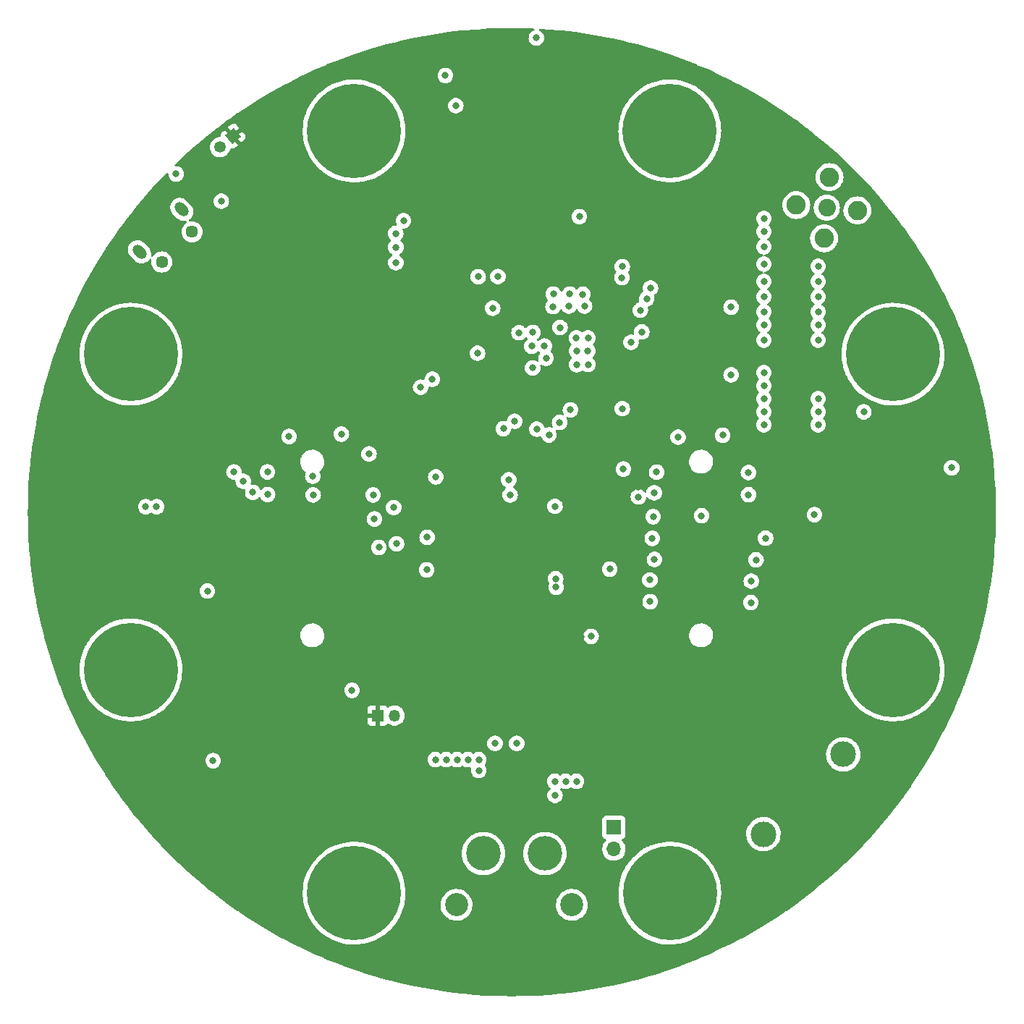
<source format=gbr>
%TF.GenerationSoftware,KiCad,Pcbnew,(6.0.2)*%
%TF.CreationDate,2022-10-10T11:28:08-07:00*%
%TF.ProjectId,AvionicsV0,4176696f-6e69-4637-9356-302e6b696361,rev?*%
%TF.SameCoordinates,Original*%
%TF.FileFunction,Copper,L3,Inr*%
%TF.FilePolarity,Positive*%
%FSLAX46Y46*%
G04 Gerber Fmt 4.6, Leading zero omitted, Abs format (unit mm)*
G04 Created by KiCad (PCBNEW (6.0.2)) date 2022-10-10 11:28:08*
%MOMM*%
%LPD*%
G01*
G04 APERTURE LIST*
G04 Aperture macros list*
%AMHorizOval*
0 Thick line with rounded ends*
0 $1 width*
0 $2 $3 position (X,Y) of the first rounded end (center of the circle)*
0 $4 $5 position (X,Y) of the second rounded end (center of the circle)*
0 Add line between two ends*
20,1,$1,$2,$3,$4,$5,0*
0 Add two circle primitives to create the rounded ends*
1,1,$1,$2,$3*
1,1,$1,$4,$5*%
%AMRotRect*
0 Rectangle, with rotation*
0 The origin of the aperture is its center*
0 $1 length*
0 $2 width*
0 $3 Rotation angle, in degrees counterclockwise*
0 Add horizontal line*
21,1,$1,$2,0,0,$3*%
G04 Aperture macros list end*
%TA.AperFunction,ComponentPad*%
%ADD10C,2.050000*%
%TD*%
%TA.AperFunction,ComponentPad*%
%ADD11C,2.250000*%
%TD*%
%TA.AperFunction,ComponentPad*%
%ADD12R,1.700000X1.700000*%
%TD*%
%TA.AperFunction,ComponentPad*%
%ADD13O,1.700000X1.700000*%
%TD*%
%TA.AperFunction,ComponentPad*%
%ADD14RotRect,1.350000X1.350000X310.000000*%
%TD*%
%TA.AperFunction,ComponentPad*%
%ADD15HorizOval,1.350000X0.000000X0.000000X0.000000X0.000000X0*%
%TD*%
%TA.AperFunction,ComponentPad*%
%ADD16C,0.900000*%
%TD*%
%TA.AperFunction,ComponentPad*%
%ADD17C,11.000000*%
%TD*%
%TA.AperFunction,ComponentPad*%
%ADD18C,1.450000*%
%TD*%
%TA.AperFunction,ComponentPad*%
%ADD19HorizOval,1.200000X-0.247487X0.247487X0.247487X-0.247487X0*%
%TD*%
%TA.AperFunction,ComponentPad*%
%ADD20C,4.050000*%
%TD*%
%TA.AperFunction,ComponentPad*%
%ADD21C,2.700000*%
%TD*%
%TA.AperFunction,ComponentPad*%
%ADD22R,1.350000X1.350000*%
%TD*%
%TA.AperFunction,ComponentPad*%
%ADD23O,1.350000X1.350000*%
%TD*%
%TA.AperFunction,ComponentPad*%
%ADD24C,3.000000*%
%TD*%
%TA.AperFunction,ViaPad*%
%ADD25C,0.800000*%
%TD*%
G04 APERTURE END LIST*
D10*
%TO.N,Net-(J13-Pad1)*%
%TO.C,J13*%
X187706000Y-47752000D03*
D11*
%TO.N,GND*%
X188019072Y-44173567D03*
X191284433Y-48065072D03*
X187392928Y-51330433D03*
X184127567Y-47438928D03*
%TD*%
D12*
%TO.N,VCC*%
%TO.C,J4*%
X162800000Y-120260000D03*
D13*
%TO.N,+BATT*%
X162800000Y-122800000D03*
%TD*%
D14*
%TO.N,+3V3*%
%TO.C,J3*%
X118233900Y-39392387D03*
D15*
%TO.N,Net-(C5-Pad1)*%
X116701811Y-40677962D03*
%TD*%
D16*
%TO.N,GND*%
%TO.C,H2*%
X166407985Y-125024185D03*
X166407985Y-130877815D03*
X173459800Y-127951000D03*
X172261615Y-125024185D03*
X169334800Y-123826000D03*
X169334800Y-132076000D03*
X172261615Y-130877815D03*
D17*
X169334800Y-127951000D03*
D16*
X165209800Y-127951000D03*
%TD*%
%TO.N,GND*%
%TO.C,H8*%
X106280000Y-69022000D03*
X103353185Y-67823815D03*
X109206815Y-67823815D03*
D17*
X106280000Y-64897000D03*
D16*
X102155000Y-64897000D03*
X109206815Y-61970185D03*
X106280000Y-60772000D03*
X110405000Y-64897000D03*
X103353185Y-61970185D03*
%TD*%
%TO.N,GND*%
%TO.C,H3*%
X172256815Y-41696815D03*
X172256815Y-35843185D03*
X166403185Y-41696815D03*
X169330000Y-34645000D03*
X173455000Y-38770000D03*
X169330000Y-42895000D03*
D17*
X169330000Y-38770000D03*
D16*
X165205000Y-38770000D03*
X166403185Y-35843185D03*
%TD*%
D18*
%TO.N,GND*%
%TO.C,J2*%
X113444311Y-50574377D03*
X109908777Y-54109911D03*
D19*
X112242229Y-47958082D03*
X107292482Y-52907829D03*
%TD*%
D20*
%TO.N,+BATT*%
%TO.C,J6*%
X154730000Y-123317000D03*
%TO.N,GND*%
X147530000Y-123317000D03*
D21*
%TO.N,unconnected-(J6-Pad3)*%
X144380000Y-129317000D03*
%TO.N,unconnected-(J6-Pad4)*%
X157880000Y-129317000D03*
%TD*%
D17*
%TO.N,GND*%
%TO.C,H1*%
X106280000Y-101833600D03*
D16*
X102155000Y-101833600D03*
X103353185Y-98906785D03*
X103353185Y-104760415D03*
X106280000Y-97708600D03*
X109206815Y-98906785D03*
X110405000Y-101833600D03*
X109206815Y-104760415D03*
X106280000Y-105958600D03*
%TD*%
D22*
%TO.N,+3V3*%
%TO.C,J5*%
X135144000Y-107162600D03*
D23*
%TO.N,RG3v3*%
X137144000Y-107162600D03*
%TD*%
D16*
%TO.N,GND*%
%TO.C,H6*%
X195453000Y-97708600D03*
X191328000Y-101833600D03*
X198379815Y-104760415D03*
X195453000Y-105958600D03*
X192526185Y-104760415D03*
X192526185Y-98906785D03*
X198379815Y-98906785D03*
X199578000Y-101833600D03*
D17*
X195453000Y-101833600D03*
%TD*%
%TO.N,GND*%
%TO.C,H5*%
X132398000Y-127951700D03*
D16*
X128273000Y-127951700D03*
X129471185Y-130878515D03*
X132398000Y-123826700D03*
X136523000Y-127951700D03*
X135324815Y-130878515D03*
X132398000Y-132076700D03*
X129471185Y-125024885D03*
X135324815Y-125024885D03*
%TD*%
D24*
%TO.N,Net-(BT1-Pad1)*%
%TO.C,BT1*%
X180295895Y-121049705D03*
X189629705Y-111715895D03*
%TD*%
D16*
%TO.N,GND*%
%TO.C,H7*%
X135324815Y-35843185D03*
X136523000Y-38770000D03*
X129471185Y-41696815D03*
X135324815Y-41696815D03*
X129471185Y-35843185D03*
X128273000Y-38770000D03*
D17*
X132398000Y-38770000D03*
D16*
X132398000Y-42895000D03*
X132398000Y-34645000D03*
%TD*%
%TO.N,GND*%
%TO.C,H4*%
X195453000Y-69022000D03*
X195453000Y-60772000D03*
X191328000Y-64897000D03*
X199578000Y-64897000D03*
X192526185Y-67823815D03*
D17*
X195453000Y-64897000D03*
D16*
X198379815Y-61970185D03*
X192526185Y-61970185D03*
X198379815Y-67823815D03*
%TD*%
D25*
%TO.N,SPICS*%
X118338600Y-78663800D03*
X122263500Y-78663800D03*
%TO.N,SPID*%
X127568979Y-79156578D03*
X119430800Y-79756000D03*
%TO.N,SPICLK*%
X120548400Y-81051400D03*
X122275600Y-81305400D03*
%TO.N,+3V3*%
X165709600Y-69138800D03*
X149098000Y-46278800D03*
X167182800Y-96596200D03*
X158800800Y-88798400D03*
X109819199Y-88631499D03*
X139954000Y-49123600D03*
X110617000Y-82713299D03*
X151231600Y-46278800D03*
X144780000Y-46228000D03*
X178917600Y-99110800D03*
X152425400Y-27863800D03*
X140944600Y-81838800D03*
X147320000Y-87503000D03*
X153695400Y-53517800D03*
X167182800Y-99110800D03*
X142240000Y-74853800D03*
X105714800Y-84455000D03*
X113171999Y-82789499D03*
X205406000Y-86103600D03*
X178917600Y-96570800D03*
X146913600Y-46278800D03*
X155549600Y-46278800D03*
X162356800Y-93091000D03*
X157835600Y-75946000D03*
X147320000Y-80010000D03*
X158978600Y-97942400D03*
X114187999Y-89139499D03*
X138709400Y-57454800D03*
X165684200Y-80467200D03*
X153517600Y-46278800D03*
%TO.N,GND*%
X155872691Y-114868920D03*
X134137400Y-76555600D03*
X180340000Y-70104000D03*
X157530800Y-59258200D03*
X186690000Y-56388000D03*
X158419800Y-64516000D03*
X154863800Y-65354200D03*
X159766000Y-62992000D03*
X155905200Y-116509800D03*
X158394400Y-62992000D03*
X176504600Y-67310000D03*
X132156200Y-104216200D03*
X186690000Y-54610000D03*
X157632400Y-57861200D03*
X150647400Y-81356200D03*
X144442690Y-112328918D03*
X176504600Y-59385200D03*
X180340000Y-68580000D03*
X151688800Y-62382400D03*
X165658800Y-81584800D03*
X153720800Y-27889200D03*
X153314400Y-62357000D03*
X154660600Y-63931800D03*
X180340000Y-54356000D03*
X153187400Y-63957200D03*
X159766000Y-66090800D03*
X180340000Y-61468000D03*
X180340000Y-56388000D03*
X144297400Y-35814000D03*
X180340000Y-58166000D03*
X180340000Y-67056000D03*
X155702000Y-57861200D03*
X116865400Y-46990000D03*
X137033000Y-82829400D03*
X158750000Y-48793400D03*
X155676600Y-59334400D03*
X146982688Y-113598921D03*
X140944600Y-86309200D03*
X158445200Y-66116200D03*
X186690000Y-58166000D03*
X180340000Y-50546000D03*
X151427689Y-110423921D03*
X143172691Y-112328920D03*
X163779200Y-71272400D03*
X137287000Y-52374800D03*
X186690000Y-70104000D03*
X148887689Y-110423920D03*
X108026200Y-82727800D03*
X186690000Y-63246000D03*
X162306000Y-90043000D03*
X137261600Y-50774600D03*
X155981400Y-91160600D03*
X167005000Y-91313000D03*
X186690000Y-71628000D03*
X178816000Y-93954600D03*
X163906200Y-78333600D03*
X111582200Y-43815000D03*
X180340000Y-73152000D03*
X141902687Y-112328920D03*
X186690000Y-73152000D03*
X145712689Y-112328919D03*
X146982690Y-112328921D03*
X180340000Y-63246000D03*
X115900200Y-112445800D03*
X180340000Y-59944000D03*
X135305800Y-87503000D03*
X157142690Y-114868919D03*
X186690000Y-61468000D03*
X134772400Y-84175600D03*
X180340000Y-52324000D03*
X158412689Y-114868921D03*
X156032200Y-92151200D03*
X138176000Y-49276000D03*
X137287000Y-54178200D03*
X167030400Y-93853000D03*
X141960600Y-79248000D03*
X160121600Y-97917000D03*
X134620000Y-81356200D03*
X159359600Y-59258200D03*
X159156400Y-57886600D03*
X180340000Y-49022000D03*
X180340000Y-71628000D03*
X109296200Y-82727800D03*
X186690000Y-59944000D03*
X137363200Y-87071200D03*
X178866800Y-91440000D03*
X150495000Y-79578200D03*
X159740600Y-64516000D03*
%TO.N,CLK*%
X146913600Y-55829200D03*
X149225000Y-55803800D03*
%TO.N,DAT2*%
X143078200Y-32283400D03*
X141554200Y-67818000D03*
%TO.N,SDA*%
X149860000Y-73609200D03*
X148615400Y-59512200D03*
X153289000Y-66497200D03*
X140893800Y-90119200D03*
X153771600Y-73660000D03*
X130911600Y-74244200D03*
X115239800Y-92608400D03*
%TO.N,SCL*%
X146837400Y-64770000D03*
X140182600Y-68757800D03*
X151180800Y-72745600D03*
X124790200Y-74523600D03*
X155905200Y-82702400D03*
%TO.N,TX*%
X163728400Y-55930800D03*
X179425600Y-88950800D03*
X202311000Y-78181200D03*
%TO.N,RX*%
X186258200Y-83667600D03*
X180543200Y-86410800D03*
X192036700Y-71640700D03*
X163779200Y-54635400D03*
%TO.N,SPIQ*%
X127609600Y-81356200D03*
%TO.N,1B*%
X170300000Y-74592800D03*
X166065200Y-62280800D03*
%TO.N,2B*%
X164795200Y-63500000D03*
X167792400Y-78689200D03*
%TO.N,3B*%
X167513000Y-81102200D03*
X156489400Y-61772800D03*
%TO.N,4B*%
X156438600Y-72872600D03*
X167386000Y-83896200D03*
%TO.N,5B*%
X155194000Y-74345800D03*
X167284400Y-86436200D03*
%TO.N,6B*%
X167538400Y-88900000D03*
%TO.N,11B*%
X165887400Y-59740800D03*
X175514000Y-74371200D03*
%TO.N,12B*%
X166624000Y-58420000D03*
X178536600Y-78740000D03*
%TO.N,13B*%
X167081200Y-57150000D03*
X178536600Y-81330800D03*
%TO.N,14B*%
X157708600Y-71399400D03*
X173050200Y-83794600D03*
%TD*%
%TA.AperFunction,Conductor*%
%TO.N,+3V3*%
G36*
X151818725Y-26735766D02*
G01*
X152347644Y-26742690D01*
X152350906Y-26742776D01*
X153383352Y-26783340D01*
X153450634Y-26806001D01*
X153494984Y-26861441D01*
X153502321Y-26932057D01*
X153470316Y-26995430D01*
X153429653Y-27024350D01*
X153270078Y-27095397D01*
X153270076Y-27095398D01*
X153264048Y-27098082D01*
X153109547Y-27210334D01*
X153105126Y-27215244D01*
X153105125Y-27215245D01*
X153032779Y-27295594D01*
X152981760Y-27352256D01*
X152886273Y-27517644D01*
X152827258Y-27699272D01*
X152807296Y-27889200D01*
X152827258Y-28079128D01*
X152886273Y-28260756D01*
X152981760Y-28426144D01*
X153109547Y-28568066D01*
X153264048Y-28680318D01*
X153270076Y-28683002D01*
X153270078Y-28683003D01*
X153432481Y-28755309D01*
X153438512Y-28757994D01*
X153531913Y-28777847D01*
X153618856Y-28796328D01*
X153618861Y-28796328D01*
X153625313Y-28797700D01*
X153816287Y-28797700D01*
X153822739Y-28796328D01*
X153822744Y-28796328D01*
X153909687Y-28777847D01*
X154003088Y-28757994D01*
X154009119Y-28755309D01*
X154171522Y-28683003D01*
X154171524Y-28683002D01*
X154177552Y-28680318D01*
X154332053Y-28568066D01*
X154459840Y-28426144D01*
X154555327Y-28260756D01*
X154614342Y-28079128D01*
X154634304Y-27889200D01*
X154614342Y-27699272D01*
X154555327Y-27517644D01*
X154459840Y-27352256D01*
X154408822Y-27295594D01*
X154336475Y-27215245D01*
X154336474Y-27215244D01*
X154332053Y-27210334D01*
X154177552Y-27098082D01*
X154171526Y-27095399D01*
X154171519Y-27095395D01*
X154099322Y-27063252D01*
X154045226Y-27017273D01*
X154024576Y-26949345D01*
X154043928Y-26881037D01*
X154097138Y-26834035D01*
X154158811Y-26822415D01*
X155309017Y-26897803D01*
X155312305Y-26898062D01*
X156371952Y-26995430D01*
X156785607Y-27033440D01*
X156788875Y-27033782D01*
X158258248Y-27207694D01*
X158261461Y-27208117D01*
X159725719Y-27420425D01*
X159728943Y-27420935D01*
X161187164Y-27671504D01*
X161190342Y-27672093D01*
X162126362Y-27858279D01*
X162641493Y-27960745D01*
X162644720Y-27961431D01*
X164087780Y-28287962D01*
X164090987Y-28288732D01*
X164609535Y-28420426D01*
X165525035Y-28652933D01*
X165528162Y-28653771D01*
X166952177Y-29055386D01*
X166955309Y-29056313D01*
X167566276Y-29246023D01*
X168368365Y-29495078D01*
X168371502Y-29496098D01*
X169772489Y-29971669D01*
X169775597Y-29972769D01*
X171163733Y-30484879D01*
X171166759Y-30486041D01*
X172540980Y-31034300D01*
X172544027Y-31035561D01*
X173903479Y-31619628D01*
X173906439Y-31620946D01*
X175250109Y-32240386D01*
X175253043Y-32241786D01*
X176304843Y-32760476D01*
X176580040Y-32896188D01*
X176582977Y-32897685D01*
X177804265Y-33540236D01*
X177892310Y-33586559D01*
X177895209Y-33588132D01*
X179186149Y-34311093D01*
X179189006Y-34312743D01*
X180460515Y-35069212D01*
X180463327Y-35070935D01*
X181714625Y-35860445D01*
X181717388Y-35862239D01*
X182947490Y-36684166D01*
X182947584Y-36684229D01*
X182950289Y-36686088D01*
X183872853Y-37338092D01*
X184158555Y-37540006D01*
X184161214Y-37541938D01*
X185211614Y-38326308D01*
X185346715Y-38427193D01*
X185349317Y-38429189D01*
X185779594Y-38768392D01*
X186511257Y-39345189D01*
X186513820Y-39347265D01*
X187651322Y-40293316D01*
X187653831Y-40295458D01*
X188766232Y-41271008D01*
X188768683Y-41273215D01*
X189855145Y-42277530D01*
X189857538Y-42279801D01*
X190424193Y-42831811D01*
X190917355Y-43312229D01*
X190919647Y-43314521D01*
X191268910Y-43673049D01*
X191952075Y-44374338D01*
X191954346Y-44376731D01*
X192958661Y-45463193D01*
X192960868Y-45465644D01*
X193936418Y-46578045D01*
X193938560Y-46580554D01*
X194884611Y-47718056D01*
X194886687Y-47720619D01*
X195297656Y-48241931D01*
X195732400Y-48793400D01*
X195802675Y-48882544D01*
X195804671Y-48885145D01*
X196643171Y-50008033D01*
X196689931Y-50070652D01*
X196691862Y-50073311D01*
X197505702Y-51224866D01*
X197545779Y-51281574D01*
X197547638Y-51284278D01*
X198153780Y-52191435D01*
X198369634Y-52514484D01*
X198371431Y-52517251D01*
X199160941Y-53768549D01*
X199162664Y-53771361D01*
X199919133Y-55042870D01*
X199920783Y-55045727D01*
X200569803Y-56204635D01*
X200643744Y-56336667D01*
X200645315Y-56339562D01*
X201334190Y-57648897D01*
X201335687Y-57651834D01*
X201985907Y-58970348D01*
X201990080Y-58978811D01*
X201991490Y-58981767D01*
X202609014Y-60321279D01*
X202610918Y-60325410D01*
X202612248Y-60328397D01*
X203161512Y-61606845D01*
X203196314Y-61687848D01*
X203197576Y-61690895D01*
X203744994Y-63063006D01*
X203745825Y-63065090D01*
X203746997Y-63068143D01*
X204133263Y-64115165D01*
X204259106Y-64456277D01*
X204260206Y-64459384D01*
X204281653Y-64522565D01*
X204735778Y-65860374D01*
X204736798Y-65863511D01*
X204920793Y-66456071D01*
X205175434Y-67276148D01*
X205175559Y-67276552D01*
X205176490Y-67279699D01*
X205573334Y-68686794D01*
X205578097Y-68703684D01*
X205578943Y-68706841D01*
X205713812Y-69237891D01*
X205943144Y-70140889D01*
X205943914Y-70144096D01*
X206270445Y-71587156D01*
X206271131Y-71590383D01*
X206318919Y-71830628D01*
X206546997Y-72977251D01*
X206559777Y-73041501D01*
X206560372Y-73044712D01*
X206806891Y-74479366D01*
X206810938Y-74502916D01*
X206811451Y-74506157D01*
X207004673Y-75838778D01*
X207023755Y-75970386D01*
X207024182Y-75973628D01*
X207193464Y-77403883D01*
X207198093Y-77442995D01*
X207198437Y-77446276D01*
X207333814Y-78919571D01*
X207334073Y-78922859D01*
X207430839Y-80399229D01*
X207431012Y-80402523D01*
X207444544Y-80746923D01*
X207486732Y-81820672D01*
X207489100Y-81880952D01*
X207489186Y-81884232D01*
X207494465Y-82287548D01*
X207508552Y-83363653D01*
X207508552Y-83366951D01*
X207497881Y-84182165D01*
X207490938Y-84712544D01*
X207489186Y-84846354D01*
X207489100Y-84849634D01*
X207479942Y-85082728D01*
X207431012Y-86328081D01*
X207430839Y-86331375D01*
X207334073Y-87807745D01*
X207333814Y-87811033D01*
X207296488Y-88217251D01*
X207199611Y-89271556D01*
X207198437Y-89284328D01*
X207198094Y-89287603D01*
X207027879Y-90725749D01*
X207024186Y-90756948D01*
X207023759Y-90760189D01*
X206848167Y-91971226D01*
X206811454Y-92224430D01*
X206810941Y-92227671D01*
X206564294Y-93663072D01*
X206560378Y-93685860D01*
X206559783Y-93689070D01*
X206421508Y-94384226D01*
X206271131Y-95140221D01*
X206270445Y-95143448D01*
X205943914Y-96586508D01*
X205943144Y-96589715D01*
X205791062Y-97188543D01*
X205606058Y-97917000D01*
X205578951Y-98023733D01*
X205578105Y-98026890D01*
X205250497Y-99188500D01*
X205176495Y-99450890D01*
X205175563Y-99454037D01*
X205043837Y-99878266D01*
X204736798Y-100867093D01*
X204735778Y-100870230D01*
X204260207Y-102271217D01*
X204259107Y-102274325D01*
X203794592Y-103533451D01*
X203747007Y-103662435D01*
X203745835Y-103665487D01*
X203388441Y-104561301D01*
X203197576Y-105039708D01*
X203196315Y-105042755D01*
X202619535Y-106385249D01*
X202612260Y-106402181D01*
X202610930Y-106405167D01*
X201993385Y-107744727D01*
X201991500Y-107748816D01*
X201990090Y-107751771D01*
X201695712Y-108348712D01*
X201335688Y-109078768D01*
X201334191Y-109081705D01*
X200718741Y-110251483D01*
X200645317Y-110391038D01*
X200643746Y-110393933D01*
X200249520Y-111097875D01*
X199920783Y-111684877D01*
X199919133Y-111687734D01*
X199162664Y-112959243D01*
X199160941Y-112962055D01*
X198506833Y-113998754D01*
X198388582Y-114186171D01*
X198371431Y-114213353D01*
X198369637Y-114216116D01*
X197689382Y-115234191D01*
X197547647Y-115446312D01*
X197545788Y-115449017D01*
X196791461Y-116516365D01*
X196691870Y-116657283D01*
X196689938Y-116659942D01*
X196123646Y-117418300D01*
X195804683Y-117845443D01*
X195802675Y-117848060D01*
X194886687Y-119009985D01*
X194884611Y-119012548D01*
X193938560Y-120150050D01*
X193936418Y-120152559D01*
X192960868Y-121264960D01*
X192958661Y-121267411D01*
X191954346Y-122353873D01*
X191952075Y-122356266D01*
X191458203Y-122863240D01*
X190919647Y-123416083D01*
X190917355Y-123418375D01*
X190645208Y-123683489D01*
X189857538Y-124450803D01*
X189855145Y-124453074D01*
X188768683Y-125457389D01*
X188766232Y-125459596D01*
X187653831Y-126435146D01*
X187651322Y-126437288D01*
X186513820Y-127383339D01*
X186511257Y-127385415D01*
X186039258Y-127757509D01*
X185384661Y-128273552D01*
X185349332Y-128301403D01*
X185346731Y-128303399D01*
X184610190Y-128853400D01*
X184161224Y-129188659D01*
X184158565Y-129190590D01*
X182970781Y-130030034D01*
X182950302Y-130044507D01*
X182947598Y-130046366D01*
X181717392Y-130868362D01*
X181714629Y-130870156D01*
X181565505Y-130964246D01*
X180463327Y-131659669D01*
X180460515Y-131661392D01*
X179189006Y-132417861D01*
X179186149Y-132419511D01*
X177895209Y-133142472D01*
X177892314Y-133144043D01*
X177508360Y-133346051D01*
X176582979Y-133832918D01*
X176580042Y-133834415D01*
X175253043Y-134488818D01*
X175250109Y-134490218D01*
X173906439Y-135109658D01*
X173903479Y-135110976D01*
X173205101Y-135411023D01*
X172544028Y-135695042D01*
X172540981Y-135696304D01*
X171166759Y-136244563D01*
X171163733Y-136245725D01*
X170097952Y-136638912D01*
X169775599Y-136757834D01*
X169772489Y-136758935D01*
X168371502Y-137234506D01*
X168368365Y-137235526D01*
X167566276Y-137484581D01*
X166955309Y-137674291D01*
X166952177Y-137675218D01*
X165528162Y-138076833D01*
X165525035Y-138077671D01*
X165019671Y-138206017D01*
X164090987Y-138441872D01*
X164087780Y-138442642D01*
X162644720Y-138769173D01*
X162641493Y-138769859D01*
X162126362Y-138872325D01*
X161190342Y-139058511D01*
X161187164Y-139059100D01*
X159728943Y-139309669D01*
X159725719Y-139310179D01*
X158261461Y-139522487D01*
X158258248Y-139522910D01*
X156788875Y-139696822D01*
X156785607Y-139697164D01*
X156444642Y-139728495D01*
X155312305Y-139832542D01*
X155309017Y-139832801D01*
X153832647Y-139929567D01*
X153829353Y-139929740D01*
X153156268Y-139956186D01*
X152350906Y-139987828D01*
X152347644Y-139987914D01*
X151818725Y-139994838D01*
X150868223Y-140007280D01*
X150864925Y-140007280D01*
X149914423Y-139994838D01*
X149385504Y-139987914D01*
X149382242Y-139987828D01*
X148576880Y-139956186D01*
X147903795Y-139929740D01*
X147900501Y-139929567D01*
X146424131Y-139832801D01*
X146420843Y-139832542D01*
X145288506Y-139728495D01*
X144947541Y-139697164D01*
X144944273Y-139696822D01*
X143474900Y-139522910D01*
X143471687Y-139522487D01*
X142007429Y-139310179D01*
X142004205Y-139309669D01*
X140545984Y-139059100D01*
X140542806Y-139058511D01*
X139606786Y-138872325D01*
X139091655Y-138769859D01*
X139088428Y-138769173D01*
X137645368Y-138442642D01*
X137642161Y-138441872D01*
X136713477Y-138206017D01*
X136208113Y-138077671D01*
X136204986Y-138076833D01*
X134780971Y-137675218D01*
X134777839Y-137674291D01*
X134166872Y-137484581D01*
X133364783Y-137235526D01*
X133361646Y-137234506D01*
X131960659Y-136758935D01*
X131957549Y-136757834D01*
X131635196Y-136638912D01*
X130569415Y-136245725D01*
X130566389Y-136244563D01*
X129192167Y-135696304D01*
X129189120Y-135695042D01*
X128528047Y-135411023D01*
X127829669Y-135110976D01*
X127826709Y-135109658D01*
X126483039Y-134490218D01*
X126480105Y-134488818D01*
X125153106Y-133834415D01*
X125150169Y-133832918D01*
X124224788Y-133346051D01*
X123840834Y-133144043D01*
X123837939Y-133142472D01*
X122546999Y-132419511D01*
X122544142Y-132417861D01*
X121272633Y-131661392D01*
X121269821Y-131659669D01*
X120167643Y-130964246D01*
X120018519Y-130870156D01*
X120015756Y-130868362D01*
X118785550Y-130046366D01*
X118782846Y-130044507D01*
X118762368Y-130030034D01*
X117574583Y-129190590D01*
X117571924Y-129188659D01*
X117122958Y-128853400D01*
X116386417Y-128303399D01*
X116383816Y-128301403D01*
X116348488Y-128273552D01*
X115860342Y-127888729D01*
X126384953Y-127888729D01*
X126399271Y-128371172D01*
X126399548Y-128373683D01*
X126399549Y-128373694D01*
X126420249Y-128561191D01*
X126452235Y-128850912D01*
X126452714Y-128853397D01*
X126452714Y-128853400D01*
X126542891Y-129321680D01*
X126543503Y-129324860D01*
X126672487Y-129789961D01*
X126673356Y-129792335D01*
X126837486Y-130240844D01*
X126837491Y-130240855D01*
X126838356Y-130243220D01*
X126839411Y-130245514D01*
X126839414Y-130245521D01*
X127038361Y-130678061D01*
X127040042Y-130681716D01*
X127101780Y-130791732D01*
X127274613Y-131099716D01*
X127276245Y-131102625D01*
X127545443Y-131503235D01*
X127845903Y-131880964D01*
X127847633Y-131882813D01*
X127847641Y-131882822D01*
X127978914Y-132023103D01*
X128175689Y-132233381D01*
X128532676Y-132558214D01*
X128534670Y-132559755D01*
X128534677Y-132559761D01*
X128685919Y-132676654D01*
X128914564Y-132853371D01*
X128916678Y-132854749D01*
X129316774Y-133115569D01*
X129316780Y-133115573D01*
X129318893Y-133116950D01*
X129321115Y-133118157D01*
X129321121Y-133118160D01*
X129488631Y-133209110D01*
X129743059Y-133347253D01*
X130184328Y-133542797D01*
X130639859Y-133702321D01*
X131106716Y-133824799D01*
X131581891Y-133909440D01*
X131584397Y-133909681D01*
X131584402Y-133909682D01*
X131765875Y-133927156D01*
X132062324Y-133955701D01*
X132064859Y-133955741D01*
X132064862Y-133955741D01*
X132219979Y-133958178D01*
X132544920Y-133963282D01*
X132547439Y-133963119D01*
X132547443Y-133963119D01*
X133024035Y-133932299D01*
X133024038Y-133932299D01*
X133026569Y-133932135D01*
X133029072Y-133931770D01*
X133029080Y-133931769D01*
X133220789Y-133903801D01*
X133504169Y-133862461D01*
X133974642Y-133754708D01*
X134434959Y-133609571D01*
X134882153Y-133427984D01*
X135130909Y-133302873D01*
X135311095Y-133212249D01*
X135311102Y-133212245D01*
X135313343Y-133211118D01*
X135725752Y-132960369D01*
X135727786Y-132958897D01*
X135727793Y-132958892D01*
X135895284Y-132837649D01*
X136116723Y-132677354D01*
X136483737Y-132363894D01*
X136486221Y-132361402D01*
X136822642Y-132023803D01*
X136824429Y-132022010D01*
X136826067Y-132020079D01*
X137134974Y-131655830D01*
X137134980Y-131655822D01*
X137136606Y-131653905D01*
X137246382Y-131501136D01*
X137416781Y-131263999D01*
X137418255Y-131261948D01*
X137667562Y-130848666D01*
X137882922Y-130416722D01*
X137953906Y-130240144D01*
X138062007Y-129971236D01*
X138062009Y-129971230D01*
X138062947Y-129968897D01*
X138069409Y-129948152D01*
X138149678Y-129690435D01*
X138206476Y-129508076D01*
X138262726Y-129258474D01*
X142517672Y-129258474D01*
X142517847Y-129262926D01*
X142527547Y-129509796D01*
X142528005Y-129521462D01*
X142575290Y-129780371D01*
X142658584Y-130030034D01*
X142660577Y-130034022D01*
X142764758Y-130242520D01*
X142776225Y-130265470D01*
X142925865Y-130481982D01*
X143104520Y-130675249D01*
X143308623Y-130841415D01*
X143312431Y-130843708D01*
X143312433Y-130843709D01*
X143530288Y-130974868D01*
X143530292Y-130974870D01*
X143534104Y-130977165D01*
X143670026Y-131034721D01*
X143772359Y-131078054D01*
X143772364Y-131078056D01*
X143776462Y-131079791D01*
X143780760Y-131080930D01*
X143780764Y-131080932D01*
X143867857Y-131104024D01*
X144030862Y-131147244D01*
X144292229Y-131178179D01*
X144555347Y-131171978D01*
X144559745Y-131171246D01*
X144810576Y-131129496D01*
X144810580Y-131129495D01*
X144814966Y-131128765D01*
X144819207Y-131127424D01*
X144819210Y-131127423D01*
X145061661Y-131050746D01*
X145061663Y-131050745D01*
X145065907Y-131049403D01*
X145069918Y-131047477D01*
X145069923Y-131047475D01*
X145299143Y-130937405D01*
X145299144Y-130937404D01*
X145303162Y-130935475D01*
X145437506Y-130845709D01*
X145518289Y-130791732D01*
X145518293Y-130791729D01*
X145521997Y-130789254D01*
X145525314Y-130786283D01*
X145525318Y-130786280D01*
X145714729Y-130616629D01*
X145714730Y-130616628D01*
X145718047Y-130613657D01*
X145887398Y-130412189D01*
X146026674Y-130188869D01*
X146089670Y-130046375D01*
X146131295Y-129952219D01*
X146133093Y-129948152D01*
X146204534Y-129694843D01*
X146209757Y-129655955D01*
X146239143Y-129437176D01*
X146239144Y-129437168D01*
X146239570Y-129433994D01*
X146239671Y-129430783D01*
X146243146Y-129320222D01*
X146243146Y-129320217D01*
X146243247Y-129317000D01*
X146239103Y-129258474D01*
X156017672Y-129258474D01*
X156017847Y-129262926D01*
X156027547Y-129509796D01*
X156028005Y-129521462D01*
X156075290Y-129780371D01*
X156158584Y-130030034D01*
X156160577Y-130034022D01*
X156264758Y-130242520D01*
X156276225Y-130265470D01*
X156425865Y-130481982D01*
X156604520Y-130675249D01*
X156808623Y-130841415D01*
X156812431Y-130843708D01*
X156812433Y-130843709D01*
X157030288Y-130974868D01*
X157030292Y-130974870D01*
X157034104Y-130977165D01*
X157170026Y-131034721D01*
X157272359Y-131078054D01*
X157272364Y-131078056D01*
X157276462Y-131079791D01*
X157280760Y-131080930D01*
X157280764Y-131080932D01*
X157367857Y-131104024D01*
X157530862Y-131147244D01*
X157792229Y-131178179D01*
X158055347Y-131171978D01*
X158059745Y-131171246D01*
X158310576Y-131129496D01*
X158310580Y-131129495D01*
X158314966Y-131128765D01*
X158319207Y-131127424D01*
X158319210Y-131127423D01*
X158561661Y-131050746D01*
X158561663Y-131050745D01*
X158565907Y-131049403D01*
X158569918Y-131047477D01*
X158569923Y-131047475D01*
X158799143Y-130937405D01*
X158799144Y-130937404D01*
X158803162Y-130935475D01*
X158937506Y-130845709D01*
X159018289Y-130791732D01*
X159018293Y-130791729D01*
X159021997Y-130789254D01*
X159025314Y-130786283D01*
X159025318Y-130786280D01*
X159214729Y-130616629D01*
X159214730Y-130616628D01*
X159218047Y-130613657D01*
X159387398Y-130412189D01*
X159526674Y-130188869D01*
X159589670Y-130046375D01*
X159631295Y-129952219D01*
X159633093Y-129948152D01*
X159704534Y-129694843D01*
X159709757Y-129655955D01*
X159739143Y-129437176D01*
X159739144Y-129437168D01*
X159739570Y-129433994D01*
X159739671Y-129430783D01*
X159743146Y-129320222D01*
X159743146Y-129320217D01*
X159743247Y-129317000D01*
X159724659Y-129054466D01*
X159721480Y-129039698D01*
X159670201Y-128801523D01*
X159669264Y-128797171D01*
X159650218Y-128745543D01*
X159579710Y-128554424D01*
X159578169Y-128550247D01*
X159453191Y-128318622D01*
X159296824Y-128106918D01*
X159267998Y-128077635D01*
X159115318Y-127922539D01*
X159112187Y-127919358D01*
X159108647Y-127916657D01*
X159108641Y-127916651D01*
X159071137Y-127888029D01*
X163321753Y-127888029D01*
X163336071Y-128370472D01*
X163336348Y-128372983D01*
X163336349Y-128372994D01*
X163356928Y-128559390D01*
X163389035Y-128850212D01*
X163389514Y-128852697D01*
X163389514Y-128852700D01*
X163479545Y-129320222D01*
X163480303Y-129324160D01*
X163609287Y-129789261D01*
X163610156Y-129791635D01*
X163774286Y-130240144D01*
X163774291Y-130240155D01*
X163775156Y-130242520D01*
X163776211Y-130244814D01*
X163776214Y-130244821D01*
X163883610Y-130478316D01*
X163976842Y-130681016D01*
X164037582Y-130789254D01*
X164184325Y-131050746D01*
X164213045Y-131101925D01*
X164482243Y-131502535D01*
X164782703Y-131880264D01*
X164784433Y-131882113D01*
X164784441Y-131882122D01*
X164916369Y-132023103D01*
X165112489Y-132232681D01*
X165257727Y-132364837D01*
X165440383Y-132531041D01*
X165469476Y-132557514D01*
X165471470Y-132559055D01*
X165471477Y-132559061D01*
X165764243Y-132785336D01*
X165851364Y-132852671D01*
X165853478Y-132854049D01*
X166253574Y-133114869D01*
X166253580Y-133114873D01*
X166255693Y-133116250D01*
X166257915Y-133117457D01*
X166257921Y-133117460D01*
X166303988Y-133142472D01*
X166679859Y-133346553D01*
X167121128Y-133542097D01*
X167576659Y-133701621D01*
X168043516Y-133824099D01*
X168518691Y-133908740D01*
X168521197Y-133908981D01*
X168521202Y-133908982D01*
X168702675Y-133926456D01*
X168999124Y-133955001D01*
X169001659Y-133955041D01*
X169001662Y-133955041D01*
X169156779Y-133957478D01*
X169481720Y-133962582D01*
X169484239Y-133962419D01*
X169484243Y-133962419D01*
X169960835Y-133931599D01*
X169960838Y-133931599D01*
X169963369Y-133931435D01*
X169965872Y-133931070D01*
X169965880Y-133931069D01*
X170157589Y-133903101D01*
X170440969Y-133861761D01*
X170911442Y-133754008D01*
X171371759Y-133608871D01*
X171532431Y-133543629D01*
X171816621Y-133428231D01*
X171816622Y-133428230D01*
X171818953Y-133427284D01*
X172066317Y-133302873D01*
X172247895Y-133211549D01*
X172247902Y-133211545D01*
X172250143Y-133210418D01*
X172662552Y-132959669D01*
X172664586Y-132958197D01*
X172664593Y-132958192D01*
X172832084Y-132836949D01*
X173053523Y-132676654D01*
X173420537Y-132363194D01*
X173552446Y-132230824D01*
X173589705Y-132193434D01*
X173761229Y-132021310D01*
X173878676Y-131882822D01*
X174071774Y-131655130D01*
X174071780Y-131655122D01*
X174073406Y-131653205D01*
X174182679Y-131501136D01*
X174353581Y-131263299D01*
X174355055Y-131261248D01*
X174604362Y-130847966D01*
X174819722Y-130416022D01*
X174968688Y-130045458D01*
X174998807Y-129970536D01*
X174998809Y-129970530D01*
X174999747Y-129968197D01*
X175005991Y-129948152D01*
X175086260Y-129690435D01*
X175143276Y-129507376D01*
X175249386Y-129036530D01*
X175255677Y-128992331D01*
X175317037Y-128561191D01*
X175317393Y-128558690D01*
X175329059Y-128367942D01*
X175346762Y-128078511D01*
X175346763Y-128078496D01*
X175346858Y-128076935D01*
X175346968Y-128066507D01*
X175348160Y-127952601D01*
X175348177Y-127951000D01*
X175328807Y-127468734D01*
X175297805Y-127212546D01*
X175271128Y-126992092D01*
X175271127Y-126992085D01*
X175270823Y-126989574D01*
X175270322Y-126987112D01*
X175270320Y-126987099D01*
X175213967Y-126710116D01*
X175174597Y-126516608D01*
X175040749Y-126052883D01*
X174870143Y-125601386D01*
X174663876Y-125165026D01*
X174457282Y-124805747D01*
X174424544Y-124748813D01*
X174424538Y-124748803D01*
X174423279Y-124746614D01*
X174149900Y-124348845D01*
X173845501Y-123974282D01*
X173512043Y-123625339D01*
X173493694Y-123608990D01*
X173153561Y-123305943D01*
X173153557Y-123305940D01*
X173151674Y-123304262D01*
X173100087Y-123265247D01*
X172768722Y-123014637D01*
X172768720Y-123014636D01*
X172766716Y-123013120D01*
X172729978Y-122989715D01*
X172432184Y-122800000D01*
X172359649Y-122753790D01*
X172357412Y-122752606D01*
X172357399Y-122752598D01*
X171935341Y-122529130D01*
X171935337Y-122529128D01*
X171933095Y-122527941D01*
X171489802Y-122337029D01*
X171032626Y-122182283D01*
X170564512Y-122064701D01*
X170562031Y-122064286D01*
X170562027Y-122064285D01*
X170405352Y-122038067D01*
X170088476Y-121985040D01*
X169607585Y-121943813D01*
X169350042Y-121942465D01*
X169127467Y-121941299D01*
X169127461Y-121941299D01*
X169124936Y-121941286D01*
X169017822Y-121949340D01*
X168646176Y-121977284D01*
X168646168Y-121977285D01*
X168643640Y-121977475D01*
X168166796Y-122052147D01*
X167697476Y-122164820D01*
X167695086Y-122165601D01*
X167695076Y-122165604D01*
X167241103Y-122313986D01*
X167241098Y-122313988D01*
X167238705Y-122314770D01*
X167067741Y-122386286D01*
X166795774Y-122500052D01*
X166795765Y-122500056D01*
X166793437Y-122501030D01*
X166701562Y-122548450D01*
X166449765Y-122678412D01*
X166364541Y-122722399D01*
X165954781Y-122977453D01*
X165566795Y-123264547D01*
X165564899Y-123266201D01*
X165564894Y-123266205D01*
X165299828Y-123497438D01*
X165203084Y-123581833D01*
X165103882Y-123683489D01*
X164879592Y-123913327D01*
X164865990Y-123927265D01*
X164557685Y-124298620D01*
X164556232Y-124300687D01*
X164556230Y-124300690D01*
X164450729Y-124450803D01*
X164280156Y-124693504D01*
X164278874Y-124695681D01*
X164278873Y-124695682D01*
X164247577Y-124748813D01*
X164035190Y-125109374D01*
X164034086Y-125111647D01*
X164034082Y-125111655D01*
X163825472Y-125541269D01*
X163825467Y-125541281D01*
X163824365Y-125543550D01*
X163649040Y-125993236D01*
X163510344Y-126455534D01*
X163509818Y-126457985D01*
X163509816Y-126457995D01*
X163496718Y-126519092D01*
X163409171Y-126927466D01*
X163346172Y-127405992D01*
X163346045Y-127408506D01*
X163346044Y-127408513D01*
X163321936Y-127884424D01*
X163321753Y-127888029D01*
X159071137Y-127888029D01*
X158906506Y-127762386D01*
X158906502Y-127762383D01*
X158902965Y-127759684D01*
X158673332Y-127631084D01*
X158427870Y-127536122D01*
X158423545Y-127535119D01*
X158423540Y-127535118D01*
X158282794Y-127502495D01*
X158171476Y-127476693D01*
X157909267Y-127453983D01*
X157904832Y-127454227D01*
X157904828Y-127454227D01*
X157650916Y-127468200D01*
X157650909Y-127468201D01*
X157646473Y-127468445D01*
X157518369Y-127493927D01*
X157392711Y-127518921D01*
X157392706Y-127518922D01*
X157388339Y-127519791D01*
X157384136Y-127521267D01*
X157144223Y-127605518D01*
X157144220Y-127605519D01*
X157140015Y-127606996D01*
X157136062Y-127609049D01*
X157136056Y-127609052D01*
X157004615Y-127677331D01*
X156906456Y-127728321D01*
X156902841Y-127730904D01*
X156902835Y-127730908D01*
X156799585Y-127804692D01*
X156692322Y-127881344D01*
X156689095Y-127884422D01*
X156689093Y-127884424D01*
X156618570Y-127951700D01*
X156501885Y-128063011D01*
X156338945Y-128269700D01*
X156310529Y-128318622D01*
X156208987Y-128493438D01*
X156208984Y-128493444D01*
X156206753Y-128497285D01*
X156107947Y-128741225D01*
X156106876Y-128745538D01*
X156106874Y-128745543D01*
X156062997Y-128922183D01*
X156044498Y-128996654D01*
X156017672Y-129258474D01*
X146239103Y-129258474D01*
X146224659Y-129054466D01*
X146221480Y-129039698D01*
X146170201Y-128801523D01*
X146169264Y-128797171D01*
X146150218Y-128745543D01*
X146079710Y-128554424D01*
X146078169Y-128550247D01*
X145953191Y-128318622D01*
X145796824Y-128106918D01*
X145767998Y-128077635D01*
X145615318Y-127922539D01*
X145612187Y-127919358D01*
X145608647Y-127916657D01*
X145608641Y-127916651D01*
X145406506Y-127762386D01*
X145406502Y-127762383D01*
X145402965Y-127759684D01*
X145173332Y-127631084D01*
X144927870Y-127536122D01*
X144923545Y-127535119D01*
X144923540Y-127535118D01*
X144782794Y-127502495D01*
X144671476Y-127476693D01*
X144409267Y-127453983D01*
X144404832Y-127454227D01*
X144404828Y-127454227D01*
X144150916Y-127468200D01*
X144150909Y-127468201D01*
X144146473Y-127468445D01*
X144018369Y-127493927D01*
X143892711Y-127518921D01*
X143892706Y-127518922D01*
X143888339Y-127519791D01*
X143884136Y-127521267D01*
X143644223Y-127605518D01*
X143644220Y-127605519D01*
X143640015Y-127606996D01*
X143636062Y-127609049D01*
X143636056Y-127609052D01*
X143504615Y-127677331D01*
X143406456Y-127728321D01*
X143402841Y-127730904D01*
X143402835Y-127730908D01*
X143299585Y-127804692D01*
X143192322Y-127881344D01*
X143189095Y-127884422D01*
X143189093Y-127884424D01*
X143118570Y-127951700D01*
X143001885Y-128063011D01*
X142838945Y-128269700D01*
X142810529Y-128318622D01*
X142708987Y-128493438D01*
X142708984Y-128493444D01*
X142706753Y-128497285D01*
X142607947Y-128741225D01*
X142606876Y-128745538D01*
X142606874Y-128745543D01*
X142562997Y-128922183D01*
X142544498Y-128996654D01*
X142517672Y-129258474D01*
X138262726Y-129258474D01*
X138312586Y-129037230D01*
X138313042Y-129034030D01*
X138380237Y-128561891D01*
X138380593Y-128559390D01*
X138398525Y-128266204D01*
X138409962Y-128079211D01*
X138409963Y-128079196D01*
X138410058Y-128077635D01*
X138410212Y-128063011D01*
X138411360Y-127953301D01*
X138411377Y-127951700D01*
X138394750Y-127537725D01*
X138392109Y-127471969D01*
X138392109Y-127471964D01*
X138392007Y-127469434D01*
X138334023Y-126990274D01*
X138333522Y-126987812D01*
X138333520Y-126987799D01*
X138238302Y-126519792D01*
X138237797Y-126517308D01*
X138103949Y-126053583D01*
X137933343Y-125602086D01*
X137727076Y-125165726D01*
X137626760Y-124991271D01*
X137487744Y-124749513D01*
X137487738Y-124749503D01*
X137486479Y-124747314D01*
X137213100Y-124349545D01*
X136908701Y-123974982D01*
X136575243Y-123626039D01*
X136551729Y-123605088D01*
X136228385Y-123317000D01*
X144991491Y-123317000D01*
X145011508Y-123635160D01*
X145071243Y-123948302D01*
X145169754Y-124251487D01*
X145171441Y-124255073D01*
X145171443Y-124255077D01*
X145303800Y-124536350D01*
X145303804Y-124536357D01*
X145305488Y-124539936D01*
X145476303Y-124809098D01*
X145679507Y-125054729D01*
X145911893Y-125272955D01*
X145915095Y-125275282D01*
X145915097Y-125275283D01*
X146166590Y-125458003D01*
X146166595Y-125458006D01*
X146169799Y-125460334D01*
X146317019Y-125541269D01*
X146431944Y-125604450D01*
X146449155Y-125613912D01*
X146745558Y-125731266D01*
X147054331Y-125810545D01*
X147370606Y-125850500D01*
X147689394Y-125850500D01*
X148005669Y-125810545D01*
X148314442Y-125731266D01*
X148610845Y-125613912D01*
X148628057Y-125604450D01*
X148742981Y-125541269D01*
X148890201Y-125460334D01*
X148893405Y-125458006D01*
X148893410Y-125458003D01*
X149144903Y-125275283D01*
X149144905Y-125275282D01*
X149148107Y-125272955D01*
X149380493Y-125054729D01*
X149583697Y-124809098D01*
X149754512Y-124539936D01*
X149756196Y-124536357D01*
X149756200Y-124536350D01*
X149888557Y-124255077D01*
X149888559Y-124255073D01*
X149890246Y-124251487D01*
X149988757Y-123948302D01*
X150048492Y-123635160D01*
X150068509Y-123317000D01*
X152191491Y-123317000D01*
X152211508Y-123635160D01*
X152271243Y-123948302D01*
X152369754Y-124251487D01*
X152371441Y-124255073D01*
X152371443Y-124255077D01*
X152503800Y-124536350D01*
X152503804Y-124536357D01*
X152505488Y-124539936D01*
X152676303Y-124809098D01*
X152879507Y-125054729D01*
X153111893Y-125272955D01*
X153115095Y-125275282D01*
X153115097Y-125275283D01*
X153366590Y-125458003D01*
X153366595Y-125458006D01*
X153369799Y-125460334D01*
X153517019Y-125541269D01*
X153631944Y-125604450D01*
X153649155Y-125613912D01*
X153945558Y-125731266D01*
X154254331Y-125810545D01*
X154570606Y-125850500D01*
X154889394Y-125850500D01*
X155205669Y-125810545D01*
X155514442Y-125731266D01*
X155810845Y-125613912D01*
X155828057Y-125604450D01*
X155942981Y-125541269D01*
X156090201Y-125460334D01*
X156093405Y-125458006D01*
X156093410Y-125458003D01*
X156344903Y-125275283D01*
X156344905Y-125275282D01*
X156348107Y-125272955D01*
X156580493Y-125054729D01*
X156783697Y-124809098D01*
X156954512Y-124539936D01*
X156956196Y-124536357D01*
X156956200Y-124536350D01*
X157088557Y-124255077D01*
X157088559Y-124255073D01*
X157090246Y-124251487D01*
X157188757Y-123948302D01*
X157248492Y-123635160D01*
X157268509Y-123317000D01*
X157248492Y-122998840D01*
X157204208Y-122766695D01*
X161437251Y-122766695D01*
X161437548Y-122771848D01*
X161437548Y-122771851D01*
X161449326Y-122976115D01*
X161450110Y-122989715D01*
X161451247Y-122994761D01*
X161451248Y-122994767D01*
X161465966Y-123060072D01*
X161499222Y-123207639D01*
X161583266Y-123414616D01*
X161585965Y-123419020D01*
X161686846Y-123583643D01*
X161699987Y-123605088D01*
X161846250Y-123773938D01*
X162018126Y-123916632D01*
X162211000Y-124029338D01*
X162419692Y-124109030D01*
X162424760Y-124110061D01*
X162424763Y-124110062D01*
X162532017Y-124131883D01*
X162638597Y-124153567D01*
X162643772Y-124153757D01*
X162643774Y-124153757D01*
X162856673Y-124161564D01*
X162856677Y-124161564D01*
X162861837Y-124161753D01*
X162866957Y-124161097D01*
X162866959Y-124161097D01*
X163078288Y-124134025D01*
X163078289Y-124134025D01*
X163083416Y-124133368D01*
X163088366Y-124131883D01*
X163292429Y-124070661D01*
X163292434Y-124070659D01*
X163297384Y-124069174D01*
X163497994Y-123970896D01*
X163679860Y-123841173D01*
X163838096Y-123683489D01*
X163875672Y-123631197D01*
X163965435Y-123506277D01*
X163968453Y-123502077D01*
X164010964Y-123416063D01*
X164065136Y-123306453D01*
X164065137Y-123306451D01*
X164067430Y-123301811D01*
X164132370Y-123088069D01*
X164161529Y-122866590D01*
X164161822Y-122854588D01*
X164163074Y-122803365D01*
X164163074Y-122803361D01*
X164163156Y-122800000D01*
X164144852Y-122577361D01*
X164090431Y-122360702D01*
X164001354Y-122155840D01*
X163942124Y-122064285D01*
X163882822Y-121972617D01*
X163882820Y-121972614D01*
X163880014Y-121968277D01*
X163862783Y-121949340D01*
X163732798Y-121806488D01*
X163701746Y-121742642D01*
X163710141Y-121672143D01*
X163755317Y-121617375D01*
X163781761Y-121603706D01*
X163888297Y-121563767D01*
X163896705Y-121560615D01*
X164013261Y-121473261D01*
X164100615Y-121356705D01*
X164151745Y-121220316D01*
X164158500Y-121158134D01*
X164158500Y-121028623D01*
X178282812Y-121028623D01*
X178298577Y-121302025D01*
X178299402Y-121306230D01*
X178299403Y-121306238D01*
X178310861Y-121364638D01*
X178351300Y-121570758D01*
X178352687Y-121574808D01*
X178352688Y-121574813D01*
X178433063Y-121809568D01*
X178440007Y-121829849D01*
X178441934Y-121833680D01*
X178558786Y-122066015D01*
X178563055Y-122074504D01*
X178565481Y-122078033D01*
X178565484Y-122078039D01*
X178715738Y-122296658D01*
X178718169Y-122300195D01*
X178721056Y-122303368D01*
X178721057Y-122303369D01*
X178793072Y-122382513D01*
X178902477Y-122502748D01*
X179112570Y-122678412D01*
X179116211Y-122680696D01*
X179340919Y-122821656D01*
X179340923Y-122821658D01*
X179344559Y-122823939D01*
X179412439Y-122854588D01*
X179590240Y-122934869D01*
X179590244Y-122934871D01*
X179594152Y-122936635D01*
X179598272Y-122937855D01*
X179598271Y-122937855D01*
X179852618Y-123013196D01*
X179852622Y-123013197D01*
X179856731Y-123014414D01*
X179860965Y-123015062D01*
X179860970Y-123015063D01*
X180123193Y-123055188D01*
X180123195Y-123055188D01*
X180127435Y-123055837D01*
X180266807Y-123058027D01*
X180396966Y-123060072D01*
X180396972Y-123060072D01*
X180401257Y-123060139D01*
X180673130Y-123027239D01*
X180938022Y-122957746D01*
X180941982Y-122956106D01*
X180941987Y-122956104D01*
X181150081Y-122869908D01*
X181191031Y-122852946D01*
X181347416Y-122761562D01*
X181423774Y-122716942D01*
X181423775Y-122716941D01*
X181427477Y-122714778D01*
X181642984Y-122545799D01*
X181659138Y-122529130D01*
X181822356Y-122360702D01*
X181833564Y-122349136D01*
X181836097Y-122345688D01*
X181836101Y-122345683D01*
X181993152Y-122131883D01*
X181995690Y-122128428D01*
X181997736Y-122124660D01*
X182124313Y-121891535D01*
X182124314Y-121891533D01*
X182126363Y-121887759D01*
X182192120Y-121713738D01*
X182221646Y-121635600D01*
X182221647Y-121635596D01*
X182223164Y-121631582D01*
X182284302Y-121364638D01*
X182284831Y-121358717D01*
X182308426Y-121094332D01*
X182308426Y-121094330D01*
X182308646Y-121091866D01*
X182309088Y-121049705D01*
X182299002Y-120901753D01*
X182290754Y-120780760D01*
X182290753Y-120780754D01*
X182290462Y-120776483D01*
X182234927Y-120508317D01*
X182143512Y-120250170D01*
X182017908Y-120006817D01*
X182007935Y-119992626D01*
X181862903Y-119786267D01*
X181860440Y-119782762D01*
X181674020Y-119582150D01*
X181670705Y-119579436D01*
X181670701Y-119579433D01*
X181465418Y-119411411D01*
X181462100Y-119408695D01*
X181228599Y-119265606D01*
X181224663Y-119263878D01*
X180981768Y-119157254D01*
X180981764Y-119157253D01*
X180977840Y-119155530D01*
X180714461Y-119080505D01*
X180710219Y-119079901D01*
X180710213Y-119079900D01*
X180509729Y-119051367D01*
X180443338Y-119041918D01*
X180299484Y-119041165D01*
X180173772Y-119040507D01*
X180173766Y-119040507D01*
X180169486Y-119040485D01*
X180165242Y-119041044D01*
X180165238Y-119041044D01*
X180046197Y-119056716D01*
X179897973Y-119076230D01*
X179893833Y-119077363D01*
X179893831Y-119077363D01*
X179820903Y-119097314D01*
X179633823Y-119148493D01*
X179629875Y-119150177D01*
X179385877Y-119254251D01*
X179385873Y-119254253D01*
X179381925Y-119255937D01*
X179362020Y-119267850D01*
X179150620Y-119394369D01*
X179150616Y-119394372D01*
X179146938Y-119396573D01*
X178933213Y-119567799D01*
X178744703Y-119766447D01*
X178584897Y-119988841D01*
X178456752Y-120230866D01*
X178455280Y-120234889D01*
X178455278Y-120234893D01*
X178448209Y-120254211D01*
X178362638Y-120488042D01*
X178304299Y-120755612D01*
X178282812Y-121028623D01*
X164158500Y-121028623D01*
X164158500Y-119361866D01*
X164151745Y-119299684D01*
X164100615Y-119163295D01*
X164013261Y-119046739D01*
X163896705Y-118959385D01*
X163760316Y-118908255D01*
X163698134Y-118901500D01*
X161901866Y-118901500D01*
X161839684Y-118908255D01*
X161703295Y-118959385D01*
X161586739Y-119046739D01*
X161499385Y-119163295D01*
X161448255Y-119299684D01*
X161441500Y-119361866D01*
X161441500Y-121158134D01*
X161448255Y-121220316D01*
X161499385Y-121356705D01*
X161586739Y-121473261D01*
X161703295Y-121560615D01*
X161711704Y-121563767D01*
X161711705Y-121563768D01*
X161820451Y-121604535D01*
X161877216Y-121647176D01*
X161901916Y-121713738D01*
X161886709Y-121783087D01*
X161867316Y-121809568D01*
X161796435Y-121883741D01*
X161740629Y-121942138D01*
X161737715Y-121946410D01*
X161737714Y-121946411D01*
X161711363Y-121985040D01*
X161614743Y-122126680D01*
X161520688Y-122329305D01*
X161460989Y-122544570D01*
X161437251Y-122766695D01*
X157204208Y-122766695D01*
X157188757Y-122685698D01*
X157090246Y-122382513D01*
X157077895Y-122356266D01*
X156956200Y-122097650D01*
X156956196Y-122097643D01*
X156954512Y-122094064D01*
X156783697Y-121824902D01*
X156636116Y-121646507D01*
X156583018Y-121582323D01*
X156583017Y-121582322D01*
X156580493Y-121579271D01*
X156560627Y-121560615D01*
X156542261Y-121543368D01*
X156348107Y-121361045D01*
X156344903Y-121358717D01*
X156093410Y-121175997D01*
X156093405Y-121175994D01*
X156090201Y-121173666D01*
X155860205Y-121047224D01*
X155814307Y-121021991D01*
X155814304Y-121021989D01*
X155810845Y-121020088D01*
X155514442Y-120902734D01*
X155205669Y-120823455D01*
X154889394Y-120783500D01*
X154570606Y-120783500D01*
X154254331Y-120823455D01*
X153945558Y-120902734D01*
X153649155Y-121020088D01*
X153645696Y-121021989D01*
X153645693Y-121021991D01*
X153599795Y-121047224D01*
X153369799Y-121173666D01*
X153366595Y-121175994D01*
X153366590Y-121175997D01*
X153115097Y-121358717D01*
X153111893Y-121361045D01*
X152917739Y-121543368D01*
X152899374Y-121560615D01*
X152879507Y-121579271D01*
X152876983Y-121582322D01*
X152876982Y-121582323D01*
X152823884Y-121646507D01*
X152676303Y-121824902D01*
X152505488Y-122094064D01*
X152503804Y-122097643D01*
X152503800Y-122097650D01*
X152382105Y-122356266D01*
X152369754Y-122382513D01*
X152271243Y-122685698D01*
X152211508Y-122998840D01*
X152191491Y-123317000D01*
X150068509Y-123317000D01*
X150048492Y-122998840D01*
X149988757Y-122685698D01*
X149890246Y-122382513D01*
X149877895Y-122356266D01*
X149756200Y-122097650D01*
X149756196Y-122097643D01*
X149754512Y-122094064D01*
X149583697Y-121824902D01*
X149436116Y-121646507D01*
X149383018Y-121582323D01*
X149383017Y-121582322D01*
X149380493Y-121579271D01*
X149360627Y-121560615D01*
X149342261Y-121543368D01*
X149148107Y-121361045D01*
X149144903Y-121358717D01*
X148893410Y-121175997D01*
X148893405Y-121175994D01*
X148890201Y-121173666D01*
X148660205Y-121047224D01*
X148614307Y-121021991D01*
X148614304Y-121021989D01*
X148610845Y-121020088D01*
X148314442Y-120902734D01*
X148005669Y-120823455D01*
X147689394Y-120783500D01*
X147370606Y-120783500D01*
X147054331Y-120823455D01*
X146745558Y-120902734D01*
X146449155Y-121020088D01*
X146445696Y-121021989D01*
X146445693Y-121021991D01*
X146399795Y-121047224D01*
X146169799Y-121173666D01*
X146166595Y-121175994D01*
X146166590Y-121175997D01*
X145915097Y-121358717D01*
X145911893Y-121361045D01*
X145717739Y-121543368D01*
X145699374Y-121560615D01*
X145679507Y-121579271D01*
X145676983Y-121582322D01*
X145676982Y-121582323D01*
X145623884Y-121646507D01*
X145476303Y-121824902D01*
X145305488Y-122094064D01*
X145303804Y-122097643D01*
X145303800Y-122097650D01*
X145182105Y-122356266D01*
X145169754Y-122382513D01*
X145071243Y-122685698D01*
X145011508Y-122998840D01*
X144991491Y-123317000D01*
X136228385Y-123317000D01*
X136216761Y-123306643D01*
X136216757Y-123306640D01*
X136214874Y-123304962D01*
X136163628Y-123266205D01*
X135831922Y-123015337D01*
X135831920Y-123015336D01*
X135829916Y-123013820D01*
X135800281Y-122994940D01*
X135424993Y-122755856D01*
X135422849Y-122754490D01*
X135420612Y-122753306D01*
X135420599Y-122753298D01*
X134998541Y-122529830D01*
X134998537Y-122529828D01*
X134996295Y-122528641D01*
X134553002Y-122337729D01*
X134095826Y-122182983D01*
X133627712Y-122065401D01*
X133625231Y-122064986D01*
X133625227Y-122064985D01*
X133468552Y-122038767D01*
X133151676Y-121985740D01*
X132670785Y-121944513D01*
X132413242Y-121943165D01*
X132190667Y-121941999D01*
X132190661Y-121941999D01*
X132188136Y-121941986D01*
X132037056Y-121953346D01*
X131709376Y-121977984D01*
X131709368Y-121977985D01*
X131706840Y-121978175D01*
X131229996Y-122052847D01*
X130760676Y-122165520D01*
X130758286Y-122166301D01*
X130758276Y-122166304D01*
X130304303Y-122314686D01*
X130304298Y-122314688D01*
X130301905Y-122315470D01*
X130193775Y-122360702D01*
X129858974Y-122500752D01*
X129858965Y-122500756D01*
X129856637Y-122501730D01*
X129763683Y-122549707D01*
X129431351Y-122721236D01*
X129427741Y-122723099D01*
X129017981Y-122978153D01*
X128629995Y-123265247D01*
X128628099Y-123266901D01*
X128628094Y-123266905D01*
X128453722Y-123419020D01*
X128266284Y-123582533D01*
X127929190Y-123927965D01*
X127620885Y-124299320D01*
X127619432Y-124301387D01*
X127619430Y-124301390D01*
X127514421Y-124450803D01*
X127343356Y-124694204D01*
X127342074Y-124696381D01*
X127342073Y-124696382D01*
X127100089Y-125107190D01*
X127098390Y-125110074D01*
X127097286Y-125112347D01*
X127097282Y-125112355D01*
X126888672Y-125541969D01*
X126888667Y-125541981D01*
X126887565Y-125544250D01*
X126712240Y-125993936D01*
X126573544Y-126456234D01*
X126472371Y-126928166D01*
X126409372Y-127406692D01*
X126409245Y-127409206D01*
X126409244Y-127409213D01*
X126385116Y-127885514D01*
X126384953Y-127888729D01*
X115860342Y-127888729D01*
X115693890Y-127757509D01*
X115221891Y-127385415D01*
X115219328Y-127383339D01*
X114081826Y-126437288D01*
X114079317Y-126435146D01*
X112966916Y-125459596D01*
X112964465Y-125457389D01*
X111878003Y-124453074D01*
X111875610Y-124450803D01*
X111087940Y-123683489D01*
X110815793Y-123418375D01*
X110813501Y-123416083D01*
X110274945Y-122863240D01*
X109781073Y-122356266D01*
X109778802Y-122353873D01*
X108774487Y-121267411D01*
X108772280Y-121264960D01*
X107796730Y-120152559D01*
X107794588Y-120150050D01*
X106848537Y-119012548D01*
X106846461Y-119009985D01*
X105930473Y-117848060D01*
X105928465Y-117845443D01*
X105609503Y-117418300D01*
X105043210Y-116659942D01*
X105041278Y-116657283D01*
X104941687Y-116516365D01*
X104187360Y-115449017D01*
X104185501Y-115446312D01*
X104043767Y-115234191D01*
X103799701Y-114868920D01*
X154959187Y-114868920D01*
X154979149Y-115058848D01*
X155038164Y-115240476D01*
X155133651Y-115405864D01*
X155138069Y-115410771D01*
X155138070Y-115410772D01*
X155171306Y-115447684D01*
X155261438Y-115547786D01*
X155311753Y-115584342D01*
X155332250Y-115599234D01*
X155375603Y-115655457D01*
X155381678Y-115726193D01*
X155348546Y-115788985D01*
X155332250Y-115803105D01*
X155293947Y-115830934D01*
X155166160Y-115972856D01*
X155070673Y-116138244D01*
X155011658Y-116319872D01*
X154991696Y-116509800D01*
X155011658Y-116699728D01*
X155070673Y-116881356D01*
X155166160Y-117046744D01*
X155293947Y-117188666D01*
X155448448Y-117300918D01*
X155454476Y-117303602D01*
X155454478Y-117303603D01*
X155616881Y-117375909D01*
X155622912Y-117378594D01*
X155716313Y-117398447D01*
X155803256Y-117416928D01*
X155803261Y-117416928D01*
X155809713Y-117418300D01*
X156000687Y-117418300D01*
X156007139Y-117416928D01*
X156007144Y-117416928D01*
X156094087Y-117398447D01*
X156187488Y-117378594D01*
X156193519Y-117375909D01*
X156355922Y-117303603D01*
X156355924Y-117303602D01*
X156361952Y-117300918D01*
X156516453Y-117188666D01*
X156644240Y-117046744D01*
X156739727Y-116881356D01*
X156798742Y-116699728D01*
X156818704Y-116509800D01*
X156798742Y-116319872D01*
X156739727Y-116138244D01*
X156644240Y-115972856D01*
X156542855Y-115860256D01*
X156512137Y-115796249D01*
X156520902Y-115725795D01*
X156566365Y-115671264D01*
X156634092Y-115649969D01*
X156687739Y-115660839D01*
X156768054Y-115696597D01*
X156834528Y-115726193D01*
X156860402Y-115737713D01*
X156953803Y-115757566D01*
X157040746Y-115776047D01*
X157040751Y-115776047D01*
X157047203Y-115777419D01*
X157238177Y-115777419D01*
X157244629Y-115776047D01*
X157244634Y-115776047D01*
X157331577Y-115757566D01*
X157424978Y-115737713D01*
X157431009Y-115735028D01*
X157593412Y-115662722D01*
X157593414Y-115662721D01*
X157599442Y-115660037D01*
X157613300Y-115649969D01*
X157703627Y-115584342D01*
X157770495Y-115560484D01*
X157839646Y-115576564D01*
X157851749Y-115584342D01*
X157950595Y-115656158D01*
X157955937Y-115660039D01*
X157961965Y-115662723D01*
X157961967Y-115662724D01*
X158038048Y-115696597D01*
X158130401Y-115737715D01*
X158223802Y-115757568D01*
X158310745Y-115776049D01*
X158310750Y-115776049D01*
X158317202Y-115777421D01*
X158508176Y-115777421D01*
X158514628Y-115776049D01*
X158514633Y-115776049D01*
X158601576Y-115757568D01*
X158694977Y-115737715D01*
X158787330Y-115696597D01*
X158863411Y-115662724D01*
X158863413Y-115662723D01*
X158869441Y-115660039D01*
X158874786Y-115656156D01*
X158924846Y-115619785D01*
X159023942Y-115547787D01*
X159114075Y-115447684D01*
X159147310Y-115410773D01*
X159147311Y-115410772D01*
X159151729Y-115405865D01*
X159247216Y-115240477D01*
X159306231Y-115058849D01*
X159326193Y-114868921D01*
X159306231Y-114678993D01*
X159247216Y-114497365D01*
X159151729Y-114331977D01*
X159106433Y-114281670D01*
X159028364Y-114194966D01*
X159028363Y-114194965D01*
X159023942Y-114190055D01*
X158869441Y-114077803D01*
X158863413Y-114075119D01*
X158863411Y-114075118D01*
X158701008Y-114002812D01*
X158701005Y-114002811D01*
X158694977Y-114000127D01*
X158582410Y-113976200D01*
X158514633Y-113961793D01*
X158514628Y-113961793D01*
X158508176Y-113960421D01*
X158317202Y-113960421D01*
X158310750Y-113961793D01*
X158310745Y-113961793D01*
X158242968Y-113976200D01*
X158130401Y-114000127D01*
X158124373Y-114002811D01*
X158124370Y-114002812D01*
X157961967Y-114075118D01*
X157961965Y-114075119D01*
X157955937Y-114077803D01*
X157950598Y-114081682D01*
X157950595Y-114081684D01*
X157851752Y-114153498D01*
X157784884Y-114177356D01*
X157715733Y-114161276D01*
X157703630Y-114153498D01*
X157604784Y-114081682D01*
X157604783Y-114081681D01*
X157599442Y-114077801D01*
X157593414Y-114075117D01*
X157593412Y-114075116D01*
X157431009Y-114002810D01*
X157431008Y-114002810D01*
X157424978Y-114000125D01*
X157331577Y-113980272D01*
X157244634Y-113961791D01*
X157244629Y-113961791D01*
X157238177Y-113960419D01*
X157047203Y-113960419D01*
X157040751Y-113961791D01*
X157040746Y-113961791D01*
X156953803Y-113980272D01*
X156860402Y-114000125D01*
X156854372Y-114002810D01*
X156854371Y-114002810D01*
X156691968Y-114075116D01*
X156691966Y-114075117D01*
X156685938Y-114077801D01*
X156680597Y-114081681D01*
X156680596Y-114081682D01*
X156647463Y-114105755D01*
X156581750Y-114153498D01*
X156514884Y-114177356D01*
X156445732Y-114161276D01*
X156433629Y-114153498D01*
X156409360Y-114135865D01*
X156329443Y-114077802D01*
X156323415Y-114075118D01*
X156323413Y-114075117D01*
X156161010Y-114002811D01*
X156161007Y-114002810D01*
X156154979Y-114000126D01*
X156042417Y-113976200D01*
X155974635Y-113961792D01*
X155974630Y-113961792D01*
X155968178Y-113960420D01*
X155777204Y-113960420D01*
X155770752Y-113961792D01*
X155770747Y-113961792D01*
X155702965Y-113976200D01*
X155590403Y-114000126D01*
X155584375Y-114002810D01*
X155584372Y-114002811D01*
X155421969Y-114075117D01*
X155421967Y-114075118D01*
X155415939Y-114077802D01*
X155261438Y-114190054D01*
X155257017Y-114194964D01*
X155257016Y-114194965D01*
X155240460Y-114213353D01*
X155133651Y-114331976D01*
X155038164Y-114497364D01*
X154979149Y-114678992D01*
X154959187Y-114868920D01*
X103799701Y-114868920D01*
X103363511Y-114216116D01*
X103361717Y-114213353D01*
X103344567Y-114186171D01*
X103226315Y-113998754D01*
X102572207Y-112962055D01*
X102570484Y-112959243D01*
X102265017Y-112445800D01*
X114986696Y-112445800D01*
X114987386Y-112452365D01*
X114995034Y-112525127D01*
X115006658Y-112635728D01*
X115065673Y-112817356D01*
X115161160Y-112982744D01*
X115165578Y-112987651D01*
X115165579Y-112987652D01*
X115281285Y-113116157D01*
X115288947Y-113124666D01*
X115345511Y-113165762D01*
X115404892Y-113208905D01*
X115443448Y-113236918D01*
X115449476Y-113239602D01*
X115449478Y-113239603D01*
X115482109Y-113254131D01*
X115617912Y-113314594D01*
X115711312Y-113334447D01*
X115798256Y-113352928D01*
X115798261Y-113352928D01*
X115804713Y-113354300D01*
X115995687Y-113354300D01*
X116002139Y-113352928D01*
X116002144Y-113352928D01*
X116089087Y-113334447D01*
X116182488Y-113314594D01*
X116318291Y-113254131D01*
X116350922Y-113239603D01*
X116350924Y-113239602D01*
X116356952Y-113236918D01*
X116395509Y-113208905D01*
X116454889Y-113165762D01*
X116511453Y-113124666D01*
X116519115Y-113116157D01*
X116634821Y-112987652D01*
X116634822Y-112987651D01*
X116639240Y-112982744D01*
X116734727Y-112817356D01*
X116793742Y-112635728D01*
X116805367Y-112525127D01*
X116813014Y-112452365D01*
X116813704Y-112445800D01*
X116801420Y-112328920D01*
X140989183Y-112328920D01*
X141009145Y-112518848D01*
X141068160Y-112700476D01*
X141163647Y-112865864D01*
X141168062Y-112870767D01*
X141168066Y-112870772D01*
X141273305Y-112987652D01*
X141291434Y-113007786D01*
X141347103Y-113048232D01*
X141440591Y-113116155D01*
X141445935Y-113120038D01*
X141451963Y-113122722D01*
X141451965Y-113122723D01*
X141614364Y-113195027D01*
X141620399Y-113197714D01*
X141700029Y-113214640D01*
X141800743Y-113236048D01*
X141800748Y-113236048D01*
X141807200Y-113237420D01*
X141998174Y-113237420D01*
X142004626Y-113236048D01*
X142004631Y-113236048D01*
X142105345Y-113214640D01*
X142184975Y-113197714D01*
X142191010Y-113195027D01*
X142353409Y-113122723D01*
X142353411Y-113122722D01*
X142359439Y-113120038D01*
X142364784Y-113116155D01*
X142463628Y-113044340D01*
X142530496Y-113020482D01*
X142599647Y-113036562D01*
X142611750Y-113044340D01*
X142710595Y-113116155D01*
X142715939Y-113120038D01*
X142721967Y-113122722D01*
X142721969Y-113122723D01*
X142884368Y-113195027D01*
X142890403Y-113197714D01*
X142970033Y-113214640D01*
X143070747Y-113236048D01*
X143070752Y-113236048D01*
X143077204Y-113237420D01*
X143268178Y-113237420D01*
X143274630Y-113236048D01*
X143274635Y-113236048D01*
X143375349Y-113214640D01*
X143454979Y-113197714D01*
X143461014Y-113195027D01*
X143623413Y-113122723D01*
X143623415Y-113122722D01*
X143629443Y-113120038D01*
X143634786Y-113116156D01*
X143733631Y-113044341D01*
X143800499Y-113020482D01*
X143869650Y-113036563D01*
X143881753Y-113044341D01*
X143887109Y-113048232D01*
X143985938Y-113120036D01*
X143991966Y-113122720D01*
X143991968Y-113122721D01*
X144095774Y-113168938D01*
X144160402Y-113197712D01*
X144227570Y-113211989D01*
X144340746Y-113236046D01*
X144340751Y-113236046D01*
X144347203Y-113237418D01*
X144538177Y-113237418D01*
X144544629Y-113236046D01*
X144544634Y-113236046D01*
X144657810Y-113211989D01*
X144724978Y-113197712D01*
X144789606Y-113168938D01*
X144893412Y-113122721D01*
X144893414Y-113122720D01*
X144899442Y-113120036D01*
X145003628Y-113044340D01*
X145070495Y-113020482D01*
X145139647Y-113036562D01*
X145151745Y-113044337D01*
X145255937Y-113120037D01*
X145261965Y-113122721D01*
X145261967Y-113122722D01*
X145365771Y-113168938D01*
X145430401Y-113197713D01*
X145510036Y-113214640D01*
X145610745Y-113236047D01*
X145610750Y-113236047D01*
X145617202Y-113237419D01*
X145808176Y-113237419D01*
X145814628Y-113236047D01*
X145814633Y-113236047D01*
X145956405Y-113205912D01*
X146027196Y-113211314D01*
X146083828Y-113254131D01*
X146108322Y-113320769D01*
X146102435Y-113368093D01*
X146089146Y-113408993D01*
X146069184Y-113598921D01*
X146069874Y-113605486D01*
X146082055Y-113721378D01*
X146089146Y-113788849D01*
X146148161Y-113970477D01*
X146151464Y-113976199D01*
X146151465Y-113976200D01*
X146166829Y-114002811D01*
X146243648Y-114135865D01*
X146248066Y-114140772D01*
X146248067Y-114140773D01*
X146292439Y-114190053D01*
X146371435Y-114277787D01*
X146525936Y-114390039D01*
X146531964Y-114392723D01*
X146531966Y-114392724D01*
X146694369Y-114465030D01*
X146700400Y-114467715D01*
X146793801Y-114487568D01*
X146880744Y-114506049D01*
X146880749Y-114506049D01*
X146887201Y-114507421D01*
X147078175Y-114507421D01*
X147084627Y-114506049D01*
X147084632Y-114506049D01*
X147171575Y-114487568D01*
X147264976Y-114467715D01*
X147271007Y-114465030D01*
X147433410Y-114392724D01*
X147433412Y-114392723D01*
X147439440Y-114390039D01*
X147593941Y-114277787D01*
X147672937Y-114190053D01*
X147717309Y-114140773D01*
X147717310Y-114140772D01*
X147721728Y-114135865D01*
X147798547Y-114002811D01*
X147813911Y-113976200D01*
X147813912Y-113976199D01*
X147817215Y-113970477D01*
X147876230Y-113788849D01*
X147883322Y-113721378D01*
X147895502Y-113605486D01*
X147896192Y-113598921D01*
X147876230Y-113408993D01*
X147817215Y-113227365D01*
X147721728Y-113061977D01*
X147709352Y-113048232D01*
X147678634Y-112984225D01*
X147687399Y-112913771D01*
X147709349Y-112879615D01*
X147721730Y-112865865D01*
X147793998Y-112740694D01*
X147813913Y-112706200D01*
X147813914Y-112706199D01*
X147817217Y-112700477D01*
X147876232Y-112518849D01*
X147878630Y-112496039D01*
X147895504Y-112335486D01*
X147895504Y-112335485D01*
X147896194Y-112328921D01*
X147888516Y-112255872D01*
X147876922Y-112145556D01*
X147876922Y-112145554D01*
X147876232Y-112138993D01*
X147817217Y-111957365D01*
X147721730Y-111791977D01*
X147691188Y-111758056D01*
X147634244Y-111694813D01*
X187616622Y-111694813D01*
X187632387Y-111968215D01*
X187633212Y-111972420D01*
X187633213Y-111972428D01*
X187643832Y-112026552D01*
X187685110Y-112236948D01*
X187686497Y-112240998D01*
X187686498Y-112241003D01*
X187756616Y-112445800D01*
X187773817Y-112496039D01*
X187785289Y-112518848D01*
X187876638Y-112700476D01*
X187896865Y-112740694D01*
X187899291Y-112744223D01*
X187899294Y-112744229D01*
X188015818Y-112913771D01*
X188051979Y-112966385D01*
X188054866Y-112969558D01*
X188054867Y-112969559D01*
X188144163Y-113067695D01*
X188236287Y-113168938D01*
X188239582Y-113171693D01*
X188239583Y-113171694D01*
X188270702Y-113197713D01*
X188446380Y-113344602D01*
X188450021Y-113346886D01*
X188674729Y-113487846D01*
X188674733Y-113487848D01*
X188678369Y-113490129D01*
X188746249Y-113520778D01*
X188924050Y-113601059D01*
X188924054Y-113601061D01*
X188927962Y-113602825D01*
X188991098Y-113621527D01*
X189186428Y-113679386D01*
X189186432Y-113679387D01*
X189190541Y-113680604D01*
X189194775Y-113681252D01*
X189194780Y-113681253D01*
X189457003Y-113721378D01*
X189457005Y-113721378D01*
X189461245Y-113722027D01*
X189600617Y-113724217D01*
X189730776Y-113726262D01*
X189730782Y-113726262D01*
X189735067Y-113726329D01*
X190006940Y-113693429D01*
X190271832Y-113623936D01*
X190275792Y-113622296D01*
X190275797Y-113622294D01*
X190398336Y-113571536D01*
X190524841Y-113519136D01*
X190761287Y-113380968D01*
X190976794Y-113211989D01*
X190990628Y-113197714D01*
X191164391Y-113018404D01*
X191167374Y-113015326D01*
X191169907Y-113011878D01*
X191169911Y-113011873D01*
X191326962Y-112798073D01*
X191329500Y-112794618D01*
X191356859Y-112744229D01*
X191458123Y-112557725D01*
X191458124Y-112557723D01*
X191460173Y-112553949D01*
X191542723Y-112335486D01*
X191555456Y-112301790D01*
X191555457Y-112301786D01*
X191556974Y-112297772D01*
X191606729Y-112080529D01*
X191617154Y-112035012D01*
X191617155Y-112035008D01*
X191618112Y-112030828D01*
X191624108Y-111963650D01*
X191642236Y-111760522D01*
X191642236Y-111760520D01*
X191642456Y-111758056D01*
X191642898Y-111715895D01*
X191640881Y-111686302D01*
X191624564Y-111446950D01*
X191624563Y-111446944D01*
X191624272Y-111442673D01*
X191619664Y-111420419D01*
X191569606Y-111178704D01*
X191568737Y-111174507D01*
X191477322Y-110916360D01*
X191351718Y-110673007D01*
X191341745Y-110658816D01*
X191196713Y-110452457D01*
X191194250Y-110448952D01*
X191007830Y-110248340D01*
X191004515Y-110245626D01*
X191004511Y-110245623D01*
X190799228Y-110077601D01*
X190795910Y-110074885D01*
X190562409Y-109931796D01*
X190558473Y-109930068D01*
X190315578Y-109823444D01*
X190315574Y-109823443D01*
X190311650Y-109821720D01*
X190048271Y-109746695D01*
X190044029Y-109746091D01*
X190044023Y-109746090D01*
X189843539Y-109717557D01*
X189777148Y-109708108D01*
X189633294Y-109707355D01*
X189507582Y-109706697D01*
X189507576Y-109706697D01*
X189503296Y-109706675D01*
X189499052Y-109707234D01*
X189499048Y-109707234D01*
X189380007Y-109722906D01*
X189231783Y-109742420D01*
X189227643Y-109743553D01*
X189227641Y-109743553D01*
X189204203Y-109749965D01*
X188967633Y-109814683D01*
X188963685Y-109816367D01*
X188719687Y-109920441D01*
X188719683Y-109920443D01*
X188715735Y-109922127D01*
X188695830Y-109934040D01*
X188484430Y-110060559D01*
X188484426Y-110060562D01*
X188480748Y-110062763D01*
X188267023Y-110233989D01*
X188078513Y-110432637D01*
X187918707Y-110655031D01*
X187790562Y-110897056D01*
X187789090Y-110901079D01*
X187789088Y-110901083D01*
X187715275Y-111102786D01*
X187696448Y-111154232D01*
X187638109Y-111421802D01*
X187616622Y-111694813D01*
X147634244Y-111694813D01*
X147598365Y-111654966D01*
X147598364Y-111654965D01*
X147593943Y-111650055D01*
X147439442Y-111537803D01*
X147433414Y-111535119D01*
X147433412Y-111535118D01*
X147271009Y-111462812D01*
X147271006Y-111462811D01*
X147264978Y-111460127D01*
X147163119Y-111438476D01*
X147084634Y-111421793D01*
X147084629Y-111421793D01*
X147078177Y-111420421D01*
X146887203Y-111420421D01*
X146880751Y-111421793D01*
X146880746Y-111421793D01*
X146802261Y-111438476D01*
X146700402Y-111460127D01*
X146694374Y-111462811D01*
X146694371Y-111462812D01*
X146531968Y-111535118D01*
X146531966Y-111535119D01*
X146525938Y-111537803D01*
X146520599Y-111541682D01*
X146520596Y-111541684D01*
X146421752Y-111613499D01*
X146354885Y-111637357D01*
X146285733Y-111621277D01*
X146273630Y-111613499D01*
X146174783Y-111541682D01*
X146174782Y-111541681D01*
X146169441Y-111537801D01*
X146163413Y-111535117D01*
X146163411Y-111535116D01*
X146001008Y-111462810D01*
X146001005Y-111462809D01*
X145994977Y-111460125D01*
X145893127Y-111438476D01*
X145814633Y-111421791D01*
X145814628Y-111421791D01*
X145808176Y-111420419D01*
X145617202Y-111420419D01*
X145610750Y-111421791D01*
X145610745Y-111421791D01*
X145532251Y-111438476D01*
X145430401Y-111460125D01*
X145424373Y-111462809D01*
X145424370Y-111462810D01*
X145261967Y-111535116D01*
X145261965Y-111535117D01*
X145255937Y-111537801D01*
X145250596Y-111541681D01*
X145250595Y-111541682D01*
X145151751Y-111613497D01*
X145084884Y-111637355D01*
X145015732Y-111621275D01*
X145003632Y-111613499D01*
X144904788Y-111541684D01*
X144904784Y-111541681D01*
X144904783Y-111541680D01*
X144899442Y-111537800D01*
X144893414Y-111535116D01*
X144893412Y-111535115D01*
X144731009Y-111462809D01*
X144731008Y-111462809D01*
X144724978Y-111460124D01*
X144623133Y-111438476D01*
X144544634Y-111421790D01*
X144544629Y-111421790D01*
X144538177Y-111420418D01*
X144347203Y-111420418D01*
X144340751Y-111421790D01*
X144340746Y-111421790D01*
X144262247Y-111438476D01*
X144160402Y-111460124D01*
X144154372Y-111462809D01*
X144154371Y-111462809D01*
X143991968Y-111535115D01*
X143991966Y-111535116D01*
X143985938Y-111537800D01*
X143980597Y-111541680D01*
X143980596Y-111541681D01*
X143881750Y-111613497D01*
X143814882Y-111637356D01*
X143745731Y-111621275D01*
X143733628Y-111613497D01*
X143634785Y-111541683D01*
X143634782Y-111541681D01*
X143629443Y-111537802D01*
X143623415Y-111535118D01*
X143623413Y-111535117D01*
X143461010Y-111462811D01*
X143461007Y-111462810D01*
X143454979Y-111460126D01*
X143361579Y-111440273D01*
X143274635Y-111421792D01*
X143274630Y-111421792D01*
X143268178Y-111420420D01*
X143077204Y-111420420D01*
X143070752Y-111421792D01*
X143070747Y-111421792D01*
X142983803Y-111440273D01*
X142890403Y-111460126D01*
X142884375Y-111462810D01*
X142884372Y-111462811D01*
X142721969Y-111535117D01*
X142721967Y-111535118D01*
X142715939Y-111537802D01*
X142710600Y-111541681D01*
X142710597Y-111541683D01*
X142611750Y-111613500D01*
X142544882Y-111637358D01*
X142475731Y-111621278D01*
X142463628Y-111613500D01*
X142364781Y-111541683D01*
X142364778Y-111541681D01*
X142359439Y-111537802D01*
X142353411Y-111535118D01*
X142353409Y-111535117D01*
X142191006Y-111462811D01*
X142191003Y-111462810D01*
X142184975Y-111460126D01*
X142091575Y-111440273D01*
X142004631Y-111421792D01*
X142004626Y-111421792D01*
X141998174Y-111420420D01*
X141807200Y-111420420D01*
X141800748Y-111421792D01*
X141800743Y-111421792D01*
X141713799Y-111440273D01*
X141620399Y-111460126D01*
X141614371Y-111462810D01*
X141614368Y-111462811D01*
X141451965Y-111535117D01*
X141451963Y-111535118D01*
X141445935Y-111537802D01*
X141291434Y-111650054D01*
X141287013Y-111654964D01*
X141287012Y-111654965D01*
X141232151Y-111715895D01*
X141163647Y-111791976D01*
X141068160Y-111957364D01*
X141009145Y-112138992D01*
X141008455Y-112145553D01*
X141008455Y-112145555D01*
X140996171Y-112262435D01*
X140989183Y-112328920D01*
X116801420Y-112328920D01*
X116793742Y-112255872D01*
X116734727Y-112074244D01*
X116639240Y-111908856D01*
X116539150Y-111797694D01*
X116515875Y-111771845D01*
X116515874Y-111771844D01*
X116511453Y-111766934D01*
X116398512Y-111684877D01*
X116362294Y-111658563D01*
X116362293Y-111658562D01*
X116356952Y-111654682D01*
X116350924Y-111651998D01*
X116350922Y-111651997D01*
X116188519Y-111579691D01*
X116188518Y-111579691D01*
X116182488Y-111577006D01*
X116089087Y-111557153D01*
X116002144Y-111538672D01*
X116002139Y-111538672D01*
X115995687Y-111537300D01*
X115804713Y-111537300D01*
X115798261Y-111538672D01*
X115798256Y-111538672D01*
X115711312Y-111557153D01*
X115617912Y-111577006D01*
X115611882Y-111579691D01*
X115611881Y-111579691D01*
X115449478Y-111651997D01*
X115449476Y-111651998D01*
X115443448Y-111654682D01*
X115438107Y-111658562D01*
X115438106Y-111658563D01*
X115401888Y-111684877D01*
X115288947Y-111766934D01*
X115284526Y-111771844D01*
X115284525Y-111771845D01*
X115261251Y-111797694D01*
X115161160Y-111908856D01*
X115065673Y-112074244D01*
X115006658Y-112255872D01*
X114986696Y-112445800D01*
X102265017Y-112445800D01*
X101814015Y-111687734D01*
X101812365Y-111684877D01*
X101483628Y-111097875D01*
X101106196Y-110423920D01*
X147974185Y-110423920D01*
X147994147Y-110613848D01*
X148053162Y-110795476D01*
X148148649Y-110960864D01*
X148276436Y-111102786D01*
X148430937Y-111215038D01*
X148436965Y-111217722D01*
X148436967Y-111217723D01*
X148599370Y-111290029D01*
X148605401Y-111292714D01*
X148698801Y-111312567D01*
X148785745Y-111331048D01*
X148785750Y-111331048D01*
X148792202Y-111332420D01*
X148983176Y-111332420D01*
X148989628Y-111331048D01*
X148989633Y-111331048D01*
X149076576Y-111312567D01*
X149169977Y-111292714D01*
X149176008Y-111290029D01*
X149338411Y-111217723D01*
X149338413Y-111217722D01*
X149344441Y-111215038D01*
X149498942Y-111102786D01*
X149626729Y-110960864D01*
X149722216Y-110795476D01*
X149781231Y-110613848D01*
X149801193Y-110423921D01*
X150514185Y-110423921D01*
X150534147Y-110613849D01*
X150593162Y-110795477D01*
X150688649Y-110960865D01*
X150816436Y-111102787D01*
X150970937Y-111215039D01*
X150976965Y-111217723D01*
X150976967Y-111217724D01*
X151139368Y-111290029D01*
X151145401Y-111292715D01*
X151238801Y-111312568D01*
X151325745Y-111331049D01*
X151325750Y-111331049D01*
X151332202Y-111332421D01*
X151523176Y-111332421D01*
X151529628Y-111331049D01*
X151529633Y-111331049D01*
X151616577Y-111312568D01*
X151709977Y-111292715D01*
X151716010Y-111290029D01*
X151878411Y-111217724D01*
X151878413Y-111217723D01*
X151884441Y-111215039D01*
X152038942Y-111102787D01*
X152166729Y-110960865D01*
X152262216Y-110795477D01*
X152321231Y-110613849D01*
X152341193Y-110423921D01*
X152322739Y-110248340D01*
X152321921Y-110240556D01*
X152321921Y-110240554D01*
X152321231Y-110233993D01*
X152262216Y-110052365D01*
X152166729Y-109886977D01*
X152107972Y-109821720D01*
X152043364Y-109749966D01*
X152043363Y-109749965D01*
X152038942Y-109745055D01*
X151884441Y-109632803D01*
X151878413Y-109630119D01*
X151878411Y-109630118D01*
X151716008Y-109557812D01*
X151716005Y-109557811D01*
X151709977Y-109555127D01*
X151616577Y-109535274D01*
X151529633Y-109516793D01*
X151529628Y-109516793D01*
X151523176Y-109515421D01*
X151332202Y-109515421D01*
X151325750Y-109516793D01*
X151325745Y-109516793D01*
X151238802Y-109535274D01*
X151145401Y-109555127D01*
X151139373Y-109557811D01*
X151139370Y-109557812D01*
X150976967Y-109630118D01*
X150976965Y-109630119D01*
X150970937Y-109632803D01*
X150816436Y-109745055D01*
X150812015Y-109749965D01*
X150812014Y-109749966D01*
X150747407Y-109821720D01*
X150688649Y-109886977D01*
X150593162Y-110052365D01*
X150534147Y-110233993D01*
X150533457Y-110240554D01*
X150533457Y-110240556D01*
X150532639Y-110248340D01*
X150514185Y-110423921D01*
X149801193Y-110423921D01*
X149801193Y-110423920D01*
X149797737Y-110391038D01*
X149781921Y-110240555D01*
X149781921Y-110240553D01*
X149781231Y-110233992D01*
X149722216Y-110052364D01*
X149626729Y-109886976D01*
X149563153Y-109816367D01*
X149503364Y-109749965D01*
X149503363Y-109749964D01*
X149498942Y-109745054D01*
X149344441Y-109632802D01*
X149338413Y-109630118D01*
X149338411Y-109630117D01*
X149176008Y-109557811D01*
X149176007Y-109557811D01*
X149169977Y-109555126D01*
X149076577Y-109535273D01*
X148989633Y-109516792D01*
X148989628Y-109516792D01*
X148983176Y-109515420D01*
X148792202Y-109515420D01*
X148785750Y-109516792D01*
X148785745Y-109516792D01*
X148698801Y-109535273D01*
X148605401Y-109555126D01*
X148599371Y-109557811D01*
X148599370Y-109557811D01*
X148436967Y-109630117D01*
X148436965Y-109630118D01*
X148430937Y-109632802D01*
X148276436Y-109745054D01*
X148272015Y-109749964D01*
X148272014Y-109749965D01*
X148212226Y-109816367D01*
X148148649Y-109886976D01*
X148053162Y-110052364D01*
X147994147Y-110233992D01*
X147993457Y-110240553D01*
X147993457Y-110240555D01*
X147977641Y-110391038D01*
X147974185Y-110423920D01*
X101106196Y-110423920D01*
X101089402Y-110393933D01*
X101087831Y-110391038D01*
X101014408Y-110251483D01*
X100398957Y-109081705D01*
X100397460Y-109078768D01*
X100037436Y-108348712D01*
X99807412Y-107882269D01*
X133961001Y-107882269D01*
X133961371Y-107889090D01*
X133966895Y-107939952D01*
X133970521Y-107955204D01*
X134015676Y-108075654D01*
X134024214Y-108091249D01*
X134100715Y-108193324D01*
X134113276Y-108205885D01*
X134215351Y-108282386D01*
X134230946Y-108290924D01*
X134351394Y-108336078D01*
X134366649Y-108339705D01*
X134417514Y-108345231D01*
X134424328Y-108345600D01*
X134871885Y-108345600D01*
X134887124Y-108341125D01*
X134888329Y-108339735D01*
X134890000Y-108332052D01*
X134890000Y-108327484D01*
X135398000Y-108327484D01*
X135402475Y-108342723D01*
X135403865Y-108343928D01*
X135411548Y-108345599D01*
X135863669Y-108345599D01*
X135870490Y-108345229D01*
X135921352Y-108339705D01*
X135936604Y-108336079D01*
X136057054Y-108290924D01*
X136072649Y-108282386D01*
X136174724Y-108205885D01*
X136187285Y-108193324D01*
X136238798Y-108124590D01*
X136295657Y-108082075D01*
X136366475Y-108077049D01*
X136409621Y-108095388D01*
X136576863Y-108207136D01*
X136582171Y-108209417D01*
X136582172Y-108209417D01*
X136771409Y-108290719D01*
X136771412Y-108290720D01*
X136776712Y-108292997D01*
X136782342Y-108294271D01*
X136967104Y-108336079D01*
X136988860Y-108341002D01*
X136994631Y-108341229D01*
X136994633Y-108341229D01*
X137063336Y-108343928D01*
X137206205Y-108349541D01*
X137421466Y-108318330D01*
X137426930Y-108316475D01*
X137426935Y-108316474D01*
X137621963Y-108250271D01*
X137621968Y-108250269D01*
X137627435Y-108248413D01*
X137817213Y-108142132D01*
X137984446Y-108003046D01*
X138123532Y-107835813D01*
X138229813Y-107646035D01*
X138231669Y-107640568D01*
X138231671Y-107640563D01*
X138297874Y-107445535D01*
X138297875Y-107445530D01*
X138299730Y-107440066D01*
X138330941Y-107224805D01*
X138332570Y-107162600D01*
X138312667Y-106946000D01*
X138253626Y-106736655D01*
X138157423Y-106541574D01*
X138081660Y-106440114D01*
X138030733Y-106371915D01*
X138030732Y-106371914D01*
X138027280Y-106367291D01*
X137899904Y-106249546D01*
X137871796Y-106223563D01*
X137871793Y-106223561D01*
X137867556Y-106219644D01*
X137683599Y-106103576D01*
X137481572Y-106022976D01*
X137292993Y-105985465D01*
X137273905Y-105981668D01*
X137273904Y-105981668D01*
X137268239Y-105980541D01*
X137262464Y-105980465D01*
X137262460Y-105980465D01*
X137153419Y-105979038D01*
X137050746Y-105977694D01*
X137045049Y-105978673D01*
X137045048Y-105978673D01*
X136842065Y-106013552D01*
X136842062Y-106013553D01*
X136836375Y-106014530D01*
X136632307Y-106089814D01*
X136445376Y-106201027D01*
X136441036Y-106204833D01*
X136441032Y-106204836D01*
X136423213Y-106220463D01*
X136358809Y-106250339D01*
X136288476Y-106240652D01*
X136239310Y-106201294D01*
X136187284Y-106131875D01*
X136174724Y-106119315D01*
X136072649Y-106042814D01*
X136057054Y-106034276D01*
X135936606Y-105989122D01*
X135921351Y-105985495D01*
X135870486Y-105979969D01*
X135863672Y-105979600D01*
X135416115Y-105979600D01*
X135400876Y-105984075D01*
X135399671Y-105985465D01*
X135398000Y-105993148D01*
X135398000Y-108327484D01*
X134890000Y-108327484D01*
X134890000Y-107434715D01*
X134885525Y-107419476D01*
X134884135Y-107418271D01*
X134876452Y-107416600D01*
X133979116Y-107416600D01*
X133963877Y-107421075D01*
X133962672Y-107422465D01*
X133961001Y-107430148D01*
X133961001Y-107882269D01*
X99807412Y-107882269D01*
X99743058Y-107751771D01*
X99741648Y-107748816D01*
X99739763Y-107744727D01*
X99122218Y-106405167D01*
X99120888Y-106402181D01*
X99113614Y-106385249D01*
X98536833Y-105042755D01*
X98535572Y-105039708D01*
X98344707Y-104561301D01*
X97987313Y-103665487D01*
X97986141Y-103662435D01*
X97938557Y-103533451D01*
X97474041Y-102274325D01*
X97472941Y-102271217D01*
X97303014Y-101770629D01*
X100266953Y-101770629D01*
X100281271Y-102253072D01*
X100281548Y-102255583D01*
X100281549Y-102255594D01*
X100302327Y-102443791D01*
X100334235Y-102732812D01*
X100425503Y-103206760D01*
X100554487Y-103671861D01*
X100555356Y-103674235D01*
X100719486Y-104122744D01*
X100719491Y-104122755D01*
X100720356Y-104125120D01*
X100721411Y-104127414D01*
X100721414Y-104127421D01*
X100846587Y-104399565D01*
X100922042Y-104563616D01*
X101158245Y-104984525D01*
X101427443Y-105385135D01*
X101727903Y-105762864D01*
X101729633Y-105764713D01*
X101729641Y-105764722D01*
X101861569Y-105905703D01*
X102057689Y-106115281D01*
X102206116Y-106250339D01*
X102334645Y-106367291D01*
X102414676Y-106440114D01*
X102416670Y-106441655D01*
X102416677Y-106441661D01*
X102568825Y-106559254D01*
X102796564Y-106735271D01*
X102798678Y-106736649D01*
X103198774Y-106997469D01*
X103198780Y-106997473D01*
X103200893Y-106998850D01*
X103203115Y-107000057D01*
X103203121Y-107000060D01*
X103371908Y-107091703D01*
X103625059Y-107229153D01*
X104066328Y-107424697D01*
X104521859Y-107584221D01*
X104988716Y-107706699D01*
X105463891Y-107791340D01*
X105466397Y-107791581D01*
X105466402Y-107791582D01*
X105647875Y-107809056D01*
X105944324Y-107837601D01*
X105946859Y-107837641D01*
X105946862Y-107837641D01*
X106101979Y-107840078D01*
X106426920Y-107845182D01*
X106429439Y-107845019D01*
X106429443Y-107845019D01*
X106906035Y-107814199D01*
X106906038Y-107814199D01*
X106908569Y-107814035D01*
X106911072Y-107813670D01*
X106911080Y-107813669D01*
X107102789Y-107785701D01*
X107386169Y-107744361D01*
X107856642Y-107636608D01*
X108316959Y-107491471D01*
X108764153Y-107309884D01*
X109056995Y-107162600D01*
X109193095Y-107094149D01*
X109193102Y-107094145D01*
X109195343Y-107093018D01*
X109528451Y-106890485D01*
X133961000Y-106890485D01*
X133965475Y-106905724D01*
X133966865Y-106906929D01*
X133974548Y-106908600D01*
X134871885Y-106908600D01*
X134887124Y-106904125D01*
X134888329Y-106902735D01*
X134890000Y-106895052D01*
X134890000Y-105997716D01*
X134885525Y-105982477D01*
X134884135Y-105981272D01*
X134876452Y-105979601D01*
X134424331Y-105979601D01*
X134417510Y-105979971D01*
X134366648Y-105985495D01*
X134351396Y-105989121D01*
X134230946Y-106034276D01*
X134215351Y-106042814D01*
X134113276Y-106119315D01*
X134100715Y-106131876D01*
X134024214Y-106233951D01*
X134015676Y-106249546D01*
X133970522Y-106369994D01*
X133966895Y-106385249D01*
X133961369Y-106436114D01*
X133961000Y-106442928D01*
X133961000Y-106890485D01*
X109528451Y-106890485D01*
X109607752Y-106842269D01*
X109609786Y-106840797D01*
X109609793Y-106840792D01*
X109793578Y-106707754D01*
X109998723Y-106559254D01*
X110365737Y-106245794D01*
X110387891Y-106223563D01*
X110568009Y-106042814D01*
X110706429Y-105903910D01*
X110708067Y-105901979D01*
X111016974Y-105537730D01*
X111016980Y-105537722D01*
X111018606Y-105535805D01*
X111093231Y-105431954D01*
X111298781Y-105145899D01*
X111300255Y-105143848D01*
X111549562Y-104730566D01*
X111764922Y-104298622D01*
X111798056Y-104216200D01*
X131242696Y-104216200D01*
X131262658Y-104406128D01*
X131321673Y-104587756D01*
X131417160Y-104753144D01*
X131544947Y-104895066D01*
X131699448Y-105007318D01*
X131705476Y-105010002D01*
X131705478Y-105010003D01*
X131779043Y-105042756D01*
X131873912Y-105084994D01*
X131967312Y-105104847D01*
X132054256Y-105123328D01*
X132054261Y-105123328D01*
X132060713Y-105124700D01*
X132251687Y-105124700D01*
X132258139Y-105123328D01*
X132258144Y-105123328D01*
X132345088Y-105104847D01*
X132438488Y-105084994D01*
X132533357Y-105042756D01*
X132606922Y-105010003D01*
X132606924Y-105010002D01*
X132612952Y-105007318D01*
X132767453Y-104895066D01*
X132895240Y-104753144D01*
X132990727Y-104587756D01*
X133049742Y-104406128D01*
X133069704Y-104216200D01*
X133060131Y-104125120D01*
X133050432Y-104032835D01*
X133050432Y-104032833D01*
X133049742Y-104026272D01*
X132990727Y-103844644D01*
X132895240Y-103679256D01*
X132767453Y-103537334D01*
X132612952Y-103425082D01*
X132606924Y-103422398D01*
X132606922Y-103422397D01*
X132444519Y-103350091D01*
X132444518Y-103350091D01*
X132438488Y-103347406D01*
X132345087Y-103327553D01*
X132258144Y-103309072D01*
X132258139Y-103309072D01*
X132251687Y-103307700D01*
X132060713Y-103307700D01*
X132054261Y-103309072D01*
X132054256Y-103309072D01*
X131967313Y-103327553D01*
X131873912Y-103347406D01*
X131867882Y-103350091D01*
X131867881Y-103350091D01*
X131705478Y-103422397D01*
X131705476Y-103422398D01*
X131699448Y-103425082D01*
X131544947Y-103537334D01*
X131417160Y-103679256D01*
X131321673Y-103844644D01*
X131262658Y-104026272D01*
X131261968Y-104032833D01*
X131261968Y-104032835D01*
X131252269Y-104125120D01*
X131242696Y-104216200D01*
X111798056Y-104216200D01*
X111944947Y-103850797D01*
X111946864Y-103844644D01*
X112087722Y-103392396D01*
X112088476Y-103389976D01*
X112194586Y-102919130D01*
X112262593Y-102441290D01*
X112292058Y-101959535D01*
X112293377Y-101833600D01*
X112290848Y-101770629D01*
X189439953Y-101770629D01*
X189454271Y-102253072D01*
X189454548Y-102255583D01*
X189454549Y-102255594D01*
X189475327Y-102443791D01*
X189507235Y-102732812D01*
X189598503Y-103206760D01*
X189727487Y-103671861D01*
X189728356Y-103674235D01*
X189892486Y-104122744D01*
X189892491Y-104122755D01*
X189893356Y-104125120D01*
X189894411Y-104127414D01*
X189894414Y-104127421D01*
X190019587Y-104399565D01*
X190095042Y-104563616D01*
X190331245Y-104984525D01*
X190600443Y-105385135D01*
X190900903Y-105762864D01*
X190902633Y-105764713D01*
X190902641Y-105764722D01*
X191034569Y-105905703D01*
X191230689Y-106115281D01*
X191379116Y-106250339D01*
X191507645Y-106367291D01*
X191587676Y-106440114D01*
X191589670Y-106441655D01*
X191589677Y-106441661D01*
X191741825Y-106559254D01*
X191969564Y-106735271D01*
X191971678Y-106736649D01*
X192371774Y-106997469D01*
X192371780Y-106997473D01*
X192373893Y-106998850D01*
X192376115Y-107000057D01*
X192376121Y-107000060D01*
X192544908Y-107091703D01*
X192798059Y-107229153D01*
X193239328Y-107424697D01*
X193694859Y-107584221D01*
X194161716Y-107706699D01*
X194636891Y-107791340D01*
X194639397Y-107791581D01*
X194639402Y-107791582D01*
X194820875Y-107809056D01*
X195117324Y-107837601D01*
X195119859Y-107837641D01*
X195119862Y-107837641D01*
X195274979Y-107840078D01*
X195599920Y-107845182D01*
X195602439Y-107845019D01*
X195602443Y-107845019D01*
X196079035Y-107814199D01*
X196079038Y-107814199D01*
X196081569Y-107814035D01*
X196084072Y-107813670D01*
X196084080Y-107813669D01*
X196275789Y-107785701D01*
X196559169Y-107744361D01*
X197029642Y-107636608D01*
X197489959Y-107491471D01*
X197937153Y-107309884D01*
X198229995Y-107162600D01*
X198366095Y-107094149D01*
X198366102Y-107094145D01*
X198368343Y-107093018D01*
X198780752Y-106842269D01*
X198782786Y-106840797D01*
X198782793Y-106840792D01*
X198966578Y-106707754D01*
X199171723Y-106559254D01*
X199538737Y-106245794D01*
X199560891Y-106223563D01*
X199741009Y-106042814D01*
X199879429Y-105903910D01*
X199881067Y-105901979D01*
X200189974Y-105537730D01*
X200189980Y-105537722D01*
X200191606Y-105535805D01*
X200266231Y-105431954D01*
X200471781Y-105145899D01*
X200473255Y-105143848D01*
X200722562Y-104730566D01*
X200937922Y-104298622D01*
X201117947Y-103850797D01*
X201119864Y-103844644D01*
X201260722Y-103392396D01*
X201261476Y-103389976D01*
X201367586Y-102919130D01*
X201435593Y-102441290D01*
X201465058Y-101959535D01*
X201466377Y-101833600D01*
X201447007Y-101351334D01*
X201389023Y-100872174D01*
X201388522Y-100869712D01*
X201388520Y-100869699D01*
X201293302Y-100401692D01*
X201292797Y-100399208D01*
X201158949Y-99935483D01*
X200988343Y-99483986D01*
X200782076Y-99047626D01*
X200653559Y-98824128D01*
X200542744Y-98631413D01*
X200542738Y-98631403D01*
X200541479Y-98629214D01*
X200268100Y-98231445D01*
X199963701Y-97856882D01*
X199630243Y-97507939D01*
X199614482Y-97493896D01*
X199271761Y-97188543D01*
X199271757Y-97188540D01*
X199269874Y-97186862D01*
X199219554Y-97148805D01*
X198886922Y-96897237D01*
X198886920Y-96897236D01*
X198884916Y-96895720D01*
X198835525Y-96864254D01*
X198479993Y-96637756D01*
X198477849Y-96636390D01*
X198475612Y-96635206D01*
X198475599Y-96635198D01*
X198053541Y-96411730D01*
X198053537Y-96411728D01*
X198051295Y-96410541D01*
X197608002Y-96219629D01*
X197150826Y-96064883D01*
X196682712Y-95947301D01*
X196680231Y-95946886D01*
X196680227Y-95946885D01*
X196523552Y-95920667D01*
X196206676Y-95867640D01*
X195725785Y-95826413D01*
X195468242Y-95825065D01*
X195245667Y-95823899D01*
X195245661Y-95823899D01*
X195243136Y-95823886D01*
X195092056Y-95835246D01*
X194764376Y-95859884D01*
X194764368Y-95859885D01*
X194761840Y-95860075D01*
X194284996Y-95934747D01*
X193815676Y-96047420D01*
X193813286Y-96048201D01*
X193813276Y-96048204D01*
X193359303Y-96196586D01*
X193359298Y-96196588D01*
X193356905Y-96197370D01*
X193129102Y-96292662D01*
X192913974Y-96382652D01*
X192913965Y-96382656D01*
X192911637Y-96383630D01*
X192482741Y-96604999D01*
X192072981Y-96860053D01*
X192070953Y-96861554D01*
X191717362Y-97123197D01*
X191684995Y-97147147D01*
X191683099Y-97148801D01*
X191683094Y-97148805D01*
X191657772Y-97170895D01*
X191321284Y-97464433D01*
X191236095Y-97551729D01*
X191064985Y-97727072D01*
X190984190Y-97809865D01*
X190675885Y-98181220D01*
X190674432Y-98183287D01*
X190674430Y-98183290D01*
X190604865Y-98282271D01*
X190398356Y-98576104D01*
X190397074Y-98578281D01*
X190397073Y-98578282D01*
X190178499Y-98949348D01*
X190153390Y-98991974D01*
X190152286Y-98994247D01*
X190152282Y-98994255D01*
X189943672Y-99423869D01*
X189943667Y-99423881D01*
X189942565Y-99426150D01*
X189767240Y-99875836D01*
X189628544Y-100338134D01*
X189527371Y-100810066D01*
X189464372Y-101288592D01*
X189464245Y-101291106D01*
X189464244Y-101291113D01*
X189461194Y-101351334D01*
X189439953Y-101770629D01*
X112290848Y-101770629D01*
X112274007Y-101351334D01*
X112216023Y-100872174D01*
X112215522Y-100869712D01*
X112215520Y-100869699D01*
X112120302Y-100401692D01*
X112119797Y-100399208D01*
X111985949Y-99935483D01*
X111815343Y-99483986D01*
X111609076Y-99047626D01*
X111480559Y-98824128D01*
X111369744Y-98631413D01*
X111369738Y-98631403D01*
X111368479Y-98629214D01*
X111095100Y-98231445D01*
X110790701Y-97856882D01*
X110663604Y-97723883D01*
X126098002Y-97723883D01*
X126106906Y-97961050D01*
X126155642Y-98193327D01*
X126157599Y-98198283D01*
X126157601Y-98198289D01*
X126240857Y-98409105D01*
X126242818Y-98414070D01*
X126365941Y-98616970D01*
X126369436Y-98620998D01*
X126369437Y-98620999D01*
X126451655Y-98715746D01*
X126521490Y-98796224D01*
X126525616Y-98799607D01*
X126525620Y-98799611D01*
X126700889Y-98943323D01*
X126700895Y-98943327D01*
X126705017Y-98946707D01*
X126709653Y-98949346D01*
X126709656Y-98949348D01*
X126822195Y-99013409D01*
X126911276Y-99064117D01*
X127134367Y-99145095D01*
X127139616Y-99146044D01*
X127139619Y-99146045D01*
X127363830Y-99186589D01*
X127363837Y-99186590D01*
X127367914Y-99187327D01*
X127386164Y-99188188D01*
X127391299Y-99188430D01*
X127391306Y-99188430D01*
X127392787Y-99188500D01*
X127559587Y-99188500D01*
X127628539Y-99182649D01*
X127731173Y-99173941D01*
X127731177Y-99173940D01*
X127736484Y-99173490D01*
X127741639Y-99172152D01*
X127741645Y-99172151D01*
X127961036Y-99115208D01*
X127961035Y-99115208D01*
X127966207Y-99113866D01*
X128118358Y-99045327D01*
X128177738Y-99018578D01*
X128177741Y-99018577D01*
X128182599Y-99016388D01*
X128379474Y-98883844D01*
X128551201Y-98720024D01*
X128692872Y-98529612D01*
X128728849Y-98458852D01*
X128798017Y-98322808D01*
X128798017Y-98322807D01*
X128800435Y-98318052D01*
X128870814Y-98091393D01*
X128893058Y-97923565D01*
X128893928Y-97917000D01*
X159208096Y-97917000D01*
X159228058Y-98106928D01*
X159287073Y-98288556D01*
X159290376Y-98294278D01*
X159290377Y-98294279D01*
X159306848Y-98322808D01*
X159382560Y-98453944D01*
X159510347Y-98595866D01*
X159664848Y-98708118D01*
X159670876Y-98710802D01*
X159670878Y-98710803D01*
X159833281Y-98783109D01*
X159839312Y-98785794D01*
X159904316Y-98799611D01*
X160019656Y-98824128D01*
X160019661Y-98824128D01*
X160026113Y-98825500D01*
X160217087Y-98825500D01*
X160223539Y-98824128D01*
X160223544Y-98824128D01*
X160338884Y-98799611D01*
X160403888Y-98785794D01*
X160409919Y-98783109D01*
X160572322Y-98710803D01*
X160572324Y-98710802D01*
X160578352Y-98708118D01*
X160732853Y-98595866D01*
X160860640Y-98453944D01*
X160936352Y-98322808D01*
X160952823Y-98294279D01*
X160952824Y-98294278D01*
X160956127Y-98288556D01*
X161015142Y-98106928D01*
X161035104Y-97917000D01*
X161015142Y-97727072D01*
X161014106Y-97723883D01*
X171598002Y-97723883D01*
X171606906Y-97961050D01*
X171655642Y-98193327D01*
X171657599Y-98198283D01*
X171657601Y-98198289D01*
X171740857Y-98409105D01*
X171742818Y-98414070D01*
X171865941Y-98616970D01*
X171869436Y-98620998D01*
X171869437Y-98620999D01*
X171951655Y-98715746D01*
X172021490Y-98796224D01*
X172025616Y-98799607D01*
X172025620Y-98799611D01*
X172200889Y-98943323D01*
X172200895Y-98943327D01*
X172205017Y-98946707D01*
X172209653Y-98949346D01*
X172209656Y-98949348D01*
X172322195Y-99013409D01*
X172411276Y-99064117D01*
X172634367Y-99145095D01*
X172639616Y-99146044D01*
X172639619Y-99146045D01*
X172863830Y-99186589D01*
X172863837Y-99186590D01*
X172867914Y-99187327D01*
X172886164Y-99188188D01*
X172891299Y-99188430D01*
X172891306Y-99188430D01*
X172892787Y-99188500D01*
X173059587Y-99188500D01*
X173128539Y-99182649D01*
X173231173Y-99173941D01*
X173231177Y-99173940D01*
X173236484Y-99173490D01*
X173241639Y-99172152D01*
X173241645Y-99172151D01*
X173461036Y-99115208D01*
X173461035Y-99115208D01*
X173466207Y-99113866D01*
X173618358Y-99045327D01*
X173677738Y-99018578D01*
X173677741Y-99018577D01*
X173682599Y-99016388D01*
X173879474Y-98883844D01*
X174051201Y-98720024D01*
X174192872Y-98529612D01*
X174228849Y-98458852D01*
X174298017Y-98322808D01*
X174298017Y-98322807D01*
X174300435Y-98318052D01*
X174370814Y-98091393D01*
X174393058Y-97923565D01*
X174401298Y-97861400D01*
X174401298Y-97861397D01*
X174401998Y-97856117D01*
X174393094Y-97618950D01*
X174344358Y-97386673D01*
X174342401Y-97381717D01*
X174342399Y-97381711D01*
X174259143Y-97170895D01*
X174259142Y-97170893D01*
X174257182Y-97165930D01*
X174246791Y-97148805D01*
X174136825Y-96967588D01*
X174136824Y-96967587D01*
X174134059Y-96963030D01*
X174075650Y-96895720D01*
X173982010Y-96787809D01*
X173982008Y-96787807D01*
X173978510Y-96783776D01*
X173974384Y-96780393D01*
X173974380Y-96780389D01*
X173799111Y-96636677D01*
X173799105Y-96636673D01*
X173794983Y-96633293D01*
X173790347Y-96630654D01*
X173790344Y-96630652D01*
X173593367Y-96518526D01*
X173588724Y-96515883D01*
X173365633Y-96434905D01*
X173360384Y-96433956D01*
X173360381Y-96433955D01*
X173136170Y-96393411D01*
X173136163Y-96393410D01*
X173132086Y-96392673D01*
X173113836Y-96391812D01*
X173108701Y-96391570D01*
X173108694Y-96391570D01*
X173107213Y-96391500D01*
X172940413Y-96391500D01*
X172871461Y-96397351D01*
X172768827Y-96406059D01*
X172768823Y-96406060D01*
X172763516Y-96406510D01*
X172758361Y-96407848D01*
X172758355Y-96407849D01*
X172579691Y-96454221D01*
X172533793Y-96466134D01*
X172427400Y-96514061D01*
X172322262Y-96561422D01*
X172322259Y-96561423D01*
X172317401Y-96563612D01*
X172120526Y-96696156D01*
X171948799Y-96859976D01*
X171807128Y-97050388D01*
X171804712Y-97055139D01*
X171804710Y-97055143D01*
X171748383Y-97165930D01*
X171699565Y-97261948D01*
X171629186Y-97488607D01*
X171598002Y-97723883D01*
X161014106Y-97723883D01*
X160956127Y-97545444D01*
X160934474Y-97507939D01*
X160908397Y-97462773D01*
X160860640Y-97380056D01*
X160732853Y-97238134D01*
X160578352Y-97125882D01*
X160572324Y-97123198D01*
X160572322Y-97123197D01*
X160409919Y-97050891D01*
X160409918Y-97050891D01*
X160403888Y-97048206D01*
X160310487Y-97028353D01*
X160223544Y-97009872D01*
X160223539Y-97009872D01*
X160217087Y-97008500D01*
X160026113Y-97008500D01*
X160019661Y-97009872D01*
X160019656Y-97009872D01*
X159932713Y-97028353D01*
X159839312Y-97048206D01*
X159833282Y-97050891D01*
X159833281Y-97050891D01*
X159670878Y-97123197D01*
X159670876Y-97123198D01*
X159664848Y-97125882D01*
X159510347Y-97238134D01*
X159382560Y-97380056D01*
X159334803Y-97462773D01*
X159308727Y-97507939D01*
X159287073Y-97545444D01*
X159228058Y-97727072D01*
X159208096Y-97917000D01*
X128893928Y-97917000D01*
X128901298Y-97861400D01*
X128901298Y-97861397D01*
X128901998Y-97856117D01*
X128893094Y-97618950D01*
X128844358Y-97386673D01*
X128842401Y-97381717D01*
X128842399Y-97381711D01*
X128759143Y-97170895D01*
X128759142Y-97170893D01*
X128757182Y-97165930D01*
X128746791Y-97148805D01*
X128636825Y-96967588D01*
X128636824Y-96967587D01*
X128634059Y-96963030D01*
X128575650Y-96895720D01*
X128482010Y-96787809D01*
X128482008Y-96787807D01*
X128478510Y-96783776D01*
X128474384Y-96780393D01*
X128474380Y-96780389D01*
X128299111Y-96636677D01*
X128299105Y-96636673D01*
X128294983Y-96633293D01*
X128290347Y-96630654D01*
X128290344Y-96630652D01*
X128093367Y-96518526D01*
X128088724Y-96515883D01*
X127865633Y-96434905D01*
X127860384Y-96433956D01*
X127860381Y-96433955D01*
X127636170Y-96393411D01*
X127636163Y-96393410D01*
X127632086Y-96392673D01*
X127613836Y-96391812D01*
X127608701Y-96391570D01*
X127608694Y-96391570D01*
X127607213Y-96391500D01*
X127440413Y-96391500D01*
X127371461Y-96397351D01*
X127268827Y-96406059D01*
X127268823Y-96406060D01*
X127263516Y-96406510D01*
X127258361Y-96407848D01*
X127258355Y-96407849D01*
X127079691Y-96454221D01*
X127033793Y-96466134D01*
X126927400Y-96514061D01*
X126822262Y-96561422D01*
X126822259Y-96561423D01*
X126817401Y-96563612D01*
X126620526Y-96696156D01*
X126448799Y-96859976D01*
X126307128Y-97050388D01*
X126304712Y-97055139D01*
X126304710Y-97055143D01*
X126248383Y-97165930D01*
X126199565Y-97261948D01*
X126129186Y-97488607D01*
X126098002Y-97723883D01*
X110663604Y-97723883D01*
X110457243Y-97507939D01*
X110441482Y-97493896D01*
X110098761Y-97188543D01*
X110098757Y-97188540D01*
X110096874Y-97186862D01*
X110046554Y-97148805D01*
X109713922Y-96897237D01*
X109713920Y-96897236D01*
X109711916Y-96895720D01*
X109662525Y-96864254D01*
X109306993Y-96637756D01*
X109304849Y-96636390D01*
X109302612Y-96635206D01*
X109302599Y-96635198D01*
X108880541Y-96411730D01*
X108880537Y-96411728D01*
X108878295Y-96410541D01*
X108435002Y-96219629D01*
X107977826Y-96064883D01*
X107509712Y-95947301D01*
X107507231Y-95946886D01*
X107507227Y-95946885D01*
X107350552Y-95920667D01*
X107033676Y-95867640D01*
X106552785Y-95826413D01*
X106295242Y-95825065D01*
X106072667Y-95823899D01*
X106072661Y-95823899D01*
X106070136Y-95823886D01*
X105919056Y-95835246D01*
X105591376Y-95859884D01*
X105591368Y-95859885D01*
X105588840Y-95860075D01*
X105111996Y-95934747D01*
X104642676Y-96047420D01*
X104640286Y-96048201D01*
X104640276Y-96048204D01*
X104186303Y-96196586D01*
X104186298Y-96196588D01*
X104183905Y-96197370D01*
X103956102Y-96292662D01*
X103740974Y-96382652D01*
X103740965Y-96382656D01*
X103738637Y-96383630D01*
X103309741Y-96604999D01*
X102899981Y-96860053D01*
X102897953Y-96861554D01*
X102544362Y-97123197D01*
X102511995Y-97147147D01*
X102510099Y-97148801D01*
X102510094Y-97148805D01*
X102484772Y-97170895D01*
X102148284Y-97464433D01*
X102063095Y-97551729D01*
X101891985Y-97727072D01*
X101811190Y-97809865D01*
X101502885Y-98181220D01*
X101501432Y-98183287D01*
X101501430Y-98183290D01*
X101431865Y-98282271D01*
X101225356Y-98576104D01*
X101224074Y-98578281D01*
X101224073Y-98578282D01*
X101005499Y-98949348D01*
X100980390Y-98991974D01*
X100979286Y-98994247D01*
X100979282Y-98994255D01*
X100770672Y-99423869D01*
X100770667Y-99423881D01*
X100769565Y-99426150D01*
X100594240Y-99875836D01*
X100455544Y-100338134D01*
X100354371Y-100810066D01*
X100291372Y-101288592D01*
X100291245Y-101291106D01*
X100291244Y-101291113D01*
X100288194Y-101351334D01*
X100266953Y-101770629D01*
X97303014Y-101770629D01*
X96997370Y-100870230D01*
X96996350Y-100867093D01*
X96689311Y-99878266D01*
X96557585Y-99454037D01*
X96556653Y-99450890D01*
X96482651Y-99188500D01*
X96155043Y-98026890D01*
X96154197Y-98023733D01*
X96127091Y-97917000D01*
X95942086Y-97188543D01*
X95790004Y-96589715D01*
X95789234Y-96586508D01*
X95462703Y-95143448D01*
X95462017Y-95140221D01*
X95311640Y-94384226D01*
X95205973Y-93853000D01*
X166116896Y-93853000D01*
X166136858Y-94042928D01*
X166195873Y-94224556D01*
X166291360Y-94389944D01*
X166419147Y-94531866D01*
X166573648Y-94644118D01*
X166579676Y-94646802D01*
X166579678Y-94646803D01*
X166742081Y-94719109D01*
X166748112Y-94721794D01*
X166841512Y-94741647D01*
X166928456Y-94760128D01*
X166928461Y-94760128D01*
X166934913Y-94761500D01*
X167125887Y-94761500D01*
X167132339Y-94760128D01*
X167132344Y-94760128D01*
X167219288Y-94741647D01*
X167312688Y-94721794D01*
X167318719Y-94719109D01*
X167481122Y-94646803D01*
X167481124Y-94646802D01*
X167487152Y-94644118D01*
X167641653Y-94531866D01*
X167769440Y-94389944D01*
X167864927Y-94224556D01*
X167923942Y-94042928D01*
X167933226Y-93954600D01*
X177902496Y-93954600D01*
X177903186Y-93961165D01*
X177911780Y-94042928D01*
X177922458Y-94144528D01*
X177981473Y-94326156D01*
X178076960Y-94491544D01*
X178204747Y-94633466D01*
X178223104Y-94646803D01*
X178326320Y-94721794D01*
X178359248Y-94745718D01*
X178365276Y-94748402D01*
X178365278Y-94748403D01*
X178394695Y-94761500D01*
X178533712Y-94823394D01*
X178627113Y-94843247D01*
X178714056Y-94861728D01*
X178714061Y-94861728D01*
X178720513Y-94863100D01*
X178911487Y-94863100D01*
X178917939Y-94861728D01*
X178917944Y-94861728D01*
X179004887Y-94843247D01*
X179098288Y-94823394D01*
X179237305Y-94761500D01*
X179266722Y-94748403D01*
X179266724Y-94748402D01*
X179272752Y-94745718D01*
X179305681Y-94721794D01*
X179408896Y-94646803D01*
X179427253Y-94633466D01*
X179555040Y-94491544D01*
X179650527Y-94326156D01*
X179709542Y-94144528D01*
X179720221Y-94042928D01*
X179728814Y-93961165D01*
X179729504Y-93954600D01*
X179709542Y-93764672D01*
X179650527Y-93583044D01*
X179555040Y-93417656D01*
X179538709Y-93399518D01*
X179431675Y-93280645D01*
X179431674Y-93280644D01*
X179427253Y-93275734D01*
X179272752Y-93163482D01*
X179266724Y-93160798D01*
X179266722Y-93160797D01*
X179104319Y-93088491D01*
X179104318Y-93088491D01*
X179098288Y-93085806D01*
X179003994Y-93065763D01*
X178917944Y-93047472D01*
X178917939Y-93047472D01*
X178911487Y-93046100D01*
X178720513Y-93046100D01*
X178714061Y-93047472D01*
X178714056Y-93047472D01*
X178628006Y-93065763D01*
X178533712Y-93085806D01*
X178527682Y-93088491D01*
X178527681Y-93088491D01*
X178365278Y-93160797D01*
X178365276Y-93160798D01*
X178359248Y-93163482D01*
X178204747Y-93275734D01*
X178200326Y-93280644D01*
X178200325Y-93280645D01*
X178093292Y-93399518D01*
X178076960Y-93417656D01*
X177981473Y-93583044D01*
X177922458Y-93764672D01*
X177902496Y-93954600D01*
X167933226Y-93954600D01*
X167943904Y-93853000D01*
X167935310Y-93771235D01*
X167924632Y-93669635D01*
X167924632Y-93669633D01*
X167923942Y-93663072D01*
X167864927Y-93481444D01*
X167769440Y-93316056D01*
X167743518Y-93287266D01*
X167646075Y-93179045D01*
X167646074Y-93179044D01*
X167641653Y-93174134D01*
X167523776Y-93088491D01*
X167492494Y-93065763D01*
X167492493Y-93065762D01*
X167487152Y-93061882D01*
X167481124Y-93059198D01*
X167481122Y-93059197D01*
X167318719Y-92986891D01*
X167318718Y-92986891D01*
X167312688Y-92984206D01*
X167219287Y-92964353D01*
X167132344Y-92945872D01*
X167132339Y-92945872D01*
X167125887Y-92944500D01*
X166934913Y-92944500D01*
X166928461Y-92945872D01*
X166928456Y-92945872D01*
X166841513Y-92964353D01*
X166748112Y-92984206D01*
X166742082Y-92986891D01*
X166742081Y-92986891D01*
X166579678Y-93059197D01*
X166579676Y-93059198D01*
X166573648Y-93061882D01*
X166568307Y-93065762D01*
X166568306Y-93065763D01*
X166537024Y-93088491D01*
X166419147Y-93174134D01*
X166414726Y-93179044D01*
X166414725Y-93179045D01*
X166317283Y-93287266D01*
X166291360Y-93316056D01*
X166195873Y-93481444D01*
X166136858Y-93663072D01*
X166136168Y-93669633D01*
X166136168Y-93669635D01*
X166125490Y-93771235D01*
X166116896Y-93853000D01*
X95205973Y-93853000D01*
X95173365Y-93689070D01*
X95172770Y-93685860D01*
X95168855Y-93663072D01*
X94987628Y-92608400D01*
X114326296Y-92608400D01*
X114346258Y-92798328D01*
X114405273Y-92979956D01*
X114500760Y-93145344D01*
X114505178Y-93150251D01*
X114505179Y-93150252D01*
X114622585Y-93280645D01*
X114628547Y-93287266D01*
X114783048Y-93399518D01*
X114789076Y-93402202D01*
X114789078Y-93402203D01*
X114951481Y-93474509D01*
X114957512Y-93477194D01*
X115050913Y-93497047D01*
X115137856Y-93515528D01*
X115137861Y-93515528D01*
X115144313Y-93516900D01*
X115335287Y-93516900D01*
X115341739Y-93515528D01*
X115341744Y-93515528D01*
X115428687Y-93497047D01*
X115522088Y-93477194D01*
X115528119Y-93474509D01*
X115690522Y-93402203D01*
X115690524Y-93402202D01*
X115696552Y-93399518D01*
X115851053Y-93287266D01*
X115857015Y-93280645D01*
X115974421Y-93150252D01*
X115974422Y-93150251D01*
X115978840Y-93145344D01*
X116074327Y-92979956D01*
X116133342Y-92798328D01*
X116153304Y-92608400D01*
X116133342Y-92418472D01*
X116074327Y-92236844D01*
X116068781Y-92227237D01*
X116003377Y-92113955D01*
X115978840Y-92071456D01*
X115851053Y-91929534D01*
X115696552Y-91817282D01*
X115690524Y-91814598D01*
X115690522Y-91814597D01*
X115528119Y-91742291D01*
X115528118Y-91742291D01*
X115522088Y-91739606D01*
X115428688Y-91719753D01*
X115341744Y-91701272D01*
X115341739Y-91701272D01*
X115335287Y-91699900D01*
X115144313Y-91699900D01*
X115137861Y-91701272D01*
X115137856Y-91701272D01*
X115050912Y-91719753D01*
X114957512Y-91739606D01*
X114951482Y-91742291D01*
X114951481Y-91742291D01*
X114789078Y-91814597D01*
X114789076Y-91814598D01*
X114783048Y-91817282D01*
X114628547Y-91929534D01*
X114500760Y-92071456D01*
X114476223Y-92113955D01*
X114410820Y-92227237D01*
X114405273Y-92236844D01*
X114346258Y-92418472D01*
X114326296Y-92608400D01*
X94987628Y-92608400D01*
X94922207Y-92227671D01*
X94921694Y-92224430D01*
X94884981Y-91971226D01*
X94767446Y-91160600D01*
X155067896Y-91160600D01*
X155068586Y-91167165D01*
X155077990Y-91256635D01*
X155087858Y-91350528D01*
X155146873Y-91532156D01*
X155206947Y-91636206D01*
X155207344Y-91636894D01*
X155224082Y-91705889D01*
X155207344Y-91762894D01*
X155197673Y-91779644D01*
X155138658Y-91961272D01*
X155137968Y-91967833D01*
X155137968Y-91967835D01*
X155135442Y-91991866D01*
X155118696Y-92151200D01*
X155119386Y-92157765D01*
X155135260Y-92308794D01*
X155138658Y-92341128D01*
X155197673Y-92522756D01*
X155293160Y-92688144D01*
X155420947Y-92830066D01*
X155575448Y-92942318D01*
X155581476Y-92945002D01*
X155581478Y-92945003D01*
X155675561Y-92986891D01*
X155749912Y-93019994D01*
X155843313Y-93039847D01*
X155930256Y-93058328D01*
X155930261Y-93058328D01*
X155936713Y-93059700D01*
X156127687Y-93059700D01*
X156134139Y-93058328D01*
X156134144Y-93058328D01*
X156221087Y-93039847D01*
X156314488Y-93019994D01*
X156388839Y-92986891D01*
X156482922Y-92945003D01*
X156482924Y-92945002D01*
X156488952Y-92942318D01*
X156643453Y-92830066D01*
X156771240Y-92688144D01*
X156866727Y-92522756D01*
X156925742Y-92341128D01*
X156929141Y-92308794D01*
X156945014Y-92157765D01*
X156945704Y-92151200D01*
X156928958Y-91991866D01*
X156926432Y-91967835D01*
X156926432Y-91967833D01*
X156925742Y-91961272D01*
X156866727Y-91779644D01*
X156806256Y-91674905D01*
X156789518Y-91605911D01*
X156806256Y-91548906D01*
X156815927Y-91532156D01*
X156874942Y-91350528D01*
X156878887Y-91313000D01*
X166091496Y-91313000D01*
X166092186Y-91319565D01*
X166094751Y-91343965D01*
X166111458Y-91502928D01*
X166170473Y-91684556D01*
X166173776Y-91690278D01*
X166173777Y-91690279D01*
X166179032Y-91699380D01*
X166265960Y-91849944D01*
X166393747Y-91991866D01*
X166548248Y-92104118D01*
X166554276Y-92106802D01*
X166554278Y-92106803D01*
X166716681Y-92179109D01*
X166722712Y-92181794D01*
X166816113Y-92201647D01*
X166903056Y-92220128D01*
X166903061Y-92220128D01*
X166909513Y-92221500D01*
X167100487Y-92221500D01*
X167106939Y-92220128D01*
X167106944Y-92220128D01*
X167193887Y-92201647D01*
X167287288Y-92181794D01*
X167293319Y-92179109D01*
X167455722Y-92106803D01*
X167455724Y-92106802D01*
X167461752Y-92104118D01*
X167616253Y-91991866D01*
X167744040Y-91849944D01*
X167830968Y-91699380D01*
X167836223Y-91690279D01*
X167836224Y-91690278D01*
X167839527Y-91684556D01*
X167898542Y-91502928D01*
X167905156Y-91440000D01*
X177953296Y-91440000D01*
X177973258Y-91629928D01*
X178032273Y-91811556D01*
X178035576Y-91817278D01*
X178035577Y-91817279D01*
X178051135Y-91844226D01*
X178127760Y-91976944D01*
X178255547Y-92118866D01*
X178291015Y-92144635D01*
X178394922Y-92220128D01*
X178410048Y-92231118D01*
X178416076Y-92233802D01*
X178416078Y-92233803D01*
X178437025Y-92243129D01*
X178584512Y-92308794D01*
X178677912Y-92328647D01*
X178764856Y-92347128D01*
X178764861Y-92347128D01*
X178771313Y-92348500D01*
X178962287Y-92348500D01*
X178968739Y-92347128D01*
X178968744Y-92347128D01*
X179055688Y-92328647D01*
X179149088Y-92308794D01*
X179296575Y-92243129D01*
X179317522Y-92233803D01*
X179317524Y-92233802D01*
X179323552Y-92231118D01*
X179338679Y-92220128D01*
X179442585Y-92144635D01*
X179478053Y-92118866D01*
X179605840Y-91976944D01*
X179682465Y-91844226D01*
X179698023Y-91817279D01*
X179698024Y-91817278D01*
X179701327Y-91811556D01*
X179760342Y-91629928D01*
X179780304Y-91440000D01*
X179770900Y-91350528D01*
X179761032Y-91256635D01*
X179761032Y-91256633D01*
X179760342Y-91250072D01*
X179701327Y-91068444D01*
X179605840Y-90903056D01*
X179595729Y-90891826D01*
X179482475Y-90766045D01*
X179482474Y-90766044D01*
X179478053Y-90761134D01*
X179340303Y-90661052D01*
X179328894Y-90652763D01*
X179328893Y-90652762D01*
X179323552Y-90648882D01*
X179317524Y-90646198D01*
X179317522Y-90646197D01*
X179155119Y-90573891D01*
X179155118Y-90573891D01*
X179149088Y-90571206D01*
X179055687Y-90551353D01*
X178968744Y-90532872D01*
X178968739Y-90532872D01*
X178962287Y-90531500D01*
X178771313Y-90531500D01*
X178764861Y-90532872D01*
X178764856Y-90532872D01*
X178677913Y-90551353D01*
X178584512Y-90571206D01*
X178578482Y-90573891D01*
X178578481Y-90573891D01*
X178416078Y-90646197D01*
X178416076Y-90646198D01*
X178410048Y-90648882D01*
X178404707Y-90652762D01*
X178404706Y-90652763D01*
X178393297Y-90661052D01*
X178255547Y-90761134D01*
X178251126Y-90766044D01*
X178251125Y-90766045D01*
X178137872Y-90891826D01*
X178127760Y-90903056D01*
X178032273Y-91068444D01*
X177973258Y-91250072D01*
X177972568Y-91256633D01*
X177972568Y-91256635D01*
X177962700Y-91350528D01*
X177953296Y-91440000D01*
X167905156Y-91440000D01*
X167915250Y-91343965D01*
X167917814Y-91319565D01*
X167918504Y-91313000D01*
X167898542Y-91123072D01*
X167839527Y-90941444D01*
X167744040Y-90776056D01*
X167729780Y-90760218D01*
X167620675Y-90639045D01*
X167620674Y-90639044D01*
X167616253Y-90634134D01*
X167517157Y-90562136D01*
X167467094Y-90525763D01*
X167467093Y-90525762D01*
X167461752Y-90521882D01*
X167455724Y-90519198D01*
X167455722Y-90519197D01*
X167293319Y-90446891D01*
X167293318Y-90446891D01*
X167287288Y-90444206D01*
X167174721Y-90420279D01*
X167106944Y-90405872D01*
X167106939Y-90405872D01*
X167100487Y-90404500D01*
X166909513Y-90404500D01*
X166903061Y-90405872D01*
X166903056Y-90405872D01*
X166835279Y-90420279D01*
X166722712Y-90444206D01*
X166716682Y-90446891D01*
X166716681Y-90446891D01*
X166554278Y-90519197D01*
X166554276Y-90519198D01*
X166548248Y-90521882D01*
X166542907Y-90525762D01*
X166542906Y-90525763D01*
X166492843Y-90562136D01*
X166393747Y-90634134D01*
X166389326Y-90639044D01*
X166389325Y-90639045D01*
X166280221Y-90760218D01*
X166265960Y-90776056D01*
X166170473Y-90941444D01*
X166111458Y-91123072D01*
X166091496Y-91313000D01*
X156878887Y-91313000D01*
X156884811Y-91256635D01*
X156894214Y-91167165D01*
X156894904Y-91160600D01*
X156894214Y-91154035D01*
X156875632Y-90977235D01*
X156875632Y-90977233D01*
X156874942Y-90970672D01*
X156815927Y-90789044D01*
X156808429Y-90776056D01*
X156774306Y-90716955D01*
X156720440Y-90623656D01*
X156675632Y-90573891D01*
X156597075Y-90486645D01*
X156597074Y-90486644D01*
X156592653Y-90481734D01*
X156438152Y-90369482D01*
X156432124Y-90366798D01*
X156432122Y-90366797D01*
X156269719Y-90294491D01*
X156269718Y-90294491D01*
X156263688Y-90291806D01*
X156170287Y-90271953D01*
X156083344Y-90253472D01*
X156083339Y-90253472D01*
X156076887Y-90252100D01*
X155885913Y-90252100D01*
X155879461Y-90253472D01*
X155879456Y-90253472D01*
X155792513Y-90271953D01*
X155699112Y-90291806D01*
X155693082Y-90294491D01*
X155693081Y-90294491D01*
X155530678Y-90366797D01*
X155530676Y-90366798D01*
X155524648Y-90369482D01*
X155370147Y-90481734D01*
X155365726Y-90486644D01*
X155365725Y-90486645D01*
X155287169Y-90573891D01*
X155242360Y-90623656D01*
X155188494Y-90716955D01*
X155154372Y-90776056D01*
X155146873Y-90789044D01*
X155087858Y-90970672D01*
X155087168Y-90977233D01*
X155087168Y-90977235D01*
X155068586Y-91154035D01*
X155067896Y-91160600D01*
X94767446Y-91160600D01*
X94709389Y-90760189D01*
X94708962Y-90756948D01*
X94705270Y-90725749D01*
X94633480Y-90119200D01*
X139980296Y-90119200D01*
X139980986Y-90125765D01*
X139998720Y-90294491D01*
X140000258Y-90309128D01*
X140059273Y-90490756D01*
X140154760Y-90656144D01*
X140159178Y-90661051D01*
X140159179Y-90661052D01*
X140278125Y-90793155D01*
X140282547Y-90798066D01*
X140332168Y-90834118D01*
X140427053Y-90903056D01*
X140437048Y-90910318D01*
X140443076Y-90913002D01*
X140443078Y-90913003D01*
X140605481Y-90985309D01*
X140611512Y-90987994D01*
X140704912Y-91007847D01*
X140791856Y-91026328D01*
X140791861Y-91026328D01*
X140798313Y-91027700D01*
X140989287Y-91027700D01*
X140995739Y-91026328D01*
X140995744Y-91026328D01*
X141082687Y-91007847D01*
X141176088Y-90987994D01*
X141182119Y-90985309D01*
X141344522Y-90913003D01*
X141344524Y-90913002D01*
X141350552Y-90910318D01*
X141360548Y-90903056D01*
X141455432Y-90834118D01*
X141505053Y-90798066D01*
X141509475Y-90793155D01*
X141628421Y-90661052D01*
X141628422Y-90661051D01*
X141632840Y-90656144D01*
X141728327Y-90490756D01*
X141787342Y-90309128D01*
X141788881Y-90294491D01*
X141806614Y-90125765D01*
X141807304Y-90119200D01*
X141799295Y-90043000D01*
X161392496Y-90043000D01*
X161412458Y-90232928D01*
X161471473Y-90414556D01*
X161566960Y-90579944D01*
X161571378Y-90584851D01*
X161571379Y-90584852D01*
X161615753Y-90634134D01*
X161694747Y-90721866D01*
X161849248Y-90834118D01*
X161855276Y-90836802D01*
X161855278Y-90836803D01*
X161993062Y-90898148D01*
X162023712Y-90911794D01*
X162117113Y-90931647D01*
X162204056Y-90950128D01*
X162204061Y-90950128D01*
X162210513Y-90951500D01*
X162401487Y-90951500D01*
X162407939Y-90950128D01*
X162407944Y-90950128D01*
X162494888Y-90931647D01*
X162588288Y-90911794D01*
X162618938Y-90898148D01*
X162756722Y-90836803D01*
X162756724Y-90836802D01*
X162762752Y-90834118D01*
X162917253Y-90721866D01*
X162996247Y-90634134D01*
X163040621Y-90584852D01*
X163040622Y-90584851D01*
X163045040Y-90579944D01*
X163140527Y-90414556D01*
X163199542Y-90232928D01*
X163219504Y-90043000D01*
X163199542Y-89853072D01*
X163140527Y-89671444D01*
X163045040Y-89506056D01*
X162982368Y-89436451D01*
X162921675Y-89369045D01*
X162921674Y-89369044D01*
X162917253Y-89364134D01*
X162789831Y-89271556D01*
X162768094Y-89255763D01*
X162768093Y-89255762D01*
X162762752Y-89251882D01*
X162756724Y-89249198D01*
X162756722Y-89249197D01*
X162594319Y-89176891D01*
X162594318Y-89176891D01*
X162588288Y-89174206D01*
X162494887Y-89154353D01*
X162407944Y-89135872D01*
X162407939Y-89135872D01*
X162401487Y-89134500D01*
X162210513Y-89134500D01*
X162204061Y-89135872D01*
X162204056Y-89135872D01*
X162117113Y-89154353D01*
X162023712Y-89174206D01*
X162017682Y-89176891D01*
X162017681Y-89176891D01*
X161855278Y-89249197D01*
X161855276Y-89249198D01*
X161849248Y-89251882D01*
X161843907Y-89255762D01*
X161843906Y-89255763D01*
X161822169Y-89271556D01*
X161694747Y-89364134D01*
X161690326Y-89369044D01*
X161690325Y-89369045D01*
X161629633Y-89436451D01*
X161566960Y-89506056D01*
X161471473Y-89671444D01*
X161412458Y-89853072D01*
X161392496Y-90043000D01*
X141799295Y-90043000D01*
X141787342Y-89929272D01*
X141728327Y-89747644D01*
X141722781Y-89738037D01*
X141636141Y-89587974D01*
X141632840Y-89582256D01*
X141505053Y-89440334D01*
X141350552Y-89328082D01*
X141344524Y-89325398D01*
X141344522Y-89325397D01*
X141182119Y-89253091D01*
X141182118Y-89253091D01*
X141176088Y-89250406D01*
X141082688Y-89230553D01*
X140995744Y-89212072D01*
X140995739Y-89212072D01*
X140989287Y-89210700D01*
X140798313Y-89210700D01*
X140791861Y-89212072D01*
X140791856Y-89212072D01*
X140704912Y-89230553D01*
X140611512Y-89250406D01*
X140605482Y-89253091D01*
X140605481Y-89253091D01*
X140443078Y-89325397D01*
X140443076Y-89325398D01*
X140437048Y-89328082D01*
X140282547Y-89440334D01*
X140154760Y-89582256D01*
X140151459Y-89587974D01*
X140064820Y-89738037D01*
X140059273Y-89747644D01*
X140000258Y-89929272D01*
X139980296Y-90119200D01*
X94633480Y-90119200D01*
X94535054Y-89287603D01*
X94534711Y-89284328D01*
X94533538Y-89271556D01*
X94499396Y-88900000D01*
X166624896Y-88900000D01*
X166644858Y-89089928D01*
X166703873Y-89271556D01*
X166799360Y-89436944D01*
X166803778Y-89441851D01*
X166803779Y-89441852D01*
X166857169Y-89501148D01*
X166927147Y-89578866D01*
X167026243Y-89650864D01*
X167063220Y-89677729D01*
X167081648Y-89691118D01*
X167087676Y-89693802D01*
X167087678Y-89693803D01*
X167250081Y-89766109D01*
X167256112Y-89768794D01*
X167349512Y-89788647D01*
X167436456Y-89807128D01*
X167436461Y-89807128D01*
X167442913Y-89808500D01*
X167633887Y-89808500D01*
X167640339Y-89807128D01*
X167640344Y-89807128D01*
X167727287Y-89788647D01*
X167820688Y-89768794D01*
X167826719Y-89766109D01*
X167989122Y-89693803D01*
X167989124Y-89693802D01*
X167995152Y-89691118D01*
X168013581Y-89677729D01*
X168050557Y-89650864D01*
X168149653Y-89578866D01*
X168219631Y-89501148D01*
X168273021Y-89441852D01*
X168273022Y-89441851D01*
X168277440Y-89436944D01*
X168372927Y-89271556D01*
X168431942Y-89089928D01*
X168446565Y-88950800D01*
X178512096Y-88950800D01*
X178512786Y-88957365D01*
X178527379Y-89096206D01*
X178532058Y-89140728D01*
X178591073Y-89322356D01*
X178594376Y-89328078D01*
X178594377Y-89328079D01*
X178612952Y-89360251D01*
X178686560Y-89487744D01*
X178690978Y-89492651D01*
X178690979Y-89492652D01*
X178771659Y-89582256D01*
X178814347Y-89629666D01*
X178968848Y-89741918D01*
X178974876Y-89744602D01*
X178974878Y-89744603D01*
X179118394Y-89808500D01*
X179143312Y-89819594D01*
X179236713Y-89839447D01*
X179323656Y-89857928D01*
X179323661Y-89857928D01*
X179330113Y-89859300D01*
X179521087Y-89859300D01*
X179527539Y-89857928D01*
X179527544Y-89857928D01*
X179614487Y-89839447D01*
X179707888Y-89819594D01*
X179732806Y-89808500D01*
X179876322Y-89744603D01*
X179876324Y-89744602D01*
X179882352Y-89741918D01*
X180036853Y-89629666D01*
X180079541Y-89582256D01*
X180160221Y-89492652D01*
X180160222Y-89492651D01*
X180164640Y-89487744D01*
X180238248Y-89360251D01*
X180256823Y-89328079D01*
X180256824Y-89328078D01*
X180260127Y-89322356D01*
X180319142Y-89140728D01*
X180323822Y-89096206D01*
X180338414Y-88957365D01*
X180339104Y-88950800D01*
X180319142Y-88760872D01*
X180260127Y-88579244D01*
X180164640Y-88413856D01*
X180114481Y-88358148D01*
X180041275Y-88276845D01*
X180041274Y-88276844D01*
X180036853Y-88271934D01*
X179882352Y-88159682D01*
X179876324Y-88156998D01*
X179876322Y-88156997D01*
X179713919Y-88084691D01*
X179713918Y-88084691D01*
X179707888Y-88082006D01*
X179614487Y-88062153D01*
X179527544Y-88043672D01*
X179527539Y-88043672D01*
X179521087Y-88042300D01*
X179330113Y-88042300D01*
X179323661Y-88043672D01*
X179323656Y-88043672D01*
X179236712Y-88062153D01*
X179143312Y-88082006D01*
X179137282Y-88084691D01*
X179137281Y-88084691D01*
X178974878Y-88156997D01*
X178974876Y-88156998D01*
X178968848Y-88159682D01*
X178814347Y-88271934D01*
X178809926Y-88276844D01*
X178809925Y-88276845D01*
X178736720Y-88358148D01*
X178686560Y-88413856D01*
X178591073Y-88579244D01*
X178532058Y-88760872D01*
X178512096Y-88950800D01*
X168446565Y-88950800D01*
X168451904Y-88900000D01*
X168437281Y-88760872D01*
X168432632Y-88716635D01*
X168432632Y-88716633D01*
X168431942Y-88710072D01*
X168372927Y-88528444D01*
X168277440Y-88363056D01*
X168195394Y-88271934D01*
X168154075Y-88226045D01*
X168154074Y-88226044D01*
X168149653Y-88221134D01*
X167995152Y-88108882D01*
X167989124Y-88106198D01*
X167989122Y-88106197D01*
X167826719Y-88033891D01*
X167826718Y-88033891D01*
X167820688Y-88031206D01*
X167727287Y-88011353D01*
X167640344Y-87992872D01*
X167640339Y-87992872D01*
X167633887Y-87991500D01*
X167442913Y-87991500D01*
X167436461Y-87992872D01*
X167436456Y-87992872D01*
X167349512Y-88011353D01*
X167256112Y-88031206D01*
X167250082Y-88033891D01*
X167250081Y-88033891D01*
X167087678Y-88106197D01*
X167087676Y-88106198D01*
X167081648Y-88108882D01*
X166927147Y-88221134D01*
X166922726Y-88226044D01*
X166922725Y-88226045D01*
X166881407Y-88271934D01*
X166799360Y-88363056D01*
X166703873Y-88528444D01*
X166644858Y-88710072D01*
X166644168Y-88716633D01*
X166644168Y-88716635D01*
X166639519Y-88760872D01*
X166624896Y-88900000D01*
X94499396Y-88900000D01*
X94436660Y-88217251D01*
X94399334Y-87811033D01*
X94399075Y-87807745D01*
X94379101Y-87503000D01*
X134392296Y-87503000D01*
X134412258Y-87692928D01*
X134471273Y-87874556D01*
X134566760Y-88039944D01*
X134694547Y-88181866D01*
X134849048Y-88294118D01*
X134855076Y-88296802D01*
X134855078Y-88296803D01*
X134992862Y-88358148D01*
X135023512Y-88371794D01*
X135116912Y-88391647D01*
X135203856Y-88410128D01*
X135203861Y-88410128D01*
X135210313Y-88411500D01*
X135401287Y-88411500D01*
X135407739Y-88410128D01*
X135407744Y-88410128D01*
X135494688Y-88391647D01*
X135588088Y-88371794D01*
X135618738Y-88358148D01*
X135756522Y-88296803D01*
X135756524Y-88296802D01*
X135762552Y-88294118D01*
X135917053Y-88181866D01*
X136044840Y-88039944D01*
X136140327Y-87874556D01*
X136199342Y-87692928D01*
X136219304Y-87503000D01*
X136199342Y-87313072D01*
X136140327Y-87131444D01*
X136105545Y-87071200D01*
X136449696Y-87071200D01*
X136450386Y-87077765D01*
X136466387Y-87230003D01*
X136469658Y-87261128D01*
X136528673Y-87442756D01*
X136624160Y-87608144D01*
X136628578Y-87613051D01*
X136628579Y-87613052D01*
X136747525Y-87745155D01*
X136751947Y-87750066D01*
X136906448Y-87862318D01*
X136912476Y-87865002D01*
X136912478Y-87865003D01*
X136933935Y-87874556D01*
X137080912Y-87939994D01*
X137174313Y-87959847D01*
X137261256Y-87978328D01*
X137261261Y-87978328D01*
X137267713Y-87979700D01*
X137458687Y-87979700D01*
X137465139Y-87978328D01*
X137465144Y-87978328D01*
X137552087Y-87959847D01*
X137645488Y-87939994D01*
X137792465Y-87874556D01*
X137813922Y-87865003D01*
X137813924Y-87865002D01*
X137819952Y-87862318D01*
X137974453Y-87750066D01*
X137978875Y-87745155D01*
X138097821Y-87613052D01*
X138097822Y-87613051D01*
X138102240Y-87608144D01*
X138197727Y-87442756D01*
X138256742Y-87261128D01*
X138260014Y-87230003D01*
X138276014Y-87077765D01*
X138276704Y-87071200D01*
X138276014Y-87064635D01*
X138257432Y-86887835D01*
X138257432Y-86887833D01*
X138256742Y-86881272D01*
X138197727Y-86699644D01*
X138102240Y-86534256D01*
X138076264Y-86505406D01*
X137978875Y-86397245D01*
X137978874Y-86397244D01*
X137974453Y-86392334D01*
X137860029Y-86309200D01*
X140031096Y-86309200D01*
X140031786Y-86315765D01*
X140039426Y-86388451D01*
X140051058Y-86499128D01*
X140110073Y-86680756D01*
X140205560Y-86846144D01*
X140209978Y-86851051D01*
X140209979Y-86851052D01*
X140237189Y-86881272D01*
X140333347Y-86988066D01*
X140432443Y-87060064D01*
X140456807Y-87077765D01*
X140487848Y-87100318D01*
X140493876Y-87103002D01*
X140493878Y-87103003D01*
X140656281Y-87175309D01*
X140662312Y-87177994D01*
X140755712Y-87197847D01*
X140842656Y-87216328D01*
X140842661Y-87216328D01*
X140849113Y-87217700D01*
X141040087Y-87217700D01*
X141046539Y-87216328D01*
X141046544Y-87216328D01*
X141133488Y-87197847D01*
X141226888Y-87177994D01*
X141232919Y-87175309D01*
X141395322Y-87103003D01*
X141395324Y-87103002D01*
X141401352Y-87100318D01*
X141432394Y-87077765D01*
X141456757Y-87060064D01*
X141555853Y-86988066D01*
X141652011Y-86881272D01*
X141679221Y-86851052D01*
X141679222Y-86851051D01*
X141683640Y-86846144D01*
X141779127Y-86680756D01*
X141838142Y-86499128D01*
X141844756Y-86436200D01*
X166370896Y-86436200D01*
X166371586Y-86442765D01*
X166387499Y-86594165D01*
X166390858Y-86626128D01*
X166449873Y-86807756D01*
X166545360Y-86973144D01*
X166673147Y-87115066D01*
X166704340Y-87137729D01*
X166812522Y-87216328D01*
X166827648Y-87227318D01*
X166833676Y-87230002D01*
X166833678Y-87230003D01*
X166945062Y-87279594D01*
X167002112Y-87304994D01*
X167095513Y-87324847D01*
X167182456Y-87343328D01*
X167182461Y-87343328D01*
X167188913Y-87344700D01*
X167379887Y-87344700D01*
X167386339Y-87343328D01*
X167386344Y-87343328D01*
X167473288Y-87324847D01*
X167566688Y-87304994D01*
X167623738Y-87279594D01*
X167735122Y-87230003D01*
X167735124Y-87230002D01*
X167741152Y-87227318D01*
X167756279Y-87216328D01*
X167864460Y-87137729D01*
X167895653Y-87115066D01*
X168023440Y-86973144D01*
X168118927Y-86807756D01*
X168177942Y-86626128D01*
X168181302Y-86594165D01*
X168197214Y-86442765D01*
X168197904Y-86436200D01*
X168195234Y-86410800D01*
X179629696Y-86410800D01*
X179630386Y-86417365D01*
X179643273Y-86539974D01*
X179649658Y-86600728D01*
X179708673Y-86782356D01*
X179804160Y-86947744D01*
X179931947Y-87089666D01*
X179989449Y-87131444D01*
X180053520Y-87177994D01*
X180086448Y-87201918D01*
X180092476Y-87204602D01*
X180092478Y-87204603D01*
X180219436Y-87261128D01*
X180260912Y-87279594D01*
X180354312Y-87299447D01*
X180441256Y-87317928D01*
X180441261Y-87317928D01*
X180447713Y-87319300D01*
X180638687Y-87319300D01*
X180645139Y-87317928D01*
X180645144Y-87317928D01*
X180732088Y-87299447D01*
X180825488Y-87279594D01*
X180866964Y-87261128D01*
X180993922Y-87204603D01*
X180993924Y-87204602D01*
X180999952Y-87201918D01*
X181032881Y-87177994D01*
X181096951Y-87131444D01*
X181154453Y-87089666D01*
X181282240Y-86947744D01*
X181377727Y-86782356D01*
X181436742Y-86600728D01*
X181443128Y-86539974D01*
X181456014Y-86417365D01*
X181456704Y-86410800D01*
X181442683Y-86277397D01*
X181437432Y-86227435D01*
X181437432Y-86227433D01*
X181436742Y-86220872D01*
X181377727Y-86039244D01*
X181282240Y-85873856D01*
X181154453Y-85731934D01*
X181034912Y-85645082D01*
X181005294Y-85623563D01*
X181005293Y-85623562D01*
X180999952Y-85619682D01*
X180993924Y-85616998D01*
X180993922Y-85616997D01*
X180831519Y-85544691D01*
X180831518Y-85544691D01*
X180825488Y-85542006D01*
X180731194Y-85521963D01*
X180645144Y-85503672D01*
X180645139Y-85503672D01*
X180638687Y-85502300D01*
X180447713Y-85502300D01*
X180441261Y-85503672D01*
X180441256Y-85503672D01*
X180355206Y-85521963D01*
X180260912Y-85542006D01*
X180254882Y-85544691D01*
X180254881Y-85544691D01*
X180092478Y-85616997D01*
X180092476Y-85616998D01*
X180086448Y-85619682D01*
X180081107Y-85623562D01*
X180081106Y-85623563D01*
X180051488Y-85645082D01*
X179931947Y-85731934D01*
X179804160Y-85873856D01*
X179708673Y-86039244D01*
X179649658Y-86220872D01*
X179648968Y-86227433D01*
X179648968Y-86227435D01*
X179643717Y-86277397D01*
X179629696Y-86410800D01*
X168195234Y-86410800D01*
X168183866Y-86302635D01*
X168178632Y-86252835D01*
X168178632Y-86252833D01*
X168177942Y-86246272D01*
X168118927Y-86064644D01*
X168023440Y-85899256D01*
X167895653Y-85757334D01*
X167741152Y-85645082D01*
X167735124Y-85642398D01*
X167735122Y-85642397D01*
X167572719Y-85570091D01*
X167572718Y-85570091D01*
X167566688Y-85567406D01*
X167459823Y-85544691D01*
X167386344Y-85529072D01*
X167386339Y-85529072D01*
X167379887Y-85527700D01*
X167188913Y-85527700D01*
X167182461Y-85529072D01*
X167182456Y-85529072D01*
X167108977Y-85544691D01*
X167002112Y-85567406D01*
X166996082Y-85570091D01*
X166996081Y-85570091D01*
X166833678Y-85642397D01*
X166833676Y-85642398D01*
X166827648Y-85645082D01*
X166673147Y-85757334D01*
X166545360Y-85899256D01*
X166449873Y-86064644D01*
X166390858Y-86246272D01*
X166390168Y-86252833D01*
X166390168Y-86252835D01*
X166384934Y-86302635D01*
X166370896Y-86436200D01*
X141844756Y-86436200D01*
X141849775Y-86388451D01*
X141857414Y-86315765D01*
X141858104Y-86309200D01*
X141849510Y-86227435D01*
X141838832Y-86125835D01*
X141838832Y-86125833D01*
X141838142Y-86119272D01*
X141779127Y-85937644D01*
X141683640Y-85772256D01*
X141555853Y-85630334D01*
X141437976Y-85544691D01*
X141406694Y-85521963D01*
X141406693Y-85521962D01*
X141401352Y-85518082D01*
X141395324Y-85515398D01*
X141395322Y-85515397D01*
X141232919Y-85443091D01*
X141232918Y-85443091D01*
X141226888Y-85440406D01*
X141133487Y-85420553D01*
X141046544Y-85402072D01*
X141046539Y-85402072D01*
X141040087Y-85400700D01*
X140849113Y-85400700D01*
X140842661Y-85402072D01*
X140842656Y-85402072D01*
X140755713Y-85420553D01*
X140662312Y-85440406D01*
X140656282Y-85443091D01*
X140656281Y-85443091D01*
X140493878Y-85515397D01*
X140493876Y-85515398D01*
X140487848Y-85518082D01*
X140482507Y-85521962D01*
X140482506Y-85521963D01*
X140451224Y-85544691D01*
X140333347Y-85630334D01*
X140205560Y-85772256D01*
X140110073Y-85937644D01*
X140051058Y-86119272D01*
X140050368Y-86125833D01*
X140050368Y-86125835D01*
X140039690Y-86227435D01*
X140031096Y-86309200D01*
X137860029Y-86309200D01*
X137825294Y-86283963D01*
X137825293Y-86283962D01*
X137819952Y-86280082D01*
X137813924Y-86277398D01*
X137813922Y-86277397D01*
X137651519Y-86205091D01*
X137651518Y-86205091D01*
X137645488Y-86202406D01*
X137552088Y-86182553D01*
X137465144Y-86164072D01*
X137465139Y-86164072D01*
X137458687Y-86162700D01*
X137267713Y-86162700D01*
X137261261Y-86164072D01*
X137261256Y-86164072D01*
X137174312Y-86182553D01*
X137080912Y-86202406D01*
X137074882Y-86205091D01*
X137074881Y-86205091D01*
X136912478Y-86277397D01*
X136912476Y-86277398D01*
X136906448Y-86280082D01*
X136901107Y-86283962D01*
X136901106Y-86283963D01*
X136866371Y-86309200D01*
X136751947Y-86392334D01*
X136747526Y-86397244D01*
X136747525Y-86397245D01*
X136650137Y-86505406D01*
X136624160Y-86534256D01*
X136528673Y-86699644D01*
X136469658Y-86881272D01*
X136468968Y-86887833D01*
X136468968Y-86887835D01*
X136450386Y-87064635D01*
X136449696Y-87071200D01*
X136105545Y-87071200D01*
X136044840Y-86966056D01*
X135962848Y-86874994D01*
X135921475Y-86829045D01*
X135921474Y-86829044D01*
X135917053Y-86824134D01*
X135762552Y-86711882D01*
X135756524Y-86709198D01*
X135756522Y-86709197D01*
X135594119Y-86636891D01*
X135594118Y-86636891D01*
X135588088Y-86634206D01*
X135494687Y-86614353D01*
X135407744Y-86595872D01*
X135407739Y-86595872D01*
X135401287Y-86594500D01*
X135210313Y-86594500D01*
X135203861Y-86595872D01*
X135203856Y-86595872D01*
X135116913Y-86614353D01*
X135023512Y-86634206D01*
X135017482Y-86636891D01*
X135017481Y-86636891D01*
X134855078Y-86709197D01*
X134855076Y-86709198D01*
X134849048Y-86711882D01*
X134694547Y-86824134D01*
X134690126Y-86829044D01*
X134690125Y-86829045D01*
X134648753Y-86874994D01*
X134566760Y-86966056D01*
X134471273Y-87131444D01*
X134412258Y-87313072D01*
X134392296Y-87503000D01*
X94379101Y-87503000D01*
X94302309Y-86331375D01*
X94302136Y-86328081D01*
X94253206Y-85082728D01*
X94244048Y-84849634D01*
X94243962Y-84846354D01*
X94242211Y-84712544D01*
X94235267Y-84182165D01*
X94235181Y-84175600D01*
X133858896Y-84175600D01*
X133859586Y-84182165D01*
X133877263Y-84350349D01*
X133878858Y-84365528D01*
X133937873Y-84547156D01*
X133941176Y-84552878D01*
X133941177Y-84552879D01*
X133953792Y-84574728D01*
X134033360Y-84712544D01*
X134037778Y-84717451D01*
X134037779Y-84717452D01*
X134153843Y-84846354D01*
X134161147Y-84854466D01*
X134315648Y-84966718D01*
X134321676Y-84969402D01*
X134321678Y-84969403D01*
X134484081Y-85041709D01*
X134490112Y-85044394D01*
X134583512Y-85064247D01*
X134670456Y-85082728D01*
X134670461Y-85082728D01*
X134676913Y-85084100D01*
X134867887Y-85084100D01*
X134874339Y-85082728D01*
X134874344Y-85082728D01*
X134961288Y-85064247D01*
X135054688Y-85044394D01*
X135060719Y-85041709D01*
X135223122Y-84969403D01*
X135223124Y-84969402D01*
X135229152Y-84966718D01*
X135383653Y-84854466D01*
X135390957Y-84846354D01*
X135507021Y-84717452D01*
X135507022Y-84717451D01*
X135511440Y-84712544D01*
X135591008Y-84574728D01*
X135603623Y-84552879D01*
X135603624Y-84552878D01*
X135606927Y-84547156D01*
X135665942Y-84365528D01*
X135667538Y-84350349D01*
X135685214Y-84182165D01*
X135685904Y-84175600D01*
X135676500Y-84086128D01*
X135666632Y-83992235D01*
X135666632Y-83992233D01*
X135665942Y-83985672D01*
X135636871Y-83896200D01*
X166472496Y-83896200D01*
X166473186Y-83902765D01*
X166488123Y-84044879D01*
X166492458Y-84086128D01*
X166551473Y-84267756D01*
X166646960Y-84433144D01*
X166651378Y-84438051D01*
X166651379Y-84438052D01*
X166741162Y-84537766D01*
X166774747Y-84575066D01*
X166793104Y-84588403D01*
X166896320Y-84663394D01*
X166929248Y-84687318D01*
X166935276Y-84690002D01*
X166935278Y-84690003D01*
X166996930Y-84717452D01*
X167103712Y-84764994D01*
X167197112Y-84784847D01*
X167284056Y-84803328D01*
X167284061Y-84803328D01*
X167290513Y-84804700D01*
X167481487Y-84804700D01*
X167487939Y-84803328D01*
X167487944Y-84803328D01*
X167574888Y-84784847D01*
X167668288Y-84764994D01*
X167775070Y-84717452D01*
X167836722Y-84690003D01*
X167836724Y-84690002D01*
X167842752Y-84687318D01*
X167875681Y-84663394D01*
X167978896Y-84588403D01*
X167997253Y-84575066D01*
X168030838Y-84537766D01*
X168120621Y-84438052D01*
X168120622Y-84438051D01*
X168125040Y-84433144D01*
X168220527Y-84267756D01*
X168279542Y-84086128D01*
X168283878Y-84044879D01*
X168298814Y-83902765D01*
X168299504Y-83896200D01*
X168288826Y-83794600D01*
X172136696Y-83794600D01*
X172156658Y-83984528D01*
X172215673Y-84166156D01*
X172218976Y-84171878D01*
X172218977Y-84171879D01*
X172224916Y-84182165D01*
X172311160Y-84331544D01*
X172438947Y-84473466D01*
X172521864Y-84533709D01*
X172578322Y-84574728D01*
X172593448Y-84585718D01*
X172599476Y-84588402D01*
X172599478Y-84588403D01*
X172761881Y-84660709D01*
X172767912Y-84663394D01*
X172861312Y-84683247D01*
X172948256Y-84701728D01*
X172948261Y-84701728D01*
X172954713Y-84703100D01*
X173145687Y-84703100D01*
X173152139Y-84701728D01*
X173152144Y-84701728D01*
X173239088Y-84683247D01*
X173332488Y-84663394D01*
X173338519Y-84660709D01*
X173500922Y-84588403D01*
X173500924Y-84588402D01*
X173506952Y-84585718D01*
X173522079Y-84574728D01*
X173578536Y-84533709D01*
X173661453Y-84473466D01*
X173789240Y-84331544D01*
X173875484Y-84182165D01*
X173881423Y-84171879D01*
X173881424Y-84171878D01*
X173884727Y-84166156D01*
X173943742Y-83984528D01*
X173963704Y-83794600D01*
X173957745Y-83737900D01*
X173950356Y-83667600D01*
X185344696Y-83667600D01*
X185345386Y-83674165D01*
X185351941Y-83736528D01*
X185364658Y-83857528D01*
X185423673Y-84039156D01*
X185519160Y-84204544D01*
X185646947Y-84346466D01*
X185746043Y-84418464D01*
X185766249Y-84433144D01*
X185801448Y-84458718D01*
X185807476Y-84461402D01*
X185807478Y-84461403D01*
X185843294Y-84477349D01*
X185975912Y-84536394D01*
X186069312Y-84556247D01*
X186156256Y-84574728D01*
X186156261Y-84574728D01*
X186162713Y-84576100D01*
X186353687Y-84576100D01*
X186360139Y-84574728D01*
X186360144Y-84574728D01*
X186447088Y-84556247D01*
X186540488Y-84536394D01*
X186673106Y-84477349D01*
X186708922Y-84461403D01*
X186708924Y-84461402D01*
X186714952Y-84458718D01*
X186750152Y-84433144D01*
X186770357Y-84418464D01*
X186869453Y-84346466D01*
X186997240Y-84204544D01*
X187092727Y-84039156D01*
X187151742Y-83857528D01*
X187164460Y-83736528D01*
X187171014Y-83674165D01*
X187171704Y-83667600D01*
X187165745Y-83610900D01*
X187152432Y-83484235D01*
X187152432Y-83484233D01*
X187151742Y-83477672D01*
X187092727Y-83296044D01*
X186997240Y-83130656D01*
X186974211Y-83105079D01*
X186873875Y-82993645D01*
X186873874Y-82993644D01*
X186869453Y-82988734D01*
X186736762Y-82892328D01*
X186720294Y-82880363D01*
X186720293Y-82880362D01*
X186714952Y-82876482D01*
X186708924Y-82873798D01*
X186708922Y-82873797D01*
X186546519Y-82801491D01*
X186546518Y-82801491D01*
X186540488Y-82798806D01*
X186447088Y-82778953D01*
X186360144Y-82760472D01*
X186360139Y-82760472D01*
X186353687Y-82759100D01*
X186162713Y-82759100D01*
X186156261Y-82760472D01*
X186156256Y-82760472D01*
X186069312Y-82778953D01*
X185975912Y-82798806D01*
X185969882Y-82801491D01*
X185969881Y-82801491D01*
X185807478Y-82873797D01*
X185807476Y-82873798D01*
X185801448Y-82876482D01*
X185796107Y-82880362D01*
X185796106Y-82880363D01*
X185779638Y-82892328D01*
X185646947Y-82988734D01*
X185642526Y-82993644D01*
X185642525Y-82993645D01*
X185542190Y-83105079D01*
X185519160Y-83130656D01*
X185423673Y-83296044D01*
X185364658Y-83477672D01*
X185363968Y-83484233D01*
X185363968Y-83484235D01*
X185350655Y-83610900D01*
X185344696Y-83667600D01*
X173950356Y-83667600D01*
X173944432Y-83611235D01*
X173944432Y-83611233D01*
X173943742Y-83604672D01*
X173884727Y-83423044D01*
X173789240Y-83257656D01*
X173661453Y-83115734D01*
X173543576Y-83030091D01*
X173512294Y-83007363D01*
X173512293Y-83007362D01*
X173506952Y-83003482D01*
X173500924Y-83000798D01*
X173500922Y-83000797D01*
X173338519Y-82928491D01*
X173338518Y-82928491D01*
X173332488Y-82925806D01*
X173239088Y-82905953D01*
X173152144Y-82887472D01*
X173152139Y-82887472D01*
X173145687Y-82886100D01*
X172954713Y-82886100D01*
X172948261Y-82887472D01*
X172948256Y-82887472D01*
X172861313Y-82905953D01*
X172767912Y-82925806D01*
X172761882Y-82928491D01*
X172761881Y-82928491D01*
X172599478Y-83000797D01*
X172599476Y-83000798D01*
X172593448Y-83003482D01*
X172588107Y-83007362D01*
X172588106Y-83007363D01*
X172556824Y-83030091D01*
X172438947Y-83115734D01*
X172311160Y-83257656D01*
X172215673Y-83423044D01*
X172156658Y-83604672D01*
X172155968Y-83611233D01*
X172155968Y-83611235D01*
X172142655Y-83737900D01*
X172136696Y-83794600D01*
X168288826Y-83794600D01*
X168279542Y-83706272D01*
X168220527Y-83524644D01*
X168214981Y-83515037D01*
X168138054Y-83381797D01*
X168125040Y-83359256D01*
X168080232Y-83309491D01*
X168001675Y-83222245D01*
X168001674Y-83222244D01*
X167997253Y-83217334D01*
X167885822Y-83136374D01*
X167848094Y-83108963D01*
X167848093Y-83108962D01*
X167842752Y-83105082D01*
X167836724Y-83102398D01*
X167836722Y-83102397D01*
X167674319Y-83030091D01*
X167674318Y-83030091D01*
X167668288Y-83027406D01*
X167573994Y-83007363D01*
X167487944Y-82989072D01*
X167487939Y-82989072D01*
X167481487Y-82987700D01*
X167290513Y-82987700D01*
X167284061Y-82989072D01*
X167284056Y-82989072D01*
X167198006Y-83007363D01*
X167103712Y-83027406D01*
X167097682Y-83030091D01*
X167097681Y-83030091D01*
X166935278Y-83102397D01*
X166935276Y-83102398D01*
X166929248Y-83105082D01*
X166923907Y-83108962D01*
X166923906Y-83108963D01*
X166886178Y-83136374D01*
X166774747Y-83217334D01*
X166770326Y-83222244D01*
X166770325Y-83222245D01*
X166691769Y-83309491D01*
X166646960Y-83359256D01*
X166633946Y-83381797D01*
X166557020Y-83515037D01*
X166551473Y-83524644D01*
X166492458Y-83706272D01*
X166472496Y-83896200D01*
X135636871Y-83896200D01*
X135606927Y-83804044D01*
X135601475Y-83794600D01*
X135550478Y-83706272D01*
X135511440Y-83638656D01*
X135495109Y-83620518D01*
X135388075Y-83501645D01*
X135388074Y-83501644D01*
X135383653Y-83496734D01*
X135229152Y-83384482D01*
X135223124Y-83381798D01*
X135223122Y-83381797D01*
X135060719Y-83309491D01*
X135060718Y-83309491D01*
X135054688Y-83306806D01*
X134961287Y-83286953D01*
X134874344Y-83268472D01*
X134874339Y-83268472D01*
X134867887Y-83267100D01*
X134676913Y-83267100D01*
X134670461Y-83268472D01*
X134670456Y-83268472D01*
X134583513Y-83286953D01*
X134490112Y-83306806D01*
X134484082Y-83309491D01*
X134484081Y-83309491D01*
X134321678Y-83381797D01*
X134321676Y-83381798D01*
X134315648Y-83384482D01*
X134161147Y-83496734D01*
X134156726Y-83501644D01*
X134156725Y-83501645D01*
X134049692Y-83620518D01*
X134033360Y-83638656D01*
X133994322Y-83706272D01*
X133943326Y-83794600D01*
X133937873Y-83804044D01*
X133878858Y-83985672D01*
X133878168Y-83992233D01*
X133878168Y-83992235D01*
X133868300Y-84086128D01*
X133858896Y-84175600D01*
X94235181Y-84175600D01*
X94224596Y-83366951D01*
X94224596Y-83363653D01*
X94232920Y-82727800D01*
X107112696Y-82727800D01*
X107113386Y-82734365D01*
X107129299Y-82885765D01*
X107132658Y-82917728D01*
X107191673Y-83099356D01*
X107194976Y-83105078D01*
X107194977Y-83105079D01*
X107198887Y-83111851D01*
X107287160Y-83264744D01*
X107291578Y-83269651D01*
X107291579Y-83269652D01*
X107323797Y-83305434D01*
X107414947Y-83406666D01*
X107504037Y-83471394D01*
X107538184Y-83496203D01*
X107569448Y-83518918D01*
X107575476Y-83521602D01*
X107575478Y-83521603D01*
X107686862Y-83571194D01*
X107743912Y-83596594D01*
X107837313Y-83616447D01*
X107924256Y-83634928D01*
X107924261Y-83634928D01*
X107930713Y-83636300D01*
X108121687Y-83636300D01*
X108128139Y-83634928D01*
X108128144Y-83634928D01*
X108215087Y-83616447D01*
X108308488Y-83596594D01*
X108365538Y-83571194D01*
X108476922Y-83521603D01*
X108476924Y-83521602D01*
X108482952Y-83518918D01*
X108587140Y-83443221D01*
X108654006Y-83419363D01*
X108723158Y-83435443D01*
X108735256Y-83443218D01*
X108839448Y-83518918D01*
X108845476Y-83521602D01*
X108845478Y-83521603D01*
X108956862Y-83571194D01*
X109013912Y-83596594D01*
X109107313Y-83616447D01*
X109194256Y-83634928D01*
X109194261Y-83634928D01*
X109200713Y-83636300D01*
X109391687Y-83636300D01*
X109398139Y-83634928D01*
X109398144Y-83634928D01*
X109485087Y-83616447D01*
X109578488Y-83596594D01*
X109635538Y-83571194D01*
X109746922Y-83521603D01*
X109746924Y-83521602D01*
X109752952Y-83518918D01*
X109784217Y-83496203D01*
X109818363Y-83471394D01*
X109907453Y-83406666D01*
X109998603Y-83305434D01*
X110030821Y-83269652D01*
X110030822Y-83269651D01*
X110035240Y-83264744D01*
X110123513Y-83111851D01*
X110127423Y-83105079D01*
X110127424Y-83105078D01*
X110130727Y-83099356D01*
X110189742Y-82917728D01*
X110193102Y-82885765D01*
X110199026Y-82829400D01*
X136119496Y-82829400D01*
X136120186Y-82835965D01*
X136137793Y-83003482D01*
X136139458Y-83019328D01*
X136198473Y-83200956D01*
X136293960Y-83366344D01*
X136298378Y-83371251D01*
X136298379Y-83371252D01*
X136415785Y-83501645D01*
X136421747Y-83508266D01*
X136452940Y-83530929D01*
X136561122Y-83609528D01*
X136576248Y-83620518D01*
X136582276Y-83623202D01*
X136582278Y-83623203D01*
X136744681Y-83695509D01*
X136750712Y-83698194D01*
X136844112Y-83718047D01*
X136931056Y-83736528D01*
X136931061Y-83736528D01*
X136937513Y-83737900D01*
X137128487Y-83737900D01*
X137134939Y-83736528D01*
X137134944Y-83736528D01*
X137221888Y-83718047D01*
X137315288Y-83698194D01*
X137321319Y-83695509D01*
X137483722Y-83623203D01*
X137483724Y-83623202D01*
X137489752Y-83620518D01*
X137504879Y-83609528D01*
X137613060Y-83530929D01*
X137644253Y-83508266D01*
X137650215Y-83501645D01*
X137767621Y-83371252D01*
X137767622Y-83371251D01*
X137772040Y-83366344D01*
X137867527Y-83200956D01*
X137926542Y-83019328D01*
X137928208Y-83003482D01*
X137945814Y-82835965D01*
X137946504Y-82829400D01*
X137943571Y-82801491D01*
X137933156Y-82702400D01*
X154991696Y-82702400D01*
X154992386Y-82708965D01*
X155009993Y-82876482D01*
X155011658Y-82892328D01*
X155070673Y-83073956D01*
X155166160Y-83239344D01*
X155170578Y-83244251D01*
X155170579Y-83244252D01*
X155269710Y-83354348D01*
X155293947Y-83381266D01*
X155448448Y-83493518D01*
X155454476Y-83496202D01*
X155454478Y-83496203D01*
X155616881Y-83568509D01*
X155622912Y-83571194D01*
X155716312Y-83591047D01*
X155803256Y-83609528D01*
X155803261Y-83609528D01*
X155809713Y-83610900D01*
X156000687Y-83610900D01*
X156007139Y-83609528D01*
X156007144Y-83609528D01*
X156094088Y-83591047D01*
X156187488Y-83571194D01*
X156193519Y-83568509D01*
X156355922Y-83496203D01*
X156355924Y-83496202D01*
X156361952Y-83493518D01*
X156516453Y-83381266D01*
X156540690Y-83354348D01*
X156639821Y-83244252D01*
X156639822Y-83244251D01*
X156644240Y-83239344D01*
X156739727Y-83073956D01*
X156798742Y-82892328D01*
X156800408Y-82876482D01*
X156818014Y-82708965D01*
X156818704Y-82702400D01*
X156811430Y-82633194D01*
X156799432Y-82519035D01*
X156799432Y-82519033D01*
X156798742Y-82512472D01*
X156739727Y-82330844D01*
X156644240Y-82165456D01*
X156627909Y-82147318D01*
X156520875Y-82028445D01*
X156520874Y-82028444D01*
X156516453Y-82023534D01*
X156396912Y-81936682D01*
X156367294Y-81915163D01*
X156367293Y-81915162D01*
X156361952Y-81911282D01*
X156355924Y-81908598D01*
X156355922Y-81908597D01*
X156193519Y-81836291D01*
X156193518Y-81836291D01*
X156187488Y-81833606D01*
X156094087Y-81813753D01*
X156007144Y-81795272D01*
X156007139Y-81795272D01*
X156000687Y-81793900D01*
X155809713Y-81793900D01*
X155803261Y-81795272D01*
X155803256Y-81795272D01*
X155716313Y-81813753D01*
X155622912Y-81833606D01*
X155616882Y-81836291D01*
X155616881Y-81836291D01*
X155454478Y-81908597D01*
X155454476Y-81908598D01*
X155448448Y-81911282D01*
X155443107Y-81915162D01*
X155443106Y-81915163D01*
X155413488Y-81936682D01*
X155293947Y-82023534D01*
X155289526Y-82028444D01*
X155289525Y-82028445D01*
X155182492Y-82147318D01*
X155166160Y-82165456D01*
X155070673Y-82330844D01*
X155011658Y-82512472D01*
X155010968Y-82519033D01*
X155010968Y-82519035D01*
X154998970Y-82633194D01*
X154991696Y-82702400D01*
X137933156Y-82702400D01*
X137927232Y-82646035D01*
X137927232Y-82646033D01*
X137926542Y-82639472D01*
X137867527Y-82457844D01*
X137772040Y-82292456D01*
X137747049Y-82264700D01*
X137648675Y-82155445D01*
X137648674Y-82155444D01*
X137644253Y-82150534D01*
X137489752Y-82038282D01*
X137483724Y-82035598D01*
X137483722Y-82035597D01*
X137321319Y-81963291D01*
X137321318Y-81963291D01*
X137315288Y-81960606D01*
X137220994Y-81940563D01*
X137134944Y-81922272D01*
X137134939Y-81922272D01*
X137128487Y-81920900D01*
X136937513Y-81920900D01*
X136931061Y-81922272D01*
X136931056Y-81922272D01*
X136845006Y-81940563D01*
X136750712Y-81960606D01*
X136744682Y-81963291D01*
X136744681Y-81963291D01*
X136582278Y-82035597D01*
X136582276Y-82035598D01*
X136576248Y-82038282D01*
X136421747Y-82150534D01*
X136417326Y-82155444D01*
X136417325Y-82155445D01*
X136318952Y-82264700D01*
X136293960Y-82292456D01*
X136198473Y-82457844D01*
X136139458Y-82639472D01*
X136138768Y-82646033D01*
X136138768Y-82646035D01*
X136122429Y-82801491D01*
X136119496Y-82829400D01*
X110199026Y-82829400D01*
X110209014Y-82734365D01*
X110209704Y-82727800D01*
X110201110Y-82646035D01*
X110190432Y-82544435D01*
X110190432Y-82544433D01*
X110189742Y-82537872D01*
X110130727Y-82356244D01*
X110035240Y-82190856D01*
X110020238Y-82174194D01*
X109911875Y-82053845D01*
X109911874Y-82053844D01*
X109907453Y-82048934D01*
X109787908Y-81962079D01*
X109758294Y-81940563D01*
X109758293Y-81940562D01*
X109752952Y-81936682D01*
X109746924Y-81933998D01*
X109746922Y-81933997D01*
X109584519Y-81861691D01*
X109584518Y-81861691D01*
X109578488Y-81859006D01*
X109471623Y-81836291D01*
X109398144Y-81820672D01*
X109398139Y-81820672D01*
X109391687Y-81819300D01*
X109200713Y-81819300D01*
X109194261Y-81820672D01*
X109194256Y-81820672D01*
X109120777Y-81836291D01*
X109013912Y-81859006D01*
X109007882Y-81861691D01*
X109007881Y-81861691D01*
X108845478Y-81933997D01*
X108845476Y-81933998D01*
X108839448Y-81936682D01*
X108735260Y-82012379D01*
X108668394Y-82036237D01*
X108599242Y-82020157D01*
X108587144Y-82012382D01*
X108482952Y-81936682D01*
X108476924Y-81933998D01*
X108476922Y-81933997D01*
X108314519Y-81861691D01*
X108314518Y-81861691D01*
X108308488Y-81859006D01*
X108201623Y-81836291D01*
X108128144Y-81820672D01*
X108128139Y-81820672D01*
X108121687Y-81819300D01*
X107930713Y-81819300D01*
X107924261Y-81820672D01*
X107924256Y-81820672D01*
X107850777Y-81836291D01*
X107743912Y-81859006D01*
X107737882Y-81861691D01*
X107737881Y-81861691D01*
X107575478Y-81933997D01*
X107575476Y-81933998D01*
X107569448Y-81936682D01*
X107564107Y-81940562D01*
X107564106Y-81940563D01*
X107534492Y-81962079D01*
X107414947Y-82048934D01*
X107410526Y-82053844D01*
X107410525Y-82053845D01*
X107302163Y-82174194D01*
X107287160Y-82190856D01*
X107191673Y-82356244D01*
X107132658Y-82537872D01*
X107131968Y-82544433D01*
X107131968Y-82544435D01*
X107121290Y-82646035D01*
X107112696Y-82727800D01*
X94232920Y-82727800D01*
X94238683Y-82287548D01*
X94243962Y-81884232D01*
X94244048Y-81880952D01*
X94246417Y-81820672D01*
X94288604Y-80746923D01*
X94302136Y-80402523D01*
X94302309Y-80399229D01*
X94399075Y-78922859D01*
X94399334Y-78919571D01*
X94422836Y-78663800D01*
X117425096Y-78663800D01*
X117425786Y-78670365D01*
X117442049Y-78825095D01*
X117445058Y-78853728D01*
X117504073Y-79035356D01*
X117507376Y-79041078D01*
X117507377Y-79041079D01*
X117515109Y-79054471D01*
X117599560Y-79200744D01*
X117603978Y-79205651D01*
X117603979Y-79205652D01*
X117663022Y-79271226D01*
X117727347Y-79342666D01*
X117881848Y-79454918D01*
X117887876Y-79457602D01*
X117887878Y-79457603D01*
X118050281Y-79529909D01*
X118056312Y-79532594D01*
X118149712Y-79552447D01*
X118236656Y-79570928D01*
X118236661Y-79570928D01*
X118243113Y-79572300D01*
X118396666Y-79572300D01*
X118464787Y-79592302D01*
X118511280Y-79645958D01*
X118521976Y-79711470D01*
X118517296Y-79756000D01*
X118517986Y-79762565D01*
X118535663Y-79930749D01*
X118537258Y-79945928D01*
X118596273Y-80127556D01*
X118691760Y-80292944D01*
X118696178Y-80297851D01*
X118696179Y-80297852D01*
X118809468Y-80423672D01*
X118819547Y-80434866D01*
X118897376Y-80491412D01*
X118960118Y-80536997D01*
X118974048Y-80547118D01*
X118980076Y-80549802D01*
X118980078Y-80549803D01*
X119124380Y-80614050D01*
X119148512Y-80624794D01*
X119241912Y-80644647D01*
X119328856Y-80663128D01*
X119328861Y-80663128D01*
X119335313Y-80664500D01*
X119526287Y-80664500D01*
X119532739Y-80663129D01*
X119532944Y-80663107D01*
X119602782Y-80675881D01*
X119654627Y-80724384D01*
X119672020Y-80793218D01*
X119665944Y-80827353D01*
X119654858Y-80861472D01*
X119654168Y-80868033D01*
X119654168Y-80868035D01*
X119649669Y-80910845D01*
X119634896Y-81051400D01*
X119635586Y-81057965D01*
X119646310Y-81159994D01*
X119654858Y-81241328D01*
X119713873Y-81422956D01*
X119809360Y-81588344D01*
X119813778Y-81593251D01*
X119813779Y-81593252D01*
X119894302Y-81682682D01*
X119937147Y-81730266D01*
X120024731Y-81793900D01*
X120079382Y-81833606D01*
X120091648Y-81842518D01*
X120097676Y-81845202D01*
X120097678Y-81845203D01*
X120246095Y-81911282D01*
X120266112Y-81920194D01*
X120331050Y-81933997D01*
X120446456Y-81958528D01*
X120446461Y-81958528D01*
X120452913Y-81959900D01*
X120643887Y-81959900D01*
X120650339Y-81958528D01*
X120650344Y-81958528D01*
X120765750Y-81933997D01*
X120830688Y-81920194D01*
X120850705Y-81911282D01*
X120999122Y-81845203D01*
X120999124Y-81845202D01*
X121005152Y-81842518D01*
X121017419Y-81833606D01*
X121072069Y-81793900D01*
X121159653Y-81730266D01*
X121234522Y-81647115D01*
X121294967Y-81609877D01*
X121365951Y-81611229D01*
X121424935Y-81650743D01*
X121440872Y-81676337D01*
X121441073Y-81676956D01*
X121536560Y-81842344D01*
X121540978Y-81847251D01*
X121540979Y-81847252D01*
X121621502Y-81936682D01*
X121664347Y-81984266D01*
X121818848Y-82096518D01*
X121824876Y-82099202D01*
X121824878Y-82099203D01*
X121962662Y-82160548D01*
X121993312Y-82174194D01*
X122086713Y-82194047D01*
X122173656Y-82212528D01*
X122173661Y-82212528D01*
X122180113Y-82213900D01*
X122371087Y-82213900D01*
X122377539Y-82212528D01*
X122377544Y-82212528D01*
X122464487Y-82194047D01*
X122557888Y-82174194D01*
X122588538Y-82160548D01*
X122726322Y-82099203D01*
X122726324Y-82099202D01*
X122732352Y-82096518D01*
X122886853Y-81984266D01*
X122929698Y-81936682D01*
X123010221Y-81847252D01*
X123010222Y-81847251D01*
X123014640Y-81842344D01*
X123080798Y-81727756D01*
X123106823Y-81682679D01*
X123106824Y-81682678D01*
X123110127Y-81676956D01*
X123169142Y-81495328D01*
X123179011Y-81401435D01*
X123183765Y-81356200D01*
X126696096Y-81356200D01*
X126696786Y-81362765D01*
X126712699Y-81514165D01*
X126716058Y-81546128D01*
X126775073Y-81727756D01*
X126870560Y-81893144D01*
X126874978Y-81898051D01*
X126874979Y-81898052D01*
X126992385Y-82028445D01*
X126998347Y-82035066D01*
X127017435Y-82048934D01*
X127121584Y-82124603D01*
X127152848Y-82147318D01*
X127158876Y-82150002D01*
X127158878Y-82150003D01*
X127302394Y-82213900D01*
X127327312Y-82224994D01*
X127420712Y-82244847D01*
X127507656Y-82263328D01*
X127507661Y-82263328D01*
X127514113Y-82264700D01*
X127705087Y-82264700D01*
X127711539Y-82263328D01*
X127711544Y-82263328D01*
X127798488Y-82244847D01*
X127891888Y-82224994D01*
X127916806Y-82213900D01*
X128060322Y-82150003D01*
X128060324Y-82150002D01*
X128066352Y-82147318D01*
X128097617Y-82124603D01*
X128201765Y-82048934D01*
X128220853Y-82035066D01*
X128226815Y-82028445D01*
X128344221Y-81898052D01*
X128344222Y-81898051D01*
X128348640Y-81893144D01*
X128444127Y-81727756D01*
X128503142Y-81546128D01*
X128506502Y-81514165D01*
X128522414Y-81362765D01*
X128523104Y-81356200D01*
X133706496Y-81356200D01*
X133707186Y-81362765D01*
X133723099Y-81514165D01*
X133726458Y-81546128D01*
X133785473Y-81727756D01*
X133880960Y-81893144D01*
X133885378Y-81898051D01*
X133885379Y-81898052D01*
X134002785Y-82028445D01*
X134008747Y-82035066D01*
X134027835Y-82048934D01*
X134131984Y-82124603D01*
X134163248Y-82147318D01*
X134169276Y-82150002D01*
X134169278Y-82150003D01*
X134312794Y-82213900D01*
X134337712Y-82224994D01*
X134431112Y-82244847D01*
X134518056Y-82263328D01*
X134518061Y-82263328D01*
X134524513Y-82264700D01*
X134715487Y-82264700D01*
X134721939Y-82263328D01*
X134721944Y-82263328D01*
X134808888Y-82244847D01*
X134902288Y-82224994D01*
X134927206Y-82213900D01*
X135070722Y-82150003D01*
X135070724Y-82150002D01*
X135076752Y-82147318D01*
X135108017Y-82124603D01*
X135212165Y-82048934D01*
X135231253Y-82035066D01*
X135237215Y-82028445D01*
X135354621Y-81898052D01*
X135354622Y-81898051D01*
X135359040Y-81893144D01*
X135454527Y-81727756D01*
X135513542Y-81546128D01*
X135516902Y-81514165D01*
X135532814Y-81362765D01*
X135533504Y-81356200D01*
X135526080Y-81285565D01*
X135514232Y-81172835D01*
X135514232Y-81172833D01*
X135513542Y-81166272D01*
X135454527Y-80984644D01*
X135359040Y-80819256D01*
X135308881Y-80763548D01*
X135235675Y-80682245D01*
X135235674Y-80682244D01*
X135231253Y-80677334D01*
X135132075Y-80605277D01*
X135082094Y-80568963D01*
X135082093Y-80568962D01*
X135076752Y-80565082D01*
X135070724Y-80562398D01*
X135070722Y-80562397D01*
X134908319Y-80490091D01*
X134908318Y-80490091D01*
X134902288Y-80487406D01*
X134795423Y-80464691D01*
X134721944Y-80449072D01*
X134721939Y-80449072D01*
X134715487Y-80447700D01*
X134524513Y-80447700D01*
X134518061Y-80449072D01*
X134518056Y-80449072D01*
X134444577Y-80464691D01*
X134337712Y-80487406D01*
X134331682Y-80490091D01*
X134331681Y-80490091D01*
X134169278Y-80562397D01*
X134169276Y-80562398D01*
X134163248Y-80565082D01*
X134157907Y-80568962D01*
X134157906Y-80568963D01*
X134107925Y-80605277D01*
X134008747Y-80677334D01*
X134004326Y-80682244D01*
X134004325Y-80682245D01*
X133931120Y-80763548D01*
X133880960Y-80819256D01*
X133785473Y-80984644D01*
X133726458Y-81166272D01*
X133725768Y-81172833D01*
X133725768Y-81172835D01*
X133713920Y-81285565D01*
X133706496Y-81356200D01*
X128523104Y-81356200D01*
X128515680Y-81285565D01*
X128503832Y-81172835D01*
X128503832Y-81172833D01*
X128503142Y-81166272D01*
X128444127Y-80984644D01*
X128348640Y-80819256D01*
X128298481Y-80763548D01*
X128225275Y-80682245D01*
X128225274Y-80682244D01*
X128220853Y-80677334D01*
X128121675Y-80605277D01*
X128071694Y-80568963D01*
X128071693Y-80568962D01*
X128066352Y-80565082D01*
X128060324Y-80562398D01*
X128060322Y-80562397D01*
X127897919Y-80490091D01*
X127897918Y-80490091D01*
X127891888Y-80487406D01*
X127785023Y-80464691D01*
X127711544Y-80449072D01*
X127711539Y-80449072D01*
X127705087Y-80447700D01*
X127514113Y-80447700D01*
X127507661Y-80449072D01*
X127507656Y-80449072D01*
X127434177Y-80464691D01*
X127327312Y-80487406D01*
X127321282Y-80490091D01*
X127321281Y-80490091D01*
X127158878Y-80562397D01*
X127158876Y-80562398D01*
X127152848Y-80565082D01*
X127147507Y-80568962D01*
X127147506Y-80568963D01*
X127097525Y-80605277D01*
X126998347Y-80677334D01*
X126993926Y-80682244D01*
X126993925Y-80682245D01*
X126920720Y-80763548D01*
X126870560Y-80819256D01*
X126775073Y-80984644D01*
X126716058Y-81166272D01*
X126715368Y-81172833D01*
X126715368Y-81172835D01*
X126703520Y-81285565D01*
X126696096Y-81356200D01*
X123183765Y-81356200D01*
X123188414Y-81311965D01*
X123189104Y-81305400D01*
X123174481Y-81166272D01*
X123169832Y-81122035D01*
X123169832Y-81122033D01*
X123169142Y-81115472D01*
X123110127Y-80933844D01*
X123097673Y-80912272D01*
X123031445Y-80797563D01*
X123014640Y-80768456D01*
X122974958Y-80724384D01*
X122891275Y-80631445D01*
X122891271Y-80631441D01*
X122886853Y-80626534D01*
X122767312Y-80539682D01*
X122737694Y-80518163D01*
X122737693Y-80518162D01*
X122732352Y-80514282D01*
X122726324Y-80511598D01*
X122726322Y-80511597D01*
X122563919Y-80439291D01*
X122563918Y-80439291D01*
X122557888Y-80436606D01*
X122464487Y-80416753D01*
X122377544Y-80398272D01*
X122377539Y-80398272D01*
X122371087Y-80396900D01*
X122180113Y-80396900D01*
X122173661Y-80398272D01*
X122173656Y-80398272D01*
X122086713Y-80416753D01*
X121993312Y-80436606D01*
X121987282Y-80439291D01*
X121987281Y-80439291D01*
X121824878Y-80511597D01*
X121824876Y-80511598D01*
X121818848Y-80514282D01*
X121813507Y-80518162D01*
X121813506Y-80518163D01*
X121783888Y-80539682D01*
X121664347Y-80626534D01*
X121589478Y-80709685D01*
X121529033Y-80746923D01*
X121458049Y-80745571D01*
X121399065Y-80706057D01*
X121383128Y-80680463D01*
X121382927Y-80679844D01*
X121287440Y-80514456D01*
X121259475Y-80483397D01*
X121164075Y-80377445D01*
X121164074Y-80377444D01*
X121159653Y-80372534D01*
X121005152Y-80260282D01*
X120999124Y-80257598D01*
X120999122Y-80257597D01*
X120836719Y-80185291D01*
X120836718Y-80185291D01*
X120830688Y-80182606D01*
X120707870Y-80156500D01*
X120650344Y-80144272D01*
X120650339Y-80144272D01*
X120643887Y-80142900D01*
X120452913Y-80142900D01*
X120446461Y-80144271D01*
X120446256Y-80144293D01*
X120376418Y-80131519D01*
X120324573Y-80083016D01*
X120307180Y-80014182D01*
X120313256Y-79980047D01*
X120322302Y-79952206D01*
X120324342Y-79945928D01*
X120325938Y-79930749D01*
X120343614Y-79762565D01*
X120344304Y-79756000D01*
X120337136Y-79687804D01*
X120325032Y-79572635D01*
X120325032Y-79572633D01*
X120324342Y-79566072D01*
X120265327Y-79384444D01*
X120243424Y-79346506D01*
X120183144Y-79242100D01*
X120169840Y-79219056D01*
X120154838Y-79202394D01*
X120046475Y-79082045D01*
X120046474Y-79082044D01*
X120042053Y-79077134D01*
X119942957Y-79005136D01*
X119892894Y-78968763D01*
X119892893Y-78968762D01*
X119887552Y-78964882D01*
X119881524Y-78962198D01*
X119881522Y-78962197D01*
X119719119Y-78889891D01*
X119719118Y-78889891D01*
X119713088Y-78887206D01*
X119603673Y-78863949D01*
X119532744Y-78848872D01*
X119532739Y-78848872D01*
X119526287Y-78847500D01*
X119372734Y-78847500D01*
X119304613Y-78827498D01*
X119258120Y-78773842D01*
X119247424Y-78708330D01*
X119251414Y-78670365D01*
X119252104Y-78663800D01*
X121349996Y-78663800D01*
X121350686Y-78670365D01*
X121366949Y-78825095D01*
X121369958Y-78853728D01*
X121428973Y-79035356D01*
X121432276Y-79041078D01*
X121432277Y-79041079D01*
X121440009Y-79054471D01*
X121524460Y-79200744D01*
X121528878Y-79205651D01*
X121528879Y-79205652D01*
X121587922Y-79271226D01*
X121652247Y-79342666D01*
X121806748Y-79454918D01*
X121812776Y-79457602D01*
X121812778Y-79457603D01*
X121975181Y-79529909D01*
X121981212Y-79532594D01*
X122074612Y-79552447D01*
X122161556Y-79570928D01*
X122161561Y-79570928D01*
X122168013Y-79572300D01*
X122358987Y-79572300D01*
X122365439Y-79570928D01*
X122365444Y-79570928D01*
X122452388Y-79552447D01*
X122545788Y-79532594D01*
X122551819Y-79529909D01*
X122714222Y-79457603D01*
X122714224Y-79457602D01*
X122720252Y-79454918D01*
X122874753Y-79342666D01*
X122939078Y-79271226D01*
X122998121Y-79205652D01*
X122998122Y-79205651D01*
X123002540Y-79200744D01*
X123086991Y-79054471D01*
X123094723Y-79041079D01*
X123094724Y-79041078D01*
X123098027Y-79035356D01*
X123157042Y-78853728D01*
X123160052Y-78825095D01*
X123176314Y-78670365D01*
X123177004Y-78663800D01*
X123171859Y-78614850D01*
X123157732Y-78480435D01*
X123157732Y-78480433D01*
X123157042Y-78473872D01*
X123098027Y-78292244D01*
X123002540Y-78126856D01*
X122973020Y-78094070D01*
X122879175Y-77989845D01*
X122879174Y-77989844D01*
X122874753Y-77984934D01*
X122755212Y-77898082D01*
X122725594Y-77876563D01*
X122725593Y-77876562D01*
X122720252Y-77872682D01*
X122714224Y-77869998D01*
X122714222Y-77869997D01*
X122551819Y-77797691D01*
X122551818Y-77797691D01*
X122545788Y-77795006D01*
X122452387Y-77775153D01*
X122365444Y-77756672D01*
X122365439Y-77756672D01*
X122358987Y-77755300D01*
X122168013Y-77755300D01*
X122161561Y-77756672D01*
X122161556Y-77756672D01*
X122074613Y-77775153D01*
X121981212Y-77795006D01*
X121975182Y-77797691D01*
X121975181Y-77797691D01*
X121812778Y-77869997D01*
X121812776Y-77869998D01*
X121806748Y-77872682D01*
X121801407Y-77876562D01*
X121801406Y-77876563D01*
X121771788Y-77898082D01*
X121652247Y-77984934D01*
X121647826Y-77989844D01*
X121647825Y-77989845D01*
X121553981Y-78094070D01*
X121524460Y-78126856D01*
X121428973Y-78292244D01*
X121369958Y-78473872D01*
X121369268Y-78480433D01*
X121369268Y-78480435D01*
X121355141Y-78614850D01*
X121349996Y-78663800D01*
X119252104Y-78663800D01*
X119246959Y-78614850D01*
X119232832Y-78480435D01*
X119232832Y-78480433D01*
X119232142Y-78473872D01*
X119173127Y-78292244D01*
X119077640Y-78126856D01*
X119048120Y-78094070D01*
X118954275Y-77989845D01*
X118954274Y-77989844D01*
X118949853Y-77984934D01*
X118830312Y-77898082D01*
X118800694Y-77876563D01*
X118800693Y-77876562D01*
X118795352Y-77872682D01*
X118789324Y-77869998D01*
X118789322Y-77869997D01*
X118626919Y-77797691D01*
X118626918Y-77797691D01*
X118620888Y-77795006D01*
X118527487Y-77775153D01*
X118440544Y-77756672D01*
X118440539Y-77756672D01*
X118434087Y-77755300D01*
X118243113Y-77755300D01*
X118236661Y-77756672D01*
X118236656Y-77756672D01*
X118149713Y-77775153D01*
X118056312Y-77795006D01*
X118050282Y-77797691D01*
X118050281Y-77797691D01*
X117887878Y-77869997D01*
X117887876Y-77869998D01*
X117881848Y-77872682D01*
X117876507Y-77876562D01*
X117876506Y-77876563D01*
X117846888Y-77898082D01*
X117727347Y-77984934D01*
X117722926Y-77989844D01*
X117722925Y-77989845D01*
X117629081Y-78094070D01*
X117599560Y-78126856D01*
X117504073Y-78292244D01*
X117445058Y-78473872D01*
X117444368Y-78480433D01*
X117444368Y-78480435D01*
X117430241Y-78614850D01*
X117425096Y-78663800D01*
X94422836Y-78663800D01*
X94534711Y-77446276D01*
X94535055Y-77442995D01*
X94539684Y-77403883D01*
X126098002Y-77403883D01*
X126098202Y-77409212D01*
X126098202Y-77409213D01*
X126098850Y-77426472D01*
X126106906Y-77641050D01*
X126155642Y-77873327D01*
X126157599Y-77878283D01*
X126157601Y-77878289D01*
X126208215Y-78006451D01*
X126242818Y-78094070D01*
X126245585Y-78098629D01*
X126245586Y-78098632D01*
X126305974Y-78198148D01*
X126365941Y-78296970D01*
X126369436Y-78300998D01*
X126369437Y-78300999D01*
X126508074Y-78460763D01*
X126521490Y-78476224D01*
X126525616Y-78479607D01*
X126525620Y-78479611D01*
X126704478Y-78626265D01*
X126744473Y-78684925D01*
X126746404Y-78755895D01*
X126739692Y-78774951D01*
X126737756Y-78779299D01*
X126734452Y-78785022D01*
X126732412Y-78791302D01*
X126732411Y-78791303D01*
X126708807Y-78863949D01*
X126675437Y-78966650D01*
X126674747Y-78973211D01*
X126674747Y-78973213D01*
X126660207Y-79111556D01*
X126655475Y-79156578D01*
X126675437Y-79346506D01*
X126734452Y-79528134D01*
X126737755Y-79533856D01*
X126737756Y-79533857D01*
X126759159Y-79570928D01*
X126829939Y-79693522D01*
X126834357Y-79698429D01*
X126834358Y-79698430D01*
X126897114Y-79768128D01*
X126957726Y-79835444D01*
X127056822Y-79907442D01*
X127088902Y-79930749D01*
X127112227Y-79947696D01*
X127118255Y-79950380D01*
X127118257Y-79950381D01*
X127280660Y-80022687D01*
X127286691Y-80025372D01*
X127380092Y-80045225D01*
X127467035Y-80063706D01*
X127467040Y-80063706D01*
X127473492Y-80065078D01*
X127664466Y-80065078D01*
X127670918Y-80063706D01*
X127670923Y-80063706D01*
X127757866Y-80045225D01*
X127851267Y-80025372D01*
X127857298Y-80022687D01*
X128019701Y-79950381D01*
X128019703Y-79950380D01*
X128025731Y-79947696D01*
X128049057Y-79930749D01*
X128081136Y-79907442D01*
X128180232Y-79835444D01*
X128240844Y-79768128D01*
X128303600Y-79698430D01*
X128303601Y-79698429D01*
X128308019Y-79693522D01*
X128378799Y-79570928D01*
X128400202Y-79533857D01*
X128400203Y-79533856D01*
X128403506Y-79528134D01*
X128462521Y-79346506D01*
X128472874Y-79248000D01*
X141047096Y-79248000D01*
X141047786Y-79254565D01*
X141065463Y-79422749D01*
X141067058Y-79437928D01*
X141126073Y-79619556D01*
X141221560Y-79784944D01*
X141225978Y-79789851D01*
X141225979Y-79789852D01*
X141344925Y-79921955D01*
X141349347Y-79926866D01*
X141503848Y-80039118D01*
X141509876Y-80041802D01*
X141509878Y-80041803D01*
X141562155Y-80065078D01*
X141678312Y-80116794D01*
X141771713Y-80136647D01*
X141858656Y-80155128D01*
X141858661Y-80155128D01*
X141865113Y-80156500D01*
X142056087Y-80156500D01*
X142062539Y-80155128D01*
X142062544Y-80155128D01*
X142149487Y-80136647D01*
X142242888Y-80116794D01*
X142359045Y-80065078D01*
X142411322Y-80041803D01*
X142411324Y-80041802D01*
X142417352Y-80039118D01*
X142571853Y-79926866D01*
X142576275Y-79921955D01*
X142695221Y-79789852D01*
X142695222Y-79789851D01*
X142699640Y-79784944D01*
X142795127Y-79619556D01*
X142808564Y-79578200D01*
X149581496Y-79578200D01*
X149582186Y-79584765D01*
X149594133Y-79698430D01*
X149601458Y-79768128D01*
X149660473Y-79949756D01*
X149663776Y-79955478D01*
X149663777Y-79955479D01*
X149697669Y-80014182D01*
X149755960Y-80115144D01*
X149760378Y-80120051D01*
X149760379Y-80120052D01*
X149826692Y-80193700D01*
X149883747Y-80257066D01*
X149925259Y-80287226D01*
X150018785Y-80355177D01*
X150038248Y-80369318D01*
X150044276Y-80372002D01*
X150044278Y-80372003D01*
X150100438Y-80397007D01*
X150154534Y-80442988D01*
X150175183Y-80510915D01*
X150155830Y-80579223D01*
X150123251Y-80614049D01*
X150106067Y-80626534D01*
X150055700Y-80663128D01*
X150036147Y-80677334D01*
X150031726Y-80682244D01*
X150031725Y-80682245D01*
X149958520Y-80763548D01*
X149908360Y-80819256D01*
X149812873Y-80984644D01*
X149753858Y-81166272D01*
X149753168Y-81172833D01*
X149753168Y-81172835D01*
X149741320Y-81285565D01*
X149733896Y-81356200D01*
X149734586Y-81362765D01*
X149750499Y-81514165D01*
X149753858Y-81546128D01*
X149812873Y-81727756D01*
X149908360Y-81893144D01*
X149912778Y-81898051D01*
X149912779Y-81898052D01*
X150030185Y-82028445D01*
X150036147Y-82035066D01*
X150055235Y-82048934D01*
X150159384Y-82124603D01*
X150190648Y-82147318D01*
X150196676Y-82150002D01*
X150196678Y-82150003D01*
X150340194Y-82213900D01*
X150365112Y-82224994D01*
X150458512Y-82244847D01*
X150545456Y-82263328D01*
X150545461Y-82263328D01*
X150551913Y-82264700D01*
X150742887Y-82264700D01*
X150749339Y-82263328D01*
X150749344Y-82263328D01*
X150836288Y-82244847D01*
X150929688Y-82224994D01*
X150954606Y-82213900D01*
X151098122Y-82150003D01*
X151098124Y-82150002D01*
X151104152Y-82147318D01*
X151135417Y-82124603D01*
X151239565Y-82048934D01*
X151258653Y-82035066D01*
X151264615Y-82028445D01*
X151382021Y-81898052D01*
X151382022Y-81898051D01*
X151386440Y-81893144D01*
X151481927Y-81727756D01*
X151528377Y-81584800D01*
X164745296Y-81584800D01*
X164745986Y-81591365D01*
X164760923Y-81733479D01*
X164765258Y-81774728D01*
X164824273Y-81956356D01*
X164827576Y-81962078D01*
X164827577Y-81962079D01*
X164840387Y-81984266D01*
X164919760Y-82121744D01*
X164924178Y-82126651D01*
X164924179Y-82126652D01*
X165013962Y-82226366D01*
X165047547Y-82263666D01*
X165080418Y-82287548D01*
X165183620Y-82362529D01*
X165202048Y-82375918D01*
X165208076Y-82378602D01*
X165208078Y-82378603D01*
X165370481Y-82450909D01*
X165376512Y-82453594D01*
X165469912Y-82473447D01*
X165556856Y-82491928D01*
X165556861Y-82491928D01*
X165563313Y-82493300D01*
X165754287Y-82493300D01*
X165760739Y-82491928D01*
X165760744Y-82491928D01*
X165847688Y-82473447D01*
X165941088Y-82453594D01*
X165947119Y-82450909D01*
X166109522Y-82378603D01*
X166109524Y-82378602D01*
X166115552Y-82375918D01*
X166133981Y-82362529D01*
X166237182Y-82287548D01*
X166270053Y-82263666D01*
X166303638Y-82226366D01*
X166393421Y-82126652D01*
X166393422Y-82126651D01*
X166397840Y-82121744D01*
X166477213Y-81984266D01*
X166490023Y-81962079D01*
X166490024Y-81962078D01*
X166493327Y-81956356D01*
X166552342Y-81774728D01*
X166556607Y-81734149D01*
X166558687Y-81714362D01*
X166585701Y-81648705D01*
X166643923Y-81608076D01*
X166714868Y-81605373D01*
X166777632Y-81643223D01*
X166901747Y-81781066D01*
X166980986Y-81838637D01*
X167021049Y-81867744D01*
X167056248Y-81893318D01*
X167062276Y-81896002D01*
X167062278Y-81896003D01*
X167224681Y-81968309D01*
X167230712Y-81970994D01*
X167324113Y-81990847D01*
X167411056Y-82009328D01*
X167411061Y-82009328D01*
X167417513Y-82010700D01*
X167608487Y-82010700D01*
X167614939Y-82009328D01*
X167614944Y-82009328D01*
X167701887Y-81990847D01*
X167795288Y-81970994D01*
X167801319Y-81968309D01*
X167963722Y-81896003D01*
X167963724Y-81896002D01*
X167969752Y-81893318D01*
X168004952Y-81867744D01*
X168045014Y-81838637D01*
X168124253Y-81781066D01*
X168166497Y-81734149D01*
X168247621Y-81644052D01*
X168247622Y-81644051D01*
X168252040Y-81639144D01*
X168331448Y-81501606D01*
X168344223Y-81479479D01*
X168344224Y-81479478D01*
X168347527Y-81473756D01*
X168393977Y-81330800D01*
X177623096Y-81330800D01*
X177623786Y-81337365D01*
X177639699Y-81488765D01*
X177643058Y-81520728D01*
X177702073Y-81702356D01*
X177705376Y-81708078D01*
X177705377Y-81708079D01*
X177715354Y-81725359D01*
X177797560Y-81867744D01*
X177801978Y-81872651D01*
X177801979Y-81872652D01*
X177891762Y-81972366D01*
X177925347Y-82009666D01*
X177970075Y-82042163D01*
X178048584Y-82099203D01*
X178079848Y-82121918D01*
X178085876Y-82124602D01*
X178085878Y-82124603D01*
X178197262Y-82174194D01*
X178254312Y-82199594D01*
X178347713Y-82219447D01*
X178434656Y-82237928D01*
X178434661Y-82237928D01*
X178441113Y-82239300D01*
X178632087Y-82239300D01*
X178638539Y-82237928D01*
X178638544Y-82237928D01*
X178725487Y-82219447D01*
X178818888Y-82199594D01*
X178875938Y-82174194D01*
X178987322Y-82124603D01*
X178987324Y-82124602D01*
X178993352Y-82121918D01*
X179024617Y-82099203D01*
X179103125Y-82042163D01*
X179147853Y-82009666D01*
X179181438Y-81972366D01*
X179271221Y-81872652D01*
X179271222Y-81872651D01*
X179275640Y-81867744D01*
X179357846Y-81725359D01*
X179367823Y-81708079D01*
X179367824Y-81708078D01*
X179371127Y-81702356D01*
X179430142Y-81520728D01*
X179433502Y-81488765D01*
X179449414Y-81337365D01*
X179450104Y-81330800D01*
X179440700Y-81241328D01*
X179430832Y-81147435D01*
X179430832Y-81147433D01*
X179430142Y-81140872D01*
X179371127Y-80959244D01*
X179275640Y-80793856D01*
X179233382Y-80746923D01*
X179152275Y-80656845D01*
X179152274Y-80656844D01*
X179147853Y-80651934D01*
X179033654Y-80568963D01*
X178998694Y-80543563D01*
X178998693Y-80543562D01*
X178993352Y-80539682D01*
X178987324Y-80536998D01*
X178987322Y-80536997D01*
X178824919Y-80464691D01*
X178824918Y-80464691D01*
X178818888Y-80462006D01*
X178709473Y-80438749D01*
X178638544Y-80423672D01*
X178638539Y-80423672D01*
X178632087Y-80422300D01*
X178441113Y-80422300D01*
X178434661Y-80423672D01*
X178434656Y-80423672D01*
X178363727Y-80438749D01*
X178254312Y-80462006D01*
X178248282Y-80464691D01*
X178248281Y-80464691D01*
X178085878Y-80536997D01*
X178085876Y-80536998D01*
X178079848Y-80539682D01*
X178074507Y-80543562D01*
X178074506Y-80543563D01*
X178039546Y-80568963D01*
X177925347Y-80651934D01*
X177920926Y-80656844D01*
X177920925Y-80656845D01*
X177839819Y-80746923D01*
X177797560Y-80793856D01*
X177702073Y-80959244D01*
X177643058Y-81140872D01*
X177642368Y-81147433D01*
X177642368Y-81147435D01*
X177632500Y-81241328D01*
X177623096Y-81330800D01*
X168393977Y-81330800D01*
X168406542Y-81292128D01*
X168411222Y-81247606D01*
X168425814Y-81108765D01*
X168426504Y-81102200D01*
X168420364Y-81043777D01*
X168407232Y-80918835D01*
X168407232Y-80918833D01*
X168406542Y-80912272D01*
X168347527Y-80730644D01*
X168252040Y-80565256D01*
X168235709Y-80547118D01*
X168128675Y-80428245D01*
X168128674Y-80428244D01*
X168124253Y-80423334D01*
X167969752Y-80311082D01*
X167963724Y-80308398D01*
X167963722Y-80308397D01*
X167801319Y-80236091D01*
X167801318Y-80236091D01*
X167795288Y-80233406D01*
X167701887Y-80213553D01*
X167614944Y-80195072D01*
X167614939Y-80195072D01*
X167608487Y-80193700D01*
X167417513Y-80193700D01*
X167411061Y-80195072D01*
X167411056Y-80195072D01*
X167324112Y-80213553D01*
X167230712Y-80233406D01*
X167224682Y-80236091D01*
X167224681Y-80236091D01*
X167062278Y-80308397D01*
X167062276Y-80308398D01*
X167056248Y-80311082D01*
X166901747Y-80423334D01*
X166897326Y-80428244D01*
X166897325Y-80428245D01*
X166790292Y-80547118D01*
X166773960Y-80565256D01*
X166678473Y-80730644D01*
X166619458Y-80912272D01*
X166618768Y-80918833D01*
X166618768Y-80918835D01*
X166613113Y-80972638D01*
X166586099Y-81038295D01*
X166527877Y-81078924D01*
X166456932Y-81081627D01*
X166394167Y-81043777D01*
X166323713Y-80965529D01*
X166270053Y-80905934D01*
X166158622Y-80824974D01*
X166120894Y-80797563D01*
X166120893Y-80797562D01*
X166115552Y-80793682D01*
X166109524Y-80790998D01*
X166109522Y-80790997D01*
X165947119Y-80718691D01*
X165947118Y-80718691D01*
X165941088Y-80716006D01*
X165847687Y-80696153D01*
X165760744Y-80677672D01*
X165760739Y-80677672D01*
X165754287Y-80676300D01*
X165563313Y-80676300D01*
X165556861Y-80677672D01*
X165556856Y-80677672D01*
X165469913Y-80696153D01*
X165376512Y-80716006D01*
X165370482Y-80718691D01*
X165370481Y-80718691D01*
X165208078Y-80790997D01*
X165208076Y-80790998D01*
X165202048Y-80793682D01*
X165196707Y-80797562D01*
X165196706Y-80797563D01*
X165158978Y-80824974D01*
X165047547Y-80905934D01*
X165043126Y-80910844D01*
X165043125Y-80910845D01*
X164987487Y-80972638D01*
X164919760Y-81047856D01*
X164824273Y-81213244D01*
X164765258Y-81394872D01*
X164764568Y-81401433D01*
X164764568Y-81401435D01*
X164754700Y-81495328D01*
X164745296Y-81584800D01*
X151528377Y-81584800D01*
X151540942Y-81546128D01*
X151544302Y-81514165D01*
X151560214Y-81362765D01*
X151560904Y-81356200D01*
X151553480Y-81285565D01*
X151541632Y-81172835D01*
X151541632Y-81172833D01*
X151540942Y-81166272D01*
X151481927Y-80984644D01*
X151386440Y-80819256D01*
X151336281Y-80763548D01*
X151263075Y-80682245D01*
X151263074Y-80682244D01*
X151258653Y-80677334D01*
X151159475Y-80605277D01*
X151109494Y-80568963D01*
X151109493Y-80568962D01*
X151104152Y-80565082D01*
X151098124Y-80562398D01*
X151098122Y-80562397D01*
X151041962Y-80537393D01*
X150987866Y-80491412D01*
X150967217Y-80423485D01*
X150986570Y-80355177D01*
X151019150Y-80320350D01*
X151031907Y-80311082D01*
X151056871Y-80292944D01*
X151100909Y-80260949D01*
X151100911Y-80260947D01*
X151106253Y-80257066D01*
X151163308Y-80193700D01*
X151229621Y-80120052D01*
X151229622Y-80120051D01*
X151234040Y-80115144D01*
X151292331Y-80014182D01*
X151326223Y-79955479D01*
X151326224Y-79955478D01*
X151329527Y-79949756D01*
X151388542Y-79768128D01*
X151395868Y-79698430D01*
X151407814Y-79584765D01*
X151408504Y-79578200D01*
X151406569Y-79559794D01*
X151389232Y-79394835D01*
X151389232Y-79394833D01*
X151388542Y-79388272D01*
X151329527Y-79206644D01*
X151234040Y-79041256D01*
X151208118Y-79012466D01*
X151110675Y-78904245D01*
X151110674Y-78904244D01*
X151106253Y-78899334D01*
X151001566Y-78823274D01*
X150957094Y-78790963D01*
X150957093Y-78790962D01*
X150951752Y-78787082D01*
X150945724Y-78784398D01*
X150945722Y-78784397D01*
X150783319Y-78712091D01*
X150783318Y-78712091D01*
X150777288Y-78709406D01*
X150662115Y-78684925D01*
X150596944Y-78671072D01*
X150596939Y-78671072D01*
X150590487Y-78669700D01*
X150399513Y-78669700D01*
X150393061Y-78671072D01*
X150393056Y-78671072D01*
X150327885Y-78684925D01*
X150212712Y-78709406D01*
X150206682Y-78712091D01*
X150206681Y-78712091D01*
X150044278Y-78784397D01*
X150044276Y-78784398D01*
X150038248Y-78787082D01*
X150032907Y-78790962D01*
X150032906Y-78790963D01*
X149988434Y-78823274D01*
X149883747Y-78899334D01*
X149879326Y-78904244D01*
X149879325Y-78904245D01*
X149781883Y-79012466D01*
X149755960Y-79041256D01*
X149660473Y-79206644D01*
X149601458Y-79388272D01*
X149600768Y-79394833D01*
X149600768Y-79394835D01*
X149583431Y-79559794D01*
X149581496Y-79578200D01*
X142808564Y-79578200D01*
X142854142Y-79437928D01*
X142855738Y-79422749D01*
X142873414Y-79254565D01*
X142874104Y-79248000D01*
X142869137Y-79200744D01*
X142854832Y-79064635D01*
X142854832Y-79064633D01*
X142854142Y-79058072D01*
X142795127Y-78876444D01*
X142785637Y-78860006D01*
X142742344Y-78785022D01*
X142699640Y-78711056D01*
X142651180Y-78657235D01*
X142576275Y-78574045D01*
X142576274Y-78574044D01*
X142571853Y-78569134D01*
X142417352Y-78456882D01*
X142411324Y-78454198D01*
X142411322Y-78454197D01*
X142248919Y-78381891D01*
X142248918Y-78381891D01*
X142242888Y-78379206D01*
X142149488Y-78359353D01*
X142062544Y-78340872D01*
X142062539Y-78340872D01*
X142056087Y-78339500D01*
X141865113Y-78339500D01*
X141858661Y-78340872D01*
X141858656Y-78340872D01*
X141771712Y-78359353D01*
X141678312Y-78379206D01*
X141672282Y-78381891D01*
X141672281Y-78381891D01*
X141509878Y-78454197D01*
X141509876Y-78454198D01*
X141503848Y-78456882D01*
X141349347Y-78569134D01*
X141344926Y-78574044D01*
X141344925Y-78574045D01*
X141270021Y-78657235D01*
X141221560Y-78711056D01*
X141178856Y-78785022D01*
X141135564Y-78860006D01*
X141126073Y-78876444D01*
X141067058Y-79058072D01*
X141066368Y-79064633D01*
X141066368Y-79064635D01*
X141052063Y-79200744D01*
X141047096Y-79248000D01*
X128472874Y-79248000D01*
X128482483Y-79156578D01*
X128477751Y-79111556D01*
X128463211Y-78973213D01*
X128463211Y-78973211D01*
X128462521Y-78966650D01*
X128403506Y-78785022D01*
X128397692Y-78774951D01*
X128362158Y-78713405D01*
X128345420Y-78644410D01*
X128368641Y-78577318D01*
X128384305Y-78559235D01*
X128385098Y-78558479D01*
X128551201Y-78400024D01*
X128600622Y-78333600D01*
X162992696Y-78333600D01*
X162993386Y-78340165D01*
X163010109Y-78499272D01*
X163012658Y-78523528D01*
X163071673Y-78705156D01*
X163074976Y-78710878D01*
X163074977Y-78710879D01*
X163100967Y-78755895D01*
X163167160Y-78870544D01*
X163171578Y-78875451D01*
X163171579Y-78875452D01*
X163259603Y-78973213D01*
X163294947Y-79012466D01*
X163334573Y-79041256D01*
X163422682Y-79105271D01*
X163449448Y-79124718D01*
X163455476Y-79127402D01*
X163455478Y-79127403D01*
X163521007Y-79156578D01*
X163623912Y-79202394D01*
X163717312Y-79222247D01*
X163804256Y-79240728D01*
X163804261Y-79240728D01*
X163810713Y-79242100D01*
X164001687Y-79242100D01*
X164008139Y-79240728D01*
X164008144Y-79240728D01*
X164095088Y-79222247D01*
X164188488Y-79202394D01*
X164291393Y-79156578D01*
X164356922Y-79127403D01*
X164356924Y-79127402D01*
X164362952Y-79124718D01*
X164389719Y-79105271D01*
X164477827Y-79041256D01*
X164517453Y-79012466D01*
X164552797Y-78973213D01*
X164640821Y-78875452D01*
X164640822Y-78875451D01*
X164645240Y-78870544D01*
X164711433Y-78755895D01*
X164737423Y-78710879D01*
X164737424Y-78710878D01*
X164740727Y-78705156D01*
X164745911Y-78689200D01*
X166878896Y-78689200D01*
X166879586Y-78695765D01*
X166897734Y-78868430D01*
X166898858Y-78879128D01*
X166957873Y-79060756D01*
X167053360Y-79226144D01*
X167057778Y-79231051D01*
X167057779Y-79231052D01*
X167153855Y-79337755D01*
X167181147Y-79368066D01*
X167268270Y-79431365D01*
X167304384Y-79457603D01*
X167335648Y-79480318D01*
X167341676Y-79483002D01*
X167341678Y-79483003D01*
X167455899Y-79533857D01*
X167510112Y-79557994D01*
X167603513Y-79577847D01*
X167690456Y-79596328D01*
X167690461Y-79596328D01*
X167696913Y-79597700D01*
X167887887Y-79597700D01*
X167894339Y-79596328D01*
X167894344Y-79596328D01*
X167981288Y-79577847D01*
X168074688Y-79557994D01*
X168128901Y-79533857D01*
X168243122Y-79483003D01*
X168243124Y-79483002D01*
X168249152Y-79480318D01*
X168280417Y-79457603D01*
X168316530Y-79431365D01*
X168403653Y-79368066D01*
X168430945Y-79337755D01*
X168527021Y-79231052D01*
X168527022Y-79231051D01*
X168531440Y-79226144D01*
X168626927Y-79060756D01*
X168685942Y-78879128D01*
X168687067Y-78868430D01*
X168705214Y-78695765D01*
X168705904Y-78689200D01*
X168703924Y-78670365D01*
X168686632Y-78505835D01*
X168686632Y-78505833D01*
X168685942Y-78499272D01*
X168626927Y-78317644D01*
X168531440Y-78152256D01*
X168449394Y-78061134D01*
X168408075Y-78015245D01*
X168408074Y-78015244D01*
X168403653Y-78010334D01*
X168249152Y-77898082D01*
X168243124Y-77895398D01*
X168243122Y-77895397D01*
X168080719Y-77823091D01*
X168080718Y-77823091D01*
X168074688Y-77820406D01*
X167962954Y-77796656D01*
X167894344Y-77782072D01*
X167894339Y-77782072D01*
X167887887Y-77780700D01*
X167696913Y-77780700D01*
X167690461Y-77782072D01*
X167690456Y-77782072D01*
X167621846Y-77796656D01*
X167510112Y-77820406D01*
X167504082Y-77823091D01*
X167504081Y-77823091D01*
X167341678Y-77895397D01*
X167341676Y-77895398D01*
X167335648Y-77898082D01*
X167181147Y-78010334D01*
X167176726Y-78015244D01*
X167176725Y-78015245D01*
X167135407Y-78061134D01*
X167053360Y-78152256D01*
X166957873Y-78317644D01*
X166898858Y-78499272D01*
X166898168Y-78505833D01*
X166898168Y-78505835D01*
X166880876Y-78670365D01*
X166878896Y-78689200D01*
X164745911Y-78689200D01*
X164799742Y-78523528D01*
X164802292Y-78499272D01*
X164819014Y-78340165D01*
X164819704Y-78333600D01*
X164807123Y-78213894D01*
X164800432Y-78150235D01*
X164800432Y-78150233D01*
X164799742Y-78143672D01*
X164740727Y-77962044D01*
X164645240Y-77796656D01*
X164517453Y-77654734D01*
X164362952Y-77542482D01*
X164356924Y-77539798D01*
X164356922Y-77539797D01*
X164194519Y-77467491D01*
X164194518Y-77467491D01*
X164188488Y-77464806D01*
X164095088Y-77444953D01*
X164008144Y-77426472D01*
X164008139Y-77426472D01*
X164001687Y-77425100D01*
X163810713Y-77425100D01*
X163804261Y-77426472D01*
X163804256Y-77426472D01*
X163717312Y-77444953D01*
X163623912Y-77464806D01*
X163617882Y-77467491D01*
X163617881Y-77467491D01*
X163455478Y-77539797D01*
X163455476Y-77539798D01*
X163449448Y-77542482D01*
X163294947Y-77654734D01*
X163167160Y-77796656D01*
X163071673Y-77962044D01*
X163012658Y-78143672D01*
X163011968Y-78150233D01*
X163011968Y-78150235D01*
X163005277Y-78213894D01*
X162992696Y-78333600D01*
X128600622Y-78333600D01*
X128692872Y-78209612D01*
X128696206Y-78203056D01*
X128798017Y-78002808D01*
X128798017Y-78002807D01*
X128800435Y-77998052D01*
X128870814Y-77771393D01*
X128900640Y-77546363D01*
X128901298Y-77541400D01*
X128901298Y-77541397D01*
X128901998Y-77536117D01*
X128893094Y-77298950D01*
X128844358Y-77066673D01*
X128842401Y-77061717D01*
X128842399Y-77061711D01*
X128759143Y-76850895D01*
X128759142Y-76850893D01*
X128757182Y-76845930D01*
X128696257Y-76745528D01*
X128636825Y-76647588D01*
X128636824Y-76647587D01*
X128634059Y-76643030D01*
X128558191Y-76555600D01*
X133223896Y-76555600D01*
X133224586Y-76562165D01*
X133242767Y-76735143D01*
X133243858Y-76745528D01*
X133302873Y-76927156D01*
X133398360Y-77092544D01*
X133402778Y-77097451D01*
X133402779Y-77097452D01*
X133521725Y-77229555D01*
X133526147Y-77234466D01*
X133580660Y-77274072D01*
X133668488Y-77337883D01*
X133680648Y-77346718D01*
X133686676Y-77349402D01*
X133686678Y-77349403D01*
X133849081Y-77421709D01*
X133855112Y-77424394D01*
X133942622Y-77442995D01*
X134035456Y-77462728D01*
X134035461Y-77462728D01*
X134041913Y-77464100D01*
X134232887Y-77464100D01*
X134239339Y-77462728D01*
X134239344Y-77462728D01*
X134332178Y-77442995D01*
X134419688Y-77424394D01*
X134425719Y-77421709D01*
X134465757Y-77403883D01*
X171598002Y-77403883D01*
X171598202Y-77409212D01*
X171598202Y-77409213D01*
X171598850Y-77426472D01*
X171606906Y-77641050D01*
X171655642Y-77873327D01*
X171657599Y-77878283D01*
X171657601Y-77878289D01*
X171708215Y-78006451D01*
X171742818Y-78094070D01*
X171745585Y-78098629D01*
X171745586Y-78098632D01*
X171805974Y-78198148D01*
X171865941Y-78296970D01*
X171869436Y-78300998D01*
X171869437Y-78300999D01*
X172008074Y-78460763D01*
X172021490Y-78476224D01*
X172025616Y-78479607D01*
X172025620Y-78479611D01*
X172200889Y-78623323D01*
X172200895Y-78623327D01*
X172205017Y-78626707D01*
X172209653Y-78629346D01*
X172209656Y-78629348D01*
X172348407Y-78708330D01*
X172411276Y-78744117D01*
X172634367Y-78825095D01*
X172639616Y-78826044D01*
X172639619Y-78826045D01*
X172863830Y-78866589D01*
X172863837Y-78866590D01*
X172867914Y-78867327D01*
X172886164Y-78868188D01*
X172891299Y-78868430D01*
X172891306Y-78868430D01*
X172892787Y-78868500D01*
X173059587Y-78868500D01*
X173128539Y-78862649D01*
X173231173Y-78853941D01*
X173231177Y-78853940D01*
X173236484Y-78853490D01*
X173241639Y-78852152D01*
X173241645Y-78852151D01*
X173461036Y-78795208D01*
X173461035Y-78795208D01*
X173466207Y-78793866D01*
X173585785Y-78740000D01*
X177623096Y-78740000D01*
X177623786Y-78746565D01*
X177640359Y-78904245D01*
X177643058Y-78929928D01*
X177702073Y-79111556D01*
X177705376Y-79117278D01*
X177705377Y-79117279D01*
X177731857Y-79163143D01*
X177797560Y-79276944D01*
X177801978Y-79281851D01*
X177801979Y-79281852D01*
X177883103Y-79371949D01*
X177925347Y-79418866D01*
X178079848Y-79531118D01*
X178085876Y-79533802D01*
X178085878Y-79533803D01*
X178229394Y-79597700D01*
X178254312Y-79608794D01*
X178347713Y-79628647D01*
X178434656Y-79647128D01*
X178434661Y-79647128D01*
X178441113Y-79648500D01*
X178632087Y-79648500D01*
X178638539Y-79647128D01*
X178638544Y-79647128D01*
X178725487Y-79628647D01*
X178818888Y-79608794D01*
X178843806Y-79597700D01*
X178987322Y-79533803D01*
X178987324Y-79533802D01*
X178993352Y-79531118D01*
X179147853Y-79418866D01*
X179190097Y-79371949D01*
X179271221Y-79281852D01*
X179271222Y-79281851D01*
X179275640Y-79276944D01*
X179341343Y-79163143D01*
X179367823Y-79117279D01*
X179367824Y-79117278D01*
X179371127Y-79111556D01*
X179430142Y-78929928D01*
X179432842Y-78904245D01*
X179449414Y-78746565D01*
X179450104Y-78740000D01*
X179447043Y-78710879D01*
X179430832Y-78556635D01*
X179430832Y-78556633D01*
X179430142Y-78550072D01*
X179371127Y-78368444D01*
X179347220Y-78327035D01*
X179278941Y-78208774D01*
X179275640Y-78203056D01*
X179255961Y-78181200D01*
X201397496Y-78181200D01*
X201398186Y-78187765D01*
X201409828Y-78298529D01*
X201417458Y-78371128D01*
X201476473Y-78552756D01*
X201479776Y-78558478D01*
X201479777Y-78558479D01*
X201480749Y-78560163D01*
X201571960Y-78718144D01*
X201576378Y-78723051D01*
X201576379Y-78723052D01*
X201689668Y-78848872D01*
X201699747Y-78860066D01*
X201748450Y-78895451D01*
X201846447Y-78966650D01*
X201854248Y-78972318D01*
X201860276Y-78975002D01*
X201860278Y-78975003D01*
X201981718Y-79029071D01*
X202028712Y-79049994D01*
X202122113Y-79069847D01*
X202209056Y-79088328D01*
X202209061Y-79088328D01*
X202215513Y-79089700D01*
X202406487Y-79089700D01*
X202412939Y-79088328D01*
X202412944Y-79088328D01*
X202499887Y-79069847D01*
X202593288Y-79049994D01*
X202640282Y-79029071D01*
X202761722Y-78975003D01*
X202761724Y-78975002D01*
X202767752Y-78972318D01*
X202775554Y-78966650D01*
X202873550Y-78895451D01*
X202922253Y-78860066D01*
X202932332Y-78848872D01*
X203045621Y-78723052D01*
X203045622Y-78723051D01*
X203050040Y-78718144D01*
X203141251Y-78560163D01*
X203142223Y-78558479D01*
X203142224Y-78558478D01*
X203145527Y-78552756D01*
X203204542Y-78371128D01*
X203212173Y-78298529D01*
X203223814Y-78187765D01*
X203224504Y-78181200D01*
X203221462Y-78152256D01*
X203205232Y-77997835D01*
X203205232Y-77997833D01*
X203204542Y-77991272D01*
X203145527Y-77809644D01*
X203138029Y-77796656D01*
X203056089Y-77654734D01*
X203050040Y-77644256D01*
X202958403Y-77542482D01*
X202926675Y-77507245D01*
X202926674Y-77507244D01*
X202922253Y-77502334D01*
X202811283Y-77421709D01*
X202773094Y-77393963D01*
X202773093Y-77393962D01*
X202767752Y-77390082D01*
X202761724Y-77387398D01*
X202761722Y-77387397D01*
X202599319Y-77315091D01*
X202599318Y-77315091D01*
X202593288Y-77312406D01*
X202499888Y-77292553D01*
X202412944Y-77274072D01*
X202412939Y-77274072D01*
X202406487Y-77272700D01*
X202215513Y-77272700D01*
X202209061Y-77274072D01*
X202209056Y-77274072D01*
X202122112Y-77292553D01*
X202028712Y-77312406D01*
X202022682Y-77315091D01*
X202022681Y-77315091D01*
X201860278Y-77387397D01*
X201860276Y-77387398D01*
X201854248Y-77390082D01*
X201848907Y-77393962D01*
X201848906Y-77393963D01*
X201810717Y-77421709D01*
X201699747Y-77502334D01*
X201695326Y-77507244D01*
X201695325Y-77507245D01*
X201663598Y-77542482D01*
X201571960Y-77644256D01*
X201565911Y-77654734D01*
X201483972Y-77796656D01*
X201476473Y-77809644D01*
X201417458Y-77991272D01*
X201416768Y-77997833D01*
X201416768Y-77997835D01*
X201400538Y-78152256D01*
X201397496Y-78181200D01*
X179255961Y-78181200D01*
X179225481Y-78147348D01*
X179152275Y-78066045D01*
X179152274Y-78066044D01*
X179147853Y-78061134D01*
X179037629Y-77981051D01*
X178998694Y-77952763D01*
X178998693Y-77952762D01*
X178993352Y-77948882D01*
X178987324Y-77946198D01*
X178987322Y-77946197D01*
X178824919Y-77873891D01*
X178824918Y-77873891D01*
X178818888Y-77871206D01*
X178725488Y-77851353D01*
X178638544Y-77832872D01*
X178638539Y-77832872D01*
X178632087Y-77831500D01*
X178441113Y-77831500D01*
X178434661Y-77832872D01*
X178434656Y-77832872D01*
X178347712Y-77851353D01*
X178254312Y-77871206D01*
X178248282Y-77873891D01*
X178248281Y-77873891D01*
X178085878Y-77946197D01*
X178085876Y-77946198D01*
X178079848Y-77948882D01*
X178074507Y-77952762D01*
X178074506Y-77952763D01*
X178035571Y-77981051D01*
X177925347Y-78061134D01*
X177920926Y-78066044D01*
X177920925Y-78066045D01*
X177847720Y-78147348D01*
X177797560Y-78203056D01*
X177794259Y-78208774D01*
X177725981Y-78327035D01*
X177702073Y-78368444D01*
X177643058Y-78550072D01*
X177642368Y-78556633D01*
X177642368Y-78556635D01*
X177626157Y-78710879D01*
X177623096Y-78740000D01*
X173585785Y-78740000D01*
X173647740Y-78712091D01*
X173677738Y-78698578D01*
X173677741Y-78698577D01*
X173682599Y-78696388D01*
X173879474Y-78563844D01*
X173884306Y-78559235D01*
X173987530Y-78460763D01*
X174051201Y-78400024D01*
X174192872Y-78209612D01*
X174196206Y-78203056D01*
X174298017Y-78002808D01*
X174298017Y-78002807D01*
X174300435Y-77998052D01*
X174370814Y-77771393D01*
X174400640Y-77546363D01*
X174401298Y-77541400D01*
X174401298Y-77541397D01*
X174401998Y-77536117D01*
X174393094Y-77298950D01*
X174344358Y-77066673D01*
X174342401Y-77061717D01*
X174342399Y-77061711D01*
X174259143Y-76850895D01*
X174259142Y-76850893D01*
X174257182Y-76845930D01*
X174196257Y-76745528D01*
X174136825Y-76647588D01*
X174136824Y-76647587D01*
X174134059Y-76643030D01*
X174052494Y-76549035D01*
X173982010Y-76467809D01*
X173982008Y-76467807D01*
X173978510Y-76463776D01*
X173974384Y-76460393D01*
X173974380Y-76460389D01*
X173799111Y-76316677D01*
X173799105Y-76316673D01*
X173794983Y-76313293D01*
X173790347Y-76310654D01*
X173790344Y-76310652D01*
X173593367Y-76198526D01*
X173588724Y-76195883D01*
X173365633Y-76114905D01*
X173360384Y-76113956D01*
X173360381Y-76113955D01*
X173136170Y-76073411D01*
X173136163Y-76073410D01*
X173132086Y-76072673D01*
X173113836Y-76071812D01*
X173108701Y-76071570D01*
X173108694Y-76071570D01*
X173107213Y-76071500D01*
X172940413Y-76071500D01*
X172871461Y-76077351D01*
X172768827Y-76086059D01*
X172768823Y-76086060D01*
X172763516Y-76086510D01*
X172758361Y-76087848D01*
X172758355Y-76087849D01*
X172579691Y-76134221D01*
X172533793Y-76146134D01*
X172427400Y-76194061D01*
X172322262Y-76241422D01*
X172322259Y-76241423D01*
X172317401Y-76243612D01*
X172120526Y-76376156D01*
X171948799Y-76539976D01*
X171807128Y-76730388D01*
X171804712Y-76735139D01*
X171804710Y-76735143D01*
X171748383Y-76845930D01*
X171699565Y-76941948D01*
X171629186Y-77168607D01*
X171628485Y-77173896D01*
X171610127Y-77312406D01*
X171598002Y-77403883D01*
X134465757Y-77403883D01*
X134588122Y-77349403D01*
X134588124Y-77349402D01*
X134594152Y-77346718D01*
X134606313Y-77337883D01*
X134694140Y-77274072D01*
X134748653Y-77234466D01*
X134753075Y-77229555D01*
X134872021Y-77097452D01*
X134872022Y-77097451D01*
X134876440Y-77092544D01*
X134971927Y-76927156D01*
X135030942Y-76745528D01*
X135032034Y-76735143D01*
X135050214Y-76562165D01*
X135050904Y-76555600D01*
X135030942Y-76365672D01*
X134971927Y-76184044D01*
X134876440Y-76018656D01*
X134748653Y-75876734D01*
X134594152Y-75764482D01*
X134588124Y-75761798D01*
X134588122Y-75761797D01*
X134425719Y-75689491D01*
X134425718Y-75689491D01*
X134419688Y-75686806D01*
X134326288Y-75666953D01*
X134239344Y-75648472D01*
X134239339Y-75648472D01*
X134232887Y-75647100D01*
X134041913Y-75647100D01*
X134035461Y-75648472D01*
X134035456Y-75648472D01*
X133948512Y-75666953D01*
X133855112Y-75686806D01*
X133849082Y-75689491D01*
X133849081Y-75689491D01*
X133686678Y-75761797D01*
X133686676Y-75761798D01*
X133680648Y-75764482D01*
X133526147Y-75876734D01*
X133398360Y-76018656D01*
X133302873Y-76184044D01*
X133243858Y-76365672D01*
X133223896Y-76555600D01*
X128558191Y-76555600D01*
X128552494Y-76549035D01*
X128482010Y-76467809D01*
X128482008Y-76467807D01*
X128478510Y-76463776D01*
X128474384Y-76460393D01*
X128474380Y-76460389D01*
X128299111Y-76316677D01*
X128299105Y-76316673D01*
X128294983Y-76313293D01*
X128290347Y-76310654D01*
X128290344Y-76310652D01*
X128093367Y-76198526D01*
X128088724Y-76195883D01*
X127865633Y-76114905D01*
X127860384Y-76113956D01*
X127860381Y-76113955D01*
X127636170Y-76073411D01*
X127636163Y-76073410D01*
X127632086Y-76072673D01*
X127613836Y-76071812D01*
X127608701Y-76071570D01*
X127608694Y-76071570D01*
X127607213Y-76071500D01*
X127440413Y-76071500D01*
X127371461Y-76077351D01*
X127268827Y-76086059D01*
X127268823Y-76086060D01*
X127263516Y-76086510D01*
X127258361Y-76087848D01*
X127258355Y-76087849D01*
X127079691Y-76134221D01*
X127033793Y-76146134D01*
X126927400Y-76194061D01*
X126822262Y-76241422D01*
X126822259Y-76241423D01*
X126817401Y-76243612D01*
X126620526Y-76376156D01*
X126448799Y-76539976D01*
X126307128Y-76730388D01*
X126304712Y-76735139D01*
X126304710Y-76735143D01*
X126248383Y-76845930D01*
X126199565Y-76941948D01*
X126129186Y-77168607D01*
X126128485Y-77173896D01*
X126110127Y-77312406D01*
X126098002Y-77403883D01*
X94539684Y-77403883D01*
X94708966Y-75973628D01*
X94709393Y-75970386D01*
X94728476Y-75838778D01*
X94919168Y-74523600D01*
X123876696Y-74523600D01*
X123877386Y-74530165D01*
X123879951Y-74554565D01*
X123896658Y-74713528D01*
X123955673Y-74895156D01*
X123958976Y-74900878D01*
X123958977Y-74900879D01*
X123971787Y-74923066D01*
X124051160Y-75060544D01*
X124055578Y-75065451D01*
X124055579Y-75065452D01*
X124145215Y-75165003D01*
X124178947Y-75202466D01*
X124333448Y-75314718D01*
X124339476Y-75317402D01*
X124339478Y-75317403D01*
X124488874Y-75383918D01*
X124507912Y-75392394D01*
X124601313Y-75412247D01*
X124688256Y-75430728D01*
X124688261Y-75430728D01*
X124694713Y-75432100D01*
X124885687Y-75432100D01*
X124892139Y-75430728D01*
X124892144Y-75430728D01*
X124979087Y-75412247D01*
X125072488Y-75392394D01*
X125091526Y-75383918D01*
X125240922Y-75317403D01*
X125240924Y-75317402D01*
X125246952Y-75314718D01*
X125401453Y-75202466D01*
X125435185Y-75165003D01*
X125524821Y-75065452D01*
X125524822Y-75065451D01*
X125529240Y-75060544D01*
X125608613Y-74923066D01*
X125621423Y-74900879D01*
X125621424Y-74900878D01*
X125624727Y-74895156D01*
X125683742Y-74713528D01*
X125700450Y-74554565D01*
X125703014Y-74530165D01*
X125703704Y-74523600D01*
X125698911Y-74477994D01*
X125684432Y-74340235D01*
X125684432Y-74340233D01*
X125683742Y-74333672D01*
X125654671Y-74244200D01*
X129998096Y-74244200D01*
X129998786Y-74250765D01*
X130014787Y-74403003D01*
X130018058Y-74434128D01*
X130077073Y-74615756D01*
X130172560Y-74781144D01*
X130300347Y-74923066D01*
X130454848Y-75035318D01*
X130460876Y-75038002D01*
X130460878Y-75038003D01*
X130522530Y-75065452D01*
X130629312Y-75112994D01*
X130708114Y-75129744D01*
X130809656Y-75151328D01*
X130809661Y-75151328D01*
X130816113Y-75152700D01*
X131007087Y-75152700D01*
X131013539Y-75151328D01*
X131013544Y-75151328D01*
X131115086Y-75129744D01*
X131193888Y-75112994D01*
X131300670Y-75065452D01*
X131362322Y-75038003D01*
X131362324Y-75038002D01*
X131368352Y-75035318D01*
X131522853Y-74923066D01*
X131650640Y-74781144D01*
X131746127Y-74615756D01*
X131805142Y-74434128D01*
X131808414Y-74403003D01*
X131824414Y-74250765D01*
X131825104Y-74244200D01*
X131816079Y-74158329D01*
X131805832Y-74060835D01*
X131805832Y-74060833D01*
X131805142Y-74054272D01*
X131746127Y-73872644D01*
X131736637Y-73856206D01*
X131671142Y-73742766D01*
X131650640Y-73707256D01*
X131629971Y-73684300D01*
X131562350Y-73609200D01*
X148946496Y-73609200D01*
X148947186Y-73615765D01*
X148964848Y-73783805D01*
X148966458Y-73799128D01*
X149025473Y-73980756D01*
X149120960Y-74146144D01*
X149125378Y-74151051D01*
X149125379Y-74151052D01*
X149183427Y-74215521D01*
X149248747Y-74288066D01*
X149326877Y-74344831D01*
X149372207Y-74377765D01*
X149403248Y-74400318D01*
X149409276Y-74403002D01*
X149409278Y-74403003D01*
X149571681Y-74475309D01*
X149577712Y-74477994D01*
X149671112Y-74497847D01*
X149758056Y-74516328D01*
X149758061Y-74516328D01*
X149764513Y-74517700D01*
X149955487Y-74517700D01*
X149961939Y-74516328D01*
X149961944Y-74516328D01*
X150048888Y-74497847D01*
X150142288Y-74477994D01*
X150148319Y-74475309D01*
X150310722Y-74403003D01*
X150310724Y-74403002D01*
X150316752Y-74400318D01*
X150347794Y-74377765D01*
X150393123Y-74344831D01*
X150471253Y-74288066D01*
X150536573Y-74215521D01*
X150594621Y-74151052D01*
X150594622Y-74151051D01*
X150599040Y-74146144D01*
X150694527Y-73980756D01*
X150753542Y-73799128D01*
X150755153Y-73783805D01*
X150759892Y-73738709D01*
X150761074Y-73727461D01*
X150788087Y-73661805D01*
X150790673Y-73660000D01*
X152858096Y-73660000D01*
X152858786Y-73666565D01*
X152876463Y-73834749D01*
X152878058Y-73849928D01*
X152937073Y-74031556D01*
X152940376Y-74037278D01*
X152940377Y-74037279D01*
X152948269Y-74050948D01*
X153032560Y-74196944D01*
X153036978Y-74201851D01*
X153036979Y-74201852D01*
X153155670Y-74333672D01*
X153160347Y-74338866D01*
X153314848Y-74451118D01*
X153320876Y-74453802D01*
X153320878Y-74453803D01*
X153464394Y-74517700D01*
X153489312Y-74528794D01*
X153582713Y-74548647D01*
X153669656Y-74567128D01*
X153669661Y-74567128D01*
X153676113Y-74568500D01*
X153867087Y-74568500D01*
X153873539Y-74567128D01*
X153873544Y-74567128D01*
X153960487Y-74548647D01*
X154053888Y-74528794D01*
X154139490Y-74490682D01*
X154209856Y-74481248D01*
X154274153Y-74511354D01*
X154310571Y-74566852D01*
X154359473Y-74717356D01*
X154454960Y-74882744D01*
X154582747Y-75024666D01*
X154624259Y-75054826D01*
X154704320Y-75112994D01*
X154737248Y-75136918D01*
X154743276Y-75139602D01*
X154743278Y-75139603D01*
X154884472Y-75202466D01*
X154911712Y-75214594D01*
X155005112Y-75234447D01*
X155092056Y-75252928D01*
X155092061Y-75252928D01*
X155098513Y-75254300D01*
X155289487Y-75254300D01*
X155295939Y-75252928D01*
X155295944Y-75252928D01*
X155382888Y-75234447D01*
X155476288Y-75214594D01*
X155503528Y-75202466D01*
X155644722Y-75139603D01*
X155644724Y-75139602D01*
X155650752Y-75136918D01*
X155683681Y-75112994D01*
X155763741Y-75054826D01*
X155805253Y-75024666D01*
X155933040Y-74882744D01*
X156028527Y-74717356D01*
X156068998Y-74592800D01*
X169386496Y-74592800D01*
X169387186Y-74599365D01*
X169405691Y-74775426D01*
X169406458Y-74782728D01*
X169465473Y-74964356D01*
X169560960Y-75129744D01*
X169565378Y-75134651D01*
X169565379Y-75134652D01*
X169684325Y-75266755D01*
X169688747Y-75271666D01*
X169843248Y-75383918D01*
X169849276Y-75386602D01*
X169849278Y-75386603D01*
X169948385Y-75430728D01*
X170017712Y-75461594D01*
X170111113Y-75481447D01*
X170198056Y-75499928D01*
X170198061Y-75499928D01*
X170204513Y-75501300D01*
X170395487Y-75501300D01*
X170401939Y-75499928D01*
X170401944Y-75499928D01*
X170488887Y-75481447D01*
X170582288Y-75461594D01*
X170651615Y-75430728D01*
X170750722Y-75386603D01*
X170750724Y-75386602D01*
X170756752Y-75383918D01*
X170911253Y-75271666D01*
X170915675Y-75266755D01*
X171034621Y-75134652D01*
X171034622Y-75134651D01*
X171039040Y-75129744D01*
X171134527Y-74964356D01*
X171193542Y-74782728D01*
X171194310Y-74775426D01*
X171212814Y-74599365D01*
X171213504Y-74592800D01*
X171193542Y-74402872D01*
X171183251Y-74371200D01*
X174600496Y-74371200D01*
X174601186Y-74377765D01*
X174617099Y-74529165D01*
X174620458Y-74561128D01*
X174679473Y-74742756D01*
X174682776Y-74748478D01*
X174682777Y-74748479D01*
X174716686Y-74807210D01*
X174774960Y-74908144D01*
X174902747Y-75050066D01*
X174909299Y-75054826D01*
X175042122Y-75151328D01*
X175057248Y-75162318D01*
X175063276Y-75165002D01*
X175063278Y-75165003D01*
X175174662Y-75214594D01*
X175231712Y-75239994D01*
X175325112Y-75259847D01*
X175412056Y-75278328D01*
X175412061Y-75278328D01*
X175418513Y-75279700D01*
X175609487Y-75279700D01*
X175615939Y-75278328D01*
X175615944Y-75278328D01*
X175702888Y-75259847D01*
X175796288Y-75239994D01*
X175853338Y-75214594D01*
X175964722Y-75165003D01*
X175964724Y-75165002D01*
X175970752Y-75162318D01*
X175985879Y-75151328D01*
X176118701Y-75054826D01*
X176125253Y-75050066D01*
X176253040Y-74908144D01*
X176311314Y-74807210D01*
X176345223Y-74748479D01*
X176345224Y-74748478D01*
X176348527Y-74742756D01*
X176407542Y-74561128D01*
X176410902Y-74529165D01*
X176426814Y-74377765D01*
X176427504Y-74371200D01*
X176424514Y-74342749D01*
X176408232Y-74187835D01*
X176408232Y-74187833D01*
X176407542Y-74181272D01*
X176348527Y-73999644D01*
X176341029Y-73986656D01*
X176258299Y-73843365D01*
X176253040Y-73834256D01*
X176227064Y-73805406D01*
X176129675Y-73697245D01*
X176129674Y-73697244D01*
X176125253Y-73692334D01*
X176010829Y-73609200D01*
X175976094Y-73583963D01*
X175976093Y-73583962D01*
X175970752Y-73580082D01*
X175964724Y-73577398D01*
X175964722Y-73577397D01*
X175802319Y-73505091D01*
X175802318Y-73505091D01*
X175796288Y-73502406D01*
X175689423Y-73479691D01*
X175615944Y-73464072D01*
X175615939Y-73464072D01*
X175609487Y-73462700D01*
X175418513Y-73462700D01*
X175412061Y-73464072D01*
X175412056Y-73464072D01*
X175338577Y-73479691D01*
X175231712Y-73502406D01*
X175225682Y-73505091D01*
X175225681Y-73505091D01*
X175063278Y-73577397D01*
X175063276Y-73577398D01*
X175057248Y-73580082D01*
X175051907Y-73583962D01*
X175051906Y-73583963D01*
X175017171Y-73609200D01*
X174902747Y-73692334D01*
X174898326Y-73697244D01*
X174898325Y-73697245D01*
X174800937Y-73805406D01*
X174774960Y-73834256D01*
X174769701Y-73843365D01*
X174686972Y-73986656D01*
X174679473Y-73999644D01*
X174620458Y-74181272D01*
X174619768Y-74187833D01*
X174619768Y-74187835D01*
X174603486Y-74342749D01*
X174600496Y-74371200D01*
X171183251Y-74371200D01*
X171134527Y-74221244D01*
X171107825Y-74174994D01*
X171042341Y-74061574D01*
X171039040Y-74055856D01*
X171008706Y-74022166D01*
X170915675Y-73918845D01*
X170915674Y-73918844D01*
X170911253Y-73913934D01*
X170756752Y-73801682D01*
X170750724Y-73798998D01*
X170750722Y-73798997D01*
X170588319Y-73726691D01*
X170588318Y-73726691D01*
X170582288Y-73724006D01*
X170480396Y-73702348D01*
X170401944Y-73685672D01*
X170401939Y-73685672D01*
X170395487Y-73684300D01*
X170204513Y-73684300D01*
X170198061Y-73685672D01*
X170198056Y-73685672D01*
X170119604Y-73702348D01*
X170017712Y-73724006D01*
X170011682Y-73726691D01*
X170011681Y-73726691D01*
X169849278Y-73798997D01*
X169849276Y-73798998D01*
X169843248Y-73801682D01*
X169688747Y-73913934D01*
X169684326Y-73918844D01*
X169684325Y-73918845D01*
X169591295Y-74022166D01*
X169560960Y-74055856D01*
X169557659Y-74061574D01*
X169492176Y-74174994D01*
X169465473Y-74221244D01*
X169406458Y-74402872D01*
X169386496Y-74592800D01*
X156068998Y-74592800D01*
X156087542Y-74535728D01*
X156092277Y-74490682D01*
X156106814Y-74352365D01*
X156107504Y-74345800D01*
X156091258Y-74191226D01*
X156088232Y-74162435D01*
X156088232Y-74162433D01*
X156087542Y-74155872D01*
X156028527Y-73974244D01*
X156012107Y-73945803D01*
X155997147Y-73919892D01*
X155980409Y-73850896D01*
X156003630Y-73783805D01*
X156059437Y-73739918D01*
X156130112Y-73733169D01*
X156145202Y-73737059D01*
X156150285Y-73738711D01*
X156156312Y-73741394D01*
X156162765Y-73742766D01*
X156162766Y-73742766D01*
X156336656Y-73779728D01*
X156336661Y-73779728D01*
X156343113Y-73781100D01*
X156534087Y-73781100D01*
X156540539Y-73779728D01*
X156540544Y-73779728D01*
X156627487Y-73761247D01*
X156720888Y-73741394D01*
X156740905Y-73732482D01*
X156889322Y-73666403D01*
X156889324Y-73666402D01*
X156895352Y-73663718D01*
X156907619Y-73654806D01*
X157005125Y-73583963D01*
X157049853Y-73551466D01*
X157069830Y-73529279D01*
X157173221Y-73414452D01*
X157173222Y-73414451D01*
X157177640Y-73409544D01*
X157248130Y-73287452D01*
X157269823Y-73249879D01*
X157269824Y-73249878D01*
X157273127Y-73244156D01*
X157303071Y-73152000D01*
X179426496Y-73152000D01*
X179427186Y-73158565D01*
X179440217Y-73282544D01*
X179446458Y-73341928D01*
X179505473Y-73523556D01*
X179508776Y-73529278D01*
X179508777Y-73529279D01*
X179521587Y-73551466D01*
X179600960Y-73688944D01*
X179605378Y-73693851D01*
X179605379Y-73693852D01*
X179686
... [165588 chars truncated]
</source>
